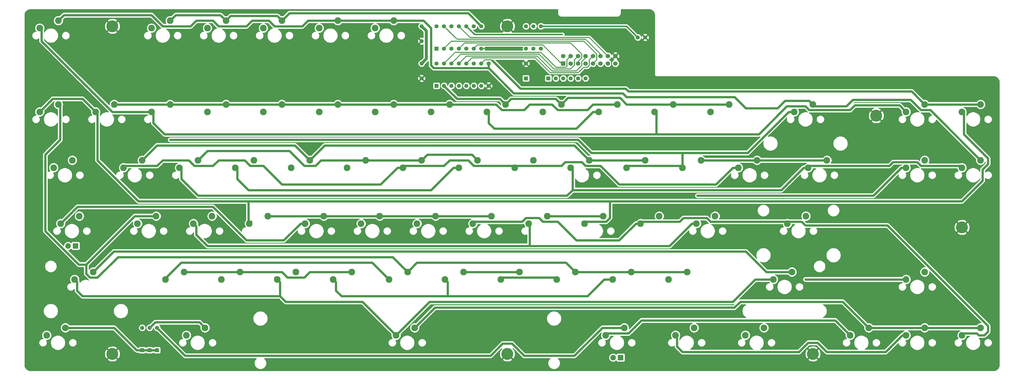
<source format=gbr>
G04 #@! TF.GenerationSoftware,KiCad,Pcbnew,(5.1.0)-1*
G04 #@! TF.CreationDate,2020-01-02T13:27:13-08:00*
G04 #@! TF.ProjectId,Omega-Keyboard,4f6d6567-612d-44b6-9579-626f6172642e,rev?*
G04 #@! TF.SameCoordinates,Original*
G04 #@! TF.FileFunction,Copper,L1,Top*
G04 #@! TF.FilePolarity,Positive*
%FSLAX46Y46*%
G04 Gerber Fmt 4.6, Leading zero omitted, Abs format (unit mm)*
G04 Created by KiCad (PCBNEW (5.1.0)-1) date 2020-01-02 13:27:13*
%MOMM*%
%LPD*%
G04 APERTURE LIST*
%ADD10C,2.286000*%
%ADD11C,1.397000*%
%ADD12R,1.397000X1.397000*%
%ADD13C,4.064000*%
%ADD14R,1.524000X1.524000*%
%ADD15C,1.524000*%
%ADD16C,1.905000*%
%ADD17R,1.905000X1.905000*%
%ADD18C,0.600000*%
%ADD19C,1.000000*%
%ADD20C,0.375000*%
%ADD21C,0.750000*%
%ADD22C,0.500000*%
%ADD23C,0.254000*%
G04 APERTURE END LIST*
D10*
X245745000Y-119380000D03*
X239395000Y-121920000D03*
X74295000Y-119380000D03*
X67945000Y-121920000D03*
X93345000Y-119380000D03*
X86995000Y-121920000D03*
X112395000Y-119380000D03*
X106045000Y-121920000D03*
X131445000Y-119380000D03*
X125095000Y-121920000D03*
X150495000Y-119380000D03*
X144145000Y-121920000D03*
X169545000Y-119380000D03*
X163195000Y-121920000D03*
X188595000Y-119380000D03*
X182245000Y-121920000D03*
X207645000Y-119380000D03*
X201295000Y-121920000D03*
X226695000Y-119380000D03*
X220345000Y-121920000D03*
X264795000Y-119380000D03*
X258445000Y-121920000D03*
X283845000Y-119380000D03*
X277495000Y-121920000D03*
X317182500Y-138430000D03*
X310832500Y-140970000D03*
X274320000Y-138430000D03*
X267970000Y-140970000D03*
X293370000Y-138430000D03*
X287020000Y-140970000D03*
X260032500Y-157480000D03*
X253682500Y-160020000D03*
X279082500Y-157480000D03*
X272732500Y-160020000D03*
X55245000Y-119380000D03*
X48895000Y-121920000D03*
X231457500Y-176530000D03*
X225107500Y-179070000D03*
X250507500Y-176530000D03*
X244157500Y-179070000D03*
X269557500Y-176530000D03*
X263207500Y-179070000D03*
X295751250Y-195580000D03*
X289401250Y-198120000D03*
X88582500Y-157480000D03*
X82232500Y-160020000D03*
X174307500Y-176530000D03*
X167957500Y-179070000D03*
X136207500Y-176530000D03*
X129857500Y-179070000D03*
X126682500Y-157480000D03*
X120332500Y-160020000D03*
X121920000Y-138430000D03*
X115570000Y-140970000D03*
X145732500Y-157480000D03*
X139382500Y-160020000D03*
X164782500Y-157480000D03*
X158432500Y-160020000D03*
X183832500Y-157480000D03*
X177482500Y-160020000D03*
X217170000Y-138430000D03*
X210820000Y-140970000D03*
X202882500Y-157480000D03*
X196532500Y-160020000D03*
X221932500Y-157480000D03*
X215582500Y-160020000D03*
X240982500Y-157480000D03*
X234632500Y-160020000D03*
X212407500Y-176530000D03*
X206057500Y-179070000D03*
X193357500Y-176530000D03*
X187007500Y-179070000D03*
X236220000Y-138430000D03*
X229870000Y-140970000D03*
X255270000Y-138430000D03*
X248920000Y-140970000D03*
X83820000Y-138430000D03*
X77470000Y-140970000D03*
X140970000Y-138430000D03*
X134620000Y-140970000D03*
X107632500Y-157480000D03*
X101282500Y-160020000D03*
X160020000Y-138430000D03*
X153670000Y-140970000D03*
X198120000Y-138430000D03*
X191770000Y-140970000D03*
X155257500Y-176530000D03*
X148907500Y-179070000D03*
X102870000Y-138430000D03*
X96520000Y-140970000D03*
X117157500Y-176530000D03*
X110807500Y-179070000D03*
X179070000Y-138430000D03*
X172720000Y-140970000D03*
X98107500Y-176530000D03*
X91757500Y-179070000D03*
X67151250Y-176530000D03*
X60801250Y-179070000D03*
X57626250Y-195580000D03*
X51276250Y-198120000D03*
X105251250Y-195580000D03*
X98901250Y-198120000D03*
X62388750Y-157480000D03*
X56038750Y-160020000D03*
X248126250Y-195580000D03*
X241776250Y-198120000D03*
X93345000Y-90805000D03*
X86995000Y-93345000D03*
X112395000Y-90805000D03*
X106045000Y-93345000D03*
X131445000Y-90805000D03*
X125095000Y-93345000D03*
X150495000Y-90805000D03*
X144145000Y-93345000D03*
X169545000Y-90805000D03*
X163195000Y-93345000D03*
X55245000Y-90805000D03*
X48895000Y-93345000D03*
X60007500Y-138430000D03*
X53657500Y-140970000D03*
X369570000Y-138430000D03*
X363220000Y-140970000D03*
X312420000Y-119380000D03*
X306070000Y-121920000D03*
X310038750Y-157480000D03*
X303688750Y-160020000D03*
X176688750Y-195580000D03*
X170338750Y-198120000D03*
X369570000Y-119380000D03*
X363220000Y-121920000D03*
X350520000Y-119380000D03*
X344170000Y-121920000D03*
X350520000Y-138430000D03*
X344170000Y-140970000D03*
X331470000Y-195580000D03*
X325120000Y-198120000D03*
X350520000Y-176530000D03*
X344170000Y-179070000D03*
X350520000Y-195580000D03*
X344170000Y-198120000D03*
X369570000Y-195580000D03*
X363220000Y-198120000D03*
X271938750Y-195580000D03*
X265588750Y-198120000D03*
X305276250Y-176530000D03*
X298926250Y-179070000D03*
D11*
X179070000Y-105410000D03*
X179070000Y-110490000D03*
X179070000Y-92710000D03*
X179070000Y-97790000D03*
D12*
X214630000Y-110490000D03*
D11*
X214630000Y-105410000D03*
X252730000Y-96520000D03*
X255270000Y-96520000D03*
X83820000Y-195580000D03*
D12*
X83820000Y-203200000D03*
D11*
X86360000Y-195580000D03*
D12*
X86360000Y-203200000D03*
D11*
X88900000Y-195580000D03*
D12*
X88900000Y-203200000D03*
D13*
X73660000Y-92710000D03*
X208280000Y-92710000D03*
X334010000Y-123190000D03*
X73660000Y-204470000D03*
X208280000Y-204470000D03*
X312420000Y-204470000D03*
D14*
X227330000Y-105410000D03*
D15*
X227330000Y-102870000D03*
X229870000Y-105410000D03*
X229870000Y-102870000D03*
X232410000Y-105410000D03*
X232410000Y-102870000D03*
X234950000Y-105410000D03*
X234950000Y-102870000D03*
X237490000Y-105410000D03*
X237490000Y-102870000D03*
X240030000Y-105410000D03*
X240030000Y-102870000D03*
X242570000Y-105410000D03*
X242570000Y-102870000D03*
X245110000Y-105410000D03*
X245110000Y-102870000D03*
D11*
X219710000Y-100330000D03*
X219710000Y-92710000D03*
X214630000Y-100330000D03*
X214630000Y-92710000D03*
D12*
X184150000Y-113030000D03*
D11*
X186690000Y-113030000D03*
X189230000Y-113030000D03*
X191770000Y-113030000D03*
X194310000Y-113030000D03*
X196850000Y-113030000D03*
X199390000Y-113030000D03*
X201930000Y-113030000D03*
X201930000Y-105410000D03*
X199390000Y-105410000D03*
X196850000Y-105410000D03*
X194310000Y-105410000D03*
X191770000Y-105410000D03*
X189230000Y-105410000D03*
X186690000Y-105410000D03*
X184150000Y-105410000D03*
D12*
X184150000Y-100330000D03*
D11*
X186690000Y-100330000D03*
X189230000Y-100330000D03*
X191770000Y-100330000D03*
X194310000Y-100330000D03*
X196850000Y-100330000D03*
X199390000Y-100330000D03*
X199390000Y-92710000D03*
X196850000Y-92710000D03*
X194310000Y-92710000D03*
X191770000Y-92710000D03*
X189230000Y-92710000D03*
X186690000Y-92710000D03*
X184150000Y-92710000D03*
D13*
X363220000Y-161290000D03*
D16*
X244316250Y-205740000D03*
D17*
X246856250Y-205740000D03*
D11*
X217170000Y-100330000D03*
X217170000Y-92710000D03*
D16*
X58578750Y-167640000D03*
D17*
X61118750Y-167640000D03*
D12*
X222250000Y-110490000D03*
D11*
X224790000Y-110490000D03*
X227330000Y-110490000D03*
X229870000Y-110490000D03*
X232410000Y-110490000D03*
X234950000Y-110490000D03*
D18*
X202247500Y-94615000D03*
X203200000Y-100330000D03*
X257175000Y-195580000D03*
X300990000Y-197485000D03*
X306705000Y-197485000D03*
X321310000Y-181610000D03*
X334010000Y-181610000D03*
X163195000Y-109855000D03*
X145415000Y-109855000D03*
X121920000Y-109855000D03*
X52705000Y-170180000D03*
X85725000Y-109855000D03*
X80010000Y-124460000D03*
X71755000Y-162877500D03*
X64135000Y-167640000D03*
X314960000Y-127000000D03*
X304165000Y-148590000D03*
X304165000Y-142240000D03*
X334010000Y-143510000D03*
X305435000Y-136525000D03*
X281305000Y-195580000D03*
X281305000Y-191135000D03*
X334010000Y-156210000D03*
X152400000Y-152400000D03*
X227330000Y-129540000D03*
X191770000Y-129540000D03*
X103505000Y-154305000D03*
X273050000Y-150495000D03*
X158750000Y-150495000D03*
X127000000Y-150495000D03*
X183515000Y-131445000D03*
X93345000Y-131445000D03*
X144780000Y-131445000D03*
X309880000Y-179070000D03*
X255905000Y-146685000D03*
X279082500Y-157480000D03*
X196850000Y-133350000D03*
X227012500Y-95567500D03*
D19*
X179070000Y-105410000D02*
X180657500Y-103822500D01*
X180657500Y-94297500D02*
X179070000Y-92710000D01*
X180657500Y-103822500D02*
X180657500Y-94297500D01*
D20*
X214630000Y-105410000D02*
X218440000Y-109220000D01*
X240665000Y-109220000D02*
X218440000Y-109220000D01*
X243840000Y-104140000D02*
X245110000Y-102870000D01*
X243840000Y-106045000D02*
X240665000Y-109220000D01*
X243840000Y-104140000D02*
X243840000Y-106045000D01*
X245110000Y-102870000D02*
X236855000Y-94615000D01*
X210185000Y-94615000D02*
X208280000Y-92710000D01*
X236855000Y-94615000D02*
X210185000Y-94615000D01*
X206375000Y-94615000D02*
X208280000Y-92710000D01*
X202247500Y-94615000D02*
X206375000Y-94615000D01*
X245110000Y-102870000D02*
X247015000Y-100965000D01*
X250825000Y-100965000D02*
X255270000Y-96520000D01*
X247015000Y-100965000D02*
X250825000Y-100965000D01*
X199390000Y-100330000D02*
X203200000Y-100330000D01*
X257175000Y-195580000D02*
X267335000Y-195580000D01*
X279400000Y-197485000D02*
X269240000Y-197485000D01*
X269240000Y-197485000D02*
X267335000Y-195580000D01*
X281305000Y-195580000D02*
X279400000Y-197485000D01*
X300990000Y-197485000D02*
X306705000Y-197485000D01*
X292735000Y-197485000D02*
X290830000Y-195580000D01*
X281305000Y-195580000D02*
X290830000Y-195580000D01*
X300990000Y-197485000D02*
X292735000Y-197485000D01*
X321310000Y-181610000D02*
X334010000Y-181610000D01*
X73660000Y-92710000D02*
X85725000Y-104775000D01*
X85725000Y-104775000D02*
X85725000Y-109855000D01*
X73660000Y-204470000D02*
X69850000Y-208280000D01*
X69850000Y-208280000D02*
X51435000Y-208280000D01*
X177482500Y-108902500D02*
X177482500Y-99377500D01*
X177482500Y-99377500D02*
X179070000Y-97790000D01*
X179070000Y-110490000D02*
X180340000Y-111760000D01*
X200660000Y-111760000D02*
X201930000Y-113030000D01*
X180340000Y-111760000D02*
X200660000Y-111760000D01*
X176530000Y-109855000D02*
X163195000Y-109855000D01*
X163195000Y-109855000D02*
X145415000Y-109855000D01*
X145415000Y-109855000D02*
X121920000Y-109855000D01*
X177482500Y-108902500D02*
X179070000Y-110490000D01*
X177482500Y-108902500D02*
X176530000Y-109855000D01*
X85725000Y-109855000D02*
X121920000Y-109855000D01*
X71755000Y-162877500D02*
X66992500Y-167640000D01*
X51435000Y-208280000D02*
X46990000Y-203835000D01*
X46990000Y-203835000D02*
X46990000Y-175895000D01*
X46990000Y-175895000D02*
X52705000Y-170180000D01*
X66992500Y-167640000D02*
X64135000Y-167640000D01*
X328930000Y-148590000D02*
X304165000Y-148590000D01*
X334010000Y-143510000D02*
X328930000Y-148590000D01*
X305435000Y-136525000D02*
X314960000Y-127000000D01*
X358140000Y-156210000D02*
X363220000Y-161290000D01*
X334010000Y-156210000D02*
X358140000Y-156210000D01*
X234950000Y-97155000D02*
X191135000Y-97155000D01*
X240030000Y-102235000D02*
X234950000Y-97155000D01*
X191135000Y-97155000D02*
X186690000Y-92710000D01*
X240030000Y-102870000D02*
X240030000Y-102235000D01*
D21*
X67151250Y-176530000D02*
X74136250Y-169545000D01*
X289560000Y-169545000D02*
X296545000Y-176530000D01*
X74136250Y-169545000D02*
X289560000Y-169545000D01*
X305276250Y-176530000D02*
X296545000Y-176530000D01*
X86360000Y-203200000D02*
X88900000Y-203200000D01*
X83820000Y-203200000D02*
X86360000Y-203200000D01*
X57626250Y-195580000D02*
X74295000Y-195580000D01*
X81915000Y-203200000D02*
X83820000Y-203200000D01*
X74295000Y-195580000D02*
X81915000Y-203200000D01*
X133985000Y-88265000D02*
X194945000Y-88265000D01*
X131445000Y-90805000D02*
X133985000Y-88265000D01*
X194945000Y-88265000D02*
X199390000Y-92710000D01*
X112395000Y-90805000D02*
X113982500Y-89217500D01*
X129857500Y-89217500D02*
X131445000Y-90805000D01*
X113982500Y-89217500D02*
X129857500Y-89217500D01*
X93345000Y-90805000D02*
X95250000Y-88900000D01*
X110490000Y-88900000D02*
X112395000Y-90805000D01*
X95250000Y-88900000D02*
X110490000Y-88900000D01*
X86360000Y-195580000D02*
X88265000Y-193675000D01*
X103346250Y-193675000D02*
X105251250Y-195580000D01*
X88265000Y-193675000D02*
X103346250Y-193675000D01*
X88900000Y-195580000D02*
X98425000Y-205105000D01*
X213995000Y-205105000D02*
X209867500Y-200977500D01*
X206692500Y-200977500D02*
X202565000Y-205105000D01*
X209867500Y-200977500D02*
X206692500Y-200977500D01*
X98425000Y-205105000D02*
X202565000Y-205105000D01*
X213995000Y-205105000D02*
X231140000Y-205105000D01*
X231140000Y-205105000D02*
X240665000Y-195580000D01*
X248126250Y-195580000D02*
X240665000Y-195580000D01*
X170338750Y-198120000D02*
X158908750Y-186690000D01*
X158908750Y-186690000D02*
X132715000Y-186690000D01*
X130810000Y-184785000D02*
X130810000Y-180022500D01*
X130810000Y-180022500D02*
X129857500Y-179070000D01*
X63500000Y-184785000D02*
X130810000Y-184785000D01*
X130810000Y-184785000D02*
X132715000Y-186690000D01*
X61595000Y-182880000D02*
X61595000Y-179863750D01*
X63500000Y-184785000D02*
X61595000Y-182880000D01*
X61595000Y-179863750D02*
X60801250Y-179070000D01*
X170338750Y-198120000D02*
X181768750Y-186690000D01*
X181768750Y-186690000D02*
X285115000Y-186690000D01*
X285115000Y-186690000D02*
X292735000Y-179070000D01*
X292735000Y-179070000D02*
X298926250Y-179070000D01*
X215582500Y-160020000D02*
X215900000Y-160337500D01*
X215900000Y-160337500D02*
X215900000Y-167640000D01*
X101282500Y-160020000D02*
X102235000Y-160972500D01*
X271145000Y-160020000D02*
X272732500Y-160020000D01*
X263525000Y-167640000D02*
X271145000Y-160020000D01*
X106045000Y-167640000D02*
X215900000Y-167640000D01*
X215900000Y-167640000D02*
X263525000Y-167640000D01*
X102235000Y-163830000D02*
X106045000Y-167640000D01*
X102235000Y-160972500D02*
X102235000Y-163830000D01*
X101580000Y-160317500D02*
X101282500Y-160020000D01*
X231775000Y-127635000D02*
X203835000Y-127635000D01*
X231775000Y-127635000D02*
X237490000Y-121920000D01*
X239395000Y-121920000D02*
X237490000Y-121920000D01*
X203835000Y-127635000D02*
X201930000Y-125730000D01*
X201930000Y-125730000D02*
X201930000Y-122555000D01*
X201930000Y-122555000D02*
X201295000Y-121920000D01*
X129222500Y-178435000D02*
X129857500Y-179070000D01*
X130810000Y-180022500D02*
X129857500Y-179070000D01*
X241935000Y-159385000D02*
X243205000Y-158115000D01*
X243205000Y-158115000D02*
X243205000Y-152400000D01*
X120332500Y-160020000D02*
X120015000Y-159702500D01*
X120015000Y-159702500D02*
X120015000Y-152400000D01*
X243205000Y-152400000D02*
X152400000Y-152400000D01*
X152400000Y-152400000D02*
X120015000Y-152400000D01*
X120015000Y-152400000D02*
X82550000Y-152400000D01*
X68580000Y-122555000D02*
X68580000Y-138430000D01*
X68580000Y-138430000D02*
X82550000Y-152400000D01*
X120332500Y-160020000D02*
X120967500Y-159385000D01*
X234632500Y-160020000D02*
X233997500Y-159385000D01*
X67945000Y-121920000D02*
X63500000Y-117475000D01*
X53340000Y-117475000D02*
X48895000Y-121920000D01*
X63500000Y-117475000D02*
X53340000Y-117475000D01*
X235267500Y-159385000D02*
X241935000Y-159385000D01*
X234632500Y-160020000D02*
X235267500Y-159385000D01*
X353695000Y-152400000D02*
X243205000Y-152400000D01*
X363220000Y-152400000D02*
X353695000Y-152400000D01*
X370205000Y-145415000D02*
X363220000Y-152400000D01*
X363855000Y-122555000D02*
X363855000Y-129540000D01*
X363220000Y-121920000D02*
X363855000Y-122555000D01*
X363855000Y-129540000D02*
X372110000Y-137795000D01*
X372110000Y-137795000D02*
X372110000Y-139700000D01*
X372110000Y-139700000D02*
X370205000Y-141605000D01*
X370205000Y-141605000D02*
X370205000Y-145415000D01*
D20*
X219710000Y-101600000D02*
X224849998Y-106739998D01*
X228600000Y-104140000D02*
X229870000Y-102870000D01*
X228600000Y-106362500D02*
X228600000Y-104140000D01*
X228222502Y-106739998D02*
X228600000Y-106362500D01*
X224849998Y-106739998D02*
X228222502Y-106739998D01*
X190500000Y-101600000D02*
X219710000Y-101600000D01*
X186690000Y-105410000D02*
X190500000Y-101600000D01*
D21*
X259080000Y-129540000D02*
X227330000Y-129540000D01*
X227330000Y-129540000D02*
X191770000Y-129540000D01*
X206057500Y-179070000D02*
X206692500Y-178435000D01*
X206692500Y-178435000D02*
X224472500Y-178435000D01*
X224472500Y-178435000D02*
X225107500Y-179070000D01*
X341630000Y-119697500D02*
X326707500Y-119697500D01*
X326707500Y-119697500D02*
X325120000Y-121285000D01*
X341630000Y-119697500D02*
X341947500Y-119697500D01*
X341947500Y-119697500D02*
X344170000Y-121920000D01*
X311150000Y-121285000D02*
X325120000Y-121285000D01*
X303530000Y-120015000D02*
X294005000Y-129540000D01*
X259080000Y-129540000D02*
X294005000Y-129540000D01*
X309880000Y-120015000D02*
X303530000Y-120015000D01*
X311150000Y-121285000D02*
X309880000Y-120015000D01*
X259080000Y-129540000D02*
X259080000Y-122555000D01*
X259080000Y-122555000D02*
X258445000Y-121920000D01*
X87630000Y-125730000D02*
X91440000Y-129540000D01*
X87630000Y-125730000D02*
X87630000Y-122555000D01*
X91440000Y-129540000D02*
X191770000Y-129540000D01*
X116205000Y-144780000D02*
X120015000Y-148590000D01*
X182245000Y-148590000D02*
X189865000Y-140970000D01*
X120015000Y-148590000D02*
X182245000Y-148590000D01*
X259080000Y-122555000D02*
X258445000Y-121920000D01*
X86995000Y-121920000D02*
X87630000Y-122555000D01*
X86995000Y-121920000D02*
X73660000Y-121920000D01*
X49530000Y-97790000D02*
X49530000Y-93980000D01*
X73660000Y-121920000D02*
X49530000Y-97790000D01*
X49530000Y-93980000D02*
X48895000Y-93345000D01*
X49530000Y-93980000D02*
X48895000Y-93345000D01*
X116205000Y-141605000D02*
X116205000Y-144780000D01*
X189865000Y-140970000D02*
X191770000Y-140970000D01*
X115570000Y-140970000D02*
X116205000Y-141605000D01*
D20*
X229870000Y-107315000D02*
X224155000Y-107315000D01*
X224155000Y-107315000D02*
X219075000Y-102235000D01*
X232410000Y-102870000D02*
X231140000Y-104140000D01*
X229870000Y-107315000D02*
X231140000Y-106045000D01*
X231140000Y-106045000D02*
X231140000Y-104140000D01*
X192405000Y-102235000D02*
X219075000Y-102235000D01*
X192405000Y-102235000D02*
X189230000Y-105410000D01*
D21*
X149860000Y-180022500D02*
X148907500Y-179070000D01*
X151765000Y-184785000D02*
X149860000Y-182880000D01*
X149860000Y-182880000D02*
X149860000Y-180022500D01*
X56038750Y-160020000D02*
X61753750Y-154305000D01*
X61753750Y-154305000D02*
X103505000Y-154305000D01*
X119380000Y-165735000D02*
X107950000Y-154305000D01*
X137795000Y-160020000D02*
X132080000Y-165735000D01*
X132080000Y-165735000D02*
X119380000Y-165735000D01*
X139382500Y-160020000D02*
X137795000Y-160020000D01*
X107950000Y-154305000D02*
X103505000Y-154305000D01*
X187960000Y-184785000D02*
X151765000Y-184785000D01*
X187960000Y-184785000D02*
X187960000Y-180022500D01*
X187960000Y-180022500D02*
X187007500Y-179070000D01*
X187007500Y-179070000D02*
X187325000Y-179387500D01*
X244157500Y-179070000D02*
X244792500Y-178435000D01*
X244157500Y-179070000D02*
X241300000Y-179070000D01*
X235585000Y-184785000D02*
X187960000Y-184785000D01*
X241300000Y-179070000D02*
X235585000Y-184785000D01*
X333028554Y-150495000D02*
X273050000Y-150495000D01*
X344170000Y-140970000D02*
X342553554Y-140970000D01*
X342553554Y-140970000D02*
X333028554Y-150495000D01*
D20*
X231775000Y-107950000D02*
X223520000Y-107950000D01*
X223520000Y-107950000D02*
X218440000Y-102870000D01*
X234950000Y-102870000D02*
X234950000Y-103505000D01*
X234950000Y-103505000D02*
X233680000Y-104775000D01*
X233680000Y-104775000D02*
X233680000Y-106045000D01*
X194310000Y-102870000D02*
X218440000Y-102870000D01*
X191770000Y-105410000D02*
X194310000Y-102870000D01*
X231775000Y-107950000D02*
X233680000Y-106045000D01*
D21*
X349250000Y-140335000D02*
X362585000Y-140335000D01*
X362585000Y-140335000D02*
X363220000Y-140970000D01*
X241776250Y-198120000D02*
X242411250Y-197485000D01*
X242411250Y-197485000D02*
X249555000Y-197485000D01*
X320040000Y-193040000D02*
X254000000Y-193040000D01*
X254000000Y-193040000D02*
X249555000Y-197485000D01*
X325120000Y-198120000D02*
X320040000Y-193040000D01*
X347980000Y-139065000D02*
X339725000Y-139065000D01*
X349250000Y-140335000D02*
X347980000Y-139065000D01*
X310832500Y-140970000D02*
X309245000Y-140970000D01*
X310832500Y-140970000D02*
X311467500Y-140335000D01*
X311467500Y-140335000D02*
X338455000Y-140335000D01*
X338455000Y-140335000D02*
X339725000Y-139065000D01*
X229870000Y-140970000D02*
X230505000Y-141605000D01*
X97155000Y-144780000D02*
X102870000Y-150495000D01*
X102870000Y-150495000D02*
X127000000Y-150495000D01*
X127000000Y-150495000D02*
X158750000Y-150495000D01*
X97155000Y-144780000D02*
X97155000Y-141605000D01*
X97155000Y-141605000D02*
X96520000Y-140970000D01*
X301625000Y-148590000D02*
X230505000Y-148590000D01*
X230505000Y-141605000D02*
X230505000Y-148590000D01*
X309245000Y-140970000D02*
X301625000Y-148590000D01*
X230505000Y-148590000D02*
X228600000Y-150495000D01*
X158750000Y-150495000D02*
X228600000Y-150495000D01*
D20*
X235585000Y-106680000D02*
X234315000Y-106680000D01*
X234315000Y-106680000D02*
X232410000Y-108585000D01*
X232410000Y-108585000D02*
X222885000Y-108585000D01*
X222885000Y-108585000D02*
X217805000Y-103505000D01*
X237490000Y-102870000D02*
X236220000Y-104140000D01*
X236220000Y-106045000D02*
X235585000Y-106680000D01*
X236220000Y-104140000D02*
X236220000Y-106045000D01*
X196215000Y-103505000D02*
X217805000Y-103505000D01*
X194310000Y-105410000D02*
X196215000Y-103505000D01*
D21*
X248920000Y-140970000D02*
X249555000Y-140335000D01*
X249555000Y-140335000D02*
X267335000Y-140335000D01*
X267335000Y-140335000D02*
X267970000Y-140970000D01*
X183515000Y-131445000D02*
X232410000Y-131445000D01*
X232410000Y-131445000D02*
X236855000Y-135890000D01*
X236855000Y-135890000D02*
X267970000Y-135890000D01*
X183515000Y-131445000D02*
X144780000Y-131445000D01*
X93345000Y-131445000D02*
X144780000Y-131445000D01*
X306070000Y-121920000D02*
X304165000Y-121920000D01*
X304165000Y-121920000D02*
X290195000Y-135890000D01*
X267970000Y-140970000D02*
X267970000Y-135890000D01*
X290195000Y-135890000D02*
X267970000Y-135890000D01*
X344170000Y-179070000D02*
X309880000Y-179070000D01*
X248920000Y-140970000D02*
X249555000Y-140335000D01*
X307657500Y-203835000D02*
X310832500Y-200660000D01*
X314007500Y-200660000D02*
X317182500Y-203835000D01*
X310832500Y-200660000D02*
X314007500Y-200660000D01*
X186690000Y-140335000D02*
X173355000Y-140335000D01*
X188595000Y-138430000D02*
X194945000Y-138430000D01*
X186690000Y-140335000D02*
X188595000Y-138430000D01*
X227965000Y-139065000D02*
X233680000Y-139065000D01*
X246380000Y-146685000D02*
X255905000Y-146685000D01*
X226695000Y-140335000D02*
X211455000Y-140335000D01*
X227965000Y-139065000D02*
X226695000Y-140335000D01*
X233680000Y-139065000D02*
X234950000Y-140335000D01*
X234950000Y-140335000D02*
X240030000Y-140335000D01*
X240030000Y-140335000D02*
X246380000Y-146685000D01*
X196850000Y-140335000D02*
X210185000Y-140335000D01*
X210185000Y-140335000D02*
X210820000Y-140970000D01*
X173355000Y-140335000D02*
X172720000Y-140970000D01*
X120650000Y-140335000D02*
X125095000Y-140335000D01*
X125095000Y-140335000D02*
X131445000Y-146685000D01*
X101600000Y-140335000D02*
X107950000Y-140335000D01*
X107950000Y-140335000D02*
X109855000Y-138430000D01*
X88900000Y-140335000D02*
X78105000Y-140335000D01*
X78105000Y-140335000D02*
X77470000Y-140970000D01*
X210820000Y-140970000D02*
X211455000Y-140335000D01*
X287020000Y-140970000D02*
X285115000Y-140970000D01*
X285115000Y-140970000D02*
X279400000Y-146685000D01*
X255905000Y-146685000D02*
X256540000Y-146685000D01*
X256540000Y-146685000D02*
X279400000Y-146685000D01*
X165100000Y-146685000D02*
X170815000Y-140970000D01*
X172720000Y-140970000D02*
X170815000Y-140970000D01*
X131445000Y-146685000D02*
X165100000Y-146685000D01*
X77470000Y-140970000D02*
X78105000Y-140335000D01*
X99695000Y-138430000D02*
X90805000Y-138430000D01*
X101600000Y-140335000D02*
X99695000Y-138430000D01*
X120650000Y-140335000D02*
X118745000Y-138430000D01*
X118745000Y-138430000D02*
X109855000Y-138430000D01*
X90805000Y-138430000D02*
X88900000Y-140335000D01*
X194945000Y-138430000D02*
X196850000Y-140335000D01*
X172720000Y-140970000D02*
X173355000Y-140335000D01*
X267970000Y-203835000D02*
X307657500Y-203835000D01*
X317182500Y-203835000D02*
X335280000Y-203835000D01*
X266065000Y-201930000D02*
X267970000Y-203835000D01*
X266065000Y-198596250D02*
X266065000Y-201930000D01*
X337185000Y-203835000D02*
X342900000Y-198120000D01*
X335280000Y-203835000D02*
X337185000Y-203835000D01*
X265588750Y-198120000D02*
X266065000Y-198596250D01*
X344170000Y-198120000D02*
X342900000Y-198120000D01*
X225425000Y-159385000D02*
X220345000Y-159385000D01*
X220345000Y-159385000D02*
X219075000Y-158115000D01*
X253682500Y-160020000D02*
X254317500Y-159385000D01*
X254317500Y-159385000D02*
X267017500Y-159385000D01*
X268287500Y-158115000D02*
X276225000Y-158115000D01*
X267017500Y-159385000D02*
X268287500Y-158115000D01*
X276225000Y-158115000D02*
X277495000Y-159385000D01*
X277495000Y-159385000D02*
X303053750Y-159385000D01*
X303053750Y-159385000D02*
X303688750Y-160020000D01*
X372110000Y-196850000D02*
X372110000Y-194945000D01*
X372110000Y-194945000D02*
X337820000Y-160655000D01*
X253682500Y-160020000D02*
X254000000Y-160020000D01*
X231775000Y-165735000D02*
X244475000Y-165735000D01*
X225425000Y-159385000D02*
X231775000Y-165735000D01*
X197167500Y-159385000D02*
X213360000Y-159385000D01*
X213360000Y-159385000D02*
X214630000Y-158115000D01*
X214630000Y-158115000D02*
X217170000Y-158115000D01*
X217170000Y-158115000D02*
X219075000Y-158115000D01*
X252095000Y-160020000D02*
X253682500Y-160020000D01*
X246380000Y-165735000D02*
X252095000Y-160020000D01*
X244475000Y-165735000D02*
X246380000Y-165735000D01*
X196532500Y-160020000D02*
X197167500Y-159385000D01*
X97120001Y-173320001D02*
X162207501Y-173320001D01*
X162207501Y-173320001D02*
X167957500Y-179070000D01*
X368935000Y-198120000D02*
X370840000Y-198120000D01*
X370840000Y-198120000D02*
X372110000Y-196850000D01*
X368300000Y-197485000D02*
X368935000Y-198120000D01*
X363855000Y-197485000D02*
X368300000Y-197485000D01*
X337820000Y-160655000D02*
X309880000Y-160655000D01*
X167640000Y-178752500D02*
X167957500Y-179070000D01*
X91757500Y-179070000D02*
X91757500Y-178682502D01*
X91757500Y-178682502D02*
X97120001Y-173320001D01*
X308610000Y-159385000D02*
X304323750Y-159385000D01*
X309880000Y-160655000D02*
X308610000Y-159385000D01*
X304323750Y-159385000D02*
X303688750Y-160020000D01*
X363220000Y-198120000D02*
X363855000Y-197485000D01*
X253682500Y-160020000D02*
X254000000Y-159702500D01*
D20*
X196850000Y-92710000D02*
X196850000Y-92769998D01*
D21*
X213995000Y-121285000D02*
X215900000Y-119380000D01*
X215900000Y-119380000D02*
X223520000Y-119380000D01*
X204470000Y-119380000D02*
X188595000Y-119380000D01*
X223520000Y-119380000D02*
X225425000Y-121285000D01*
X235585000Y-121285000D02*
X237490000Y-119380000D01*
X245745000Y-119380000D02*
X237490000Y-119380000D01*
X204470000Y-119380000D02*
X206375000Y-121285000D01*
X225425000Y-121285000D02*
X235585000Y-121285000D01*
X213995000Y-121285000D02*
X206375000Y-121285000D01*
X93345000Y-119380000D02*
X112395000Y-119380000D01*
X74295000Y-119380000D02*
X93345000Y-119380000D01*
X131445000Y-119380000D02*
X112395000Y-119380000D01*
X131445000Y-119380000D02*
X150495000Y-119380000D01*
X169545000Y-119380000D02*
X150495000Y-119380000D01*
X188595000Y-119380000D02*
X169545000Y-119380000D01*
X248920000Y-119380000D02*
X246697500Y-117157500D01*
X228917500Y-117157500D02*
X226695000Y-119380000D01*
X246697500Y-117157500D02*
X228917500Y-117157500D01*
X207645000Y-119380000D02*
X205740000Y-117475000D01*
X191135000Y-117475000D02*
X186690000Y-113030000D01*
X205740000Y-117475000D02*
X191135000Y-117475000D01*
X207645000Y-119380000D02*
X209550000Y-117475000D01*
X209550000Y-117475000D02*
X224790000Y-117475000D01*
X224790000Y-117475000D02*
X226695000Y-119380000D01*
X264795000Y-119380000D02*
X248920000Y-119380000D01*
X283845000Y-119380000D02*
X264795000Y-119380000D01*
X293370000Y-138430000D02*
X317182500Y-138430000D01*
X274320000Y-138430000D02*
X293370000Y-138430000D01*
X64770000Y-173990000D02*
X62230000Y-173990000D01*
X50800000Y-162560000D02*
X50800000Y-136525000D01*
X62230000Y-173990000D02*
X50800000Y-162560000D01*
X174307500Y-176530000D02*
X177482500Y-173355000D01*
X228282500Y-173355000D02*
X231457500Y-176530000D01*
X177482500Y-173355000D02*
X228282500Y-173355000D01*
X250507500Y-176530000D02*
X269557500Y-176530000D01*
X55245000Y-119380000D02*
X55880000Y-120015000D01*
X55880000Y-120015000D02*
X55880000Y-131445000D01*
X55880000Y-131445000D02*
X50800000Y-136525000D01*
X68580000Y-178435000D02*
X66040000Y-178435000D01*
X66040000Y-178435000D02*
X64770000Y-177165000D01*
X64770000Y-177165000D02*
X64770000Y-173990000D01*
X174307500Y-176530000D02*
X169227500Y-171450000D01*
X75565000Y-171450000D02*
X68580000Y-178435000D01*
X169227500Y-171450000D02*
X75565000Y-171450000D01*
X64770000Y-173990000D02*
X81280000Y-157480000D01*
X88582500Y-157480000D02*
X81280000Y-157480000D01*
X231457500Y-176530000D02*
X250507500Y-176530000D01*
X183832500Y-157480000D02*
X202882500Y-157480000D01*
X164782500Y-157480000D02*
X183832500Y-157480000D01*
X145732500Y-157480000D02*
X164782500Y-157480000D01*
X126682500Y-157480000D02*
X145732500Y-157480000D01*
X126682500Y-157480000D02*
X126682500Y-157162500D01*
X146050000Y-133350000D02*
X196850000Y-133350000D01*
X140970000Y-138430000D02*
X146050000Y-133350000D01*
X196850000Y-133350000D02*
X231140000Y-133350000D01*
X231140000Y-133350000D02*
X236220000Y-138430000D01*
X140970000Y-138430000D02*
X135890000Y-133350000D01*
X88900000Y-133350000D02*
X83820000Y-138430000D01*
X135890000Y-133350000D02*
X88900000Y-133350000D01*
X236220000Y-138430000D02*
X255270000Y-138430000D01*
X221932500Y-157480000D02*
X240982500Y-157480000D01*
X193357500Y-176530000D02*
X212407500Y-176530000D01*
X179070000Y-138430000D02*
X180975000Y-136525000D01*
X196215000Y-136525000D02*
X198120000Y-138430000D01*
X180975000Y-136525000D02*
X196215000Y-136525000D01*
X133350000Y-178435000D02*
X139065000Y-178435000D01*
X139065000Y-178435000D02*
X140970000Y-176530000D01*
X142875000Y-140335000D02*
X139065000Y-140335000D01*
X144780000Y-138430000D02*
X142875000Y-140335000D01*
X102870000Y-138430000D02*
X106045000Y-135255000D01*
X106045000Y-135255000D02*
X133985000Y-135255000D01*
X133985000Y-135255000D02*
X139065000Y-140335000D01*
X98107500Y-176530000D02*
X117157500Y-176530000D01*
X133350000Y-178435000D02*
X131445000Y-176530000D01*
X131445000Y-176530000D02*
X117157500Y-176530000D01*
X155257500Y-176530000D02*
X144145000Y-176530000D01*
X144145000Y-176530000D02*
X140970000Y-176530000D01*
X144780000Y-138430000D02*
X160020000Y-138430000D01*
X179070000Y-138430000D02*
X160020000Y-138430000D01*
X248920000Y-116840000D02*
X247650000Y-115570000D01*
X210502500Y-115570000D02*
X201930000Y-106997500D01*
X247650000Y-115570000D02*
X210502500Y-115570000D01*
X90805000Y-92710000D02*
X86995000Y-88900000D01*
X57150000Y-88900000D02*
X55245000Y-90805000D01*
X86995000Y-88900000D02*
X57150000Y-88900000D01*
X169545000Y-90805000D02*
X179705000Y-90805000D01*
X182245000Y-106045000D02*
X183197500Y-106997500D01*
X182245000Y-93345000D02*
X182245000Y-106045000D01*
X179705000Y-90805000D02*
X182245000Y-93345000D01*
X183197500Y-106997500D02*
X201930000Y-106997500D01*
X201930000Y-106997500D02*
X201930000Y-105410000D01*
X289560000Y-120650000D02*
X285750000Y-116840000D01*
X285750000Y-116840000D02*
X248920000Y-116840000D01*
X311150000Y-118110000D02*
X302895000Y-118110000D01*
X302895000Y-118110000D02*
X300355000Y-120650000D01*
X300355000Y-120650000D02*
X294322500Y-120650000D01*
X294322500Y-120650000D02*
X289560000Y-120650000D01*
X312420000Y-119380000D02*
X311150000Y-118110000D01*
X349250000Y-121285000D02*
X352425000Y-121285000D01*
X352425000Y-121285000D02*
X369570000Y-138430000D01*
X312420000Y-119380000D02*
X313055000Y-120015000D01*
X313055000Y-120015000D02*
X323850000Y-120015000D01*
X345757500Y-117792500D02*
X326072500Y-117792500D01*
X326072500Y-117792500D02*
X323850000Y-120015000D01*
X349250000Y-121285000D02*
X345757500Y-117792500D01*
X150495000Y-90805000D02*
X169545000Y-90805000D01*
X128905000Y-92710000D02*
X138430000Y-92710000D01*
X119380000Y-92710000D02*
X121285000Y-90805000D01*
X121285000Y-90805000D02*
X127000000Y-90805000D01*
X127000000Y-90805000D02*
X128905000Y-92710000D01*
X90805000Y-92710000D02*
X100330000Y-92710000D01*
X107950000Y-90805000D02*
X109855000Y-92710000D01*
X102235000Y-90805000D02*
X107950000Y-90805000D01*
X100330000Y-92710000D02*
X102235000Y-90805000D01*
X109855000Y-92710000D02*
X119380000Y-92710000D01*
X140335000Y-90805000D02*
X150495000Y-90805000D01*
X138430000Y-92710000D02*
X140335000Y-90805000D01*
X212725000Y-113982500D02*
X248602500Y-113982500D01*
X203200000Y-104457500D02*
X212725000Y-113982500D01*
X248602500Y-113982500D02*
X249555000Y-114935000D01*
D20*
X199390000Y-105410000D02*
X200660000Y-104140000D01*
X200660000Y-104140000D02*
X202882500Y-104140000D01*
X202882500Y-104140000D02*
X203200000Y-104457500D01*
D21*
X350520000Y-119380000D02*
X346075000Y-114935000D01*
X346075000Y-114935000D02*
X249555000Y-114935000D01*
X199390000Y-105410000D02*
X199390000Y-105092500D01*
X183594375Y-188674375D02*
X285670625Y-188674375D01*
X285670625Y-188674375D02*
X287655000Y-186690000D01*
X331470000Y-195580000D02*
X322580000Y-186690000D01*
X322580000Y-186690000D02*
X287655000Y-186690000D01*
X183594375Y-188674375D02*
X176688750Y-195580000D01*
X350520000Y-195580000D02*
X331470000Y-195580000D01*
X369570000Y-195580000D02*
X350520000Y-195580000D01*
X369570000Y-119380000D02*
X350520000Y-119380000D01*
D20*
X227330000Y-105410000D02*
X226695000Y-105410000D01*
X226695000Y-105410000D02*
X220345000Y-99060000D01*
X198120000Y-99060000D02*
X220345000Y-99060000D01*
X198120000Y-99060000D02*
X196850000Y-100330000D01*
X233680000Y-102235000D02*
X229870000Y-98425000D01*
X233680000Y-103505000D02*
X233680000Y-102235000D01*
X191770000Y-100330000D02*
X193675000Y-98425000D01*
X193675000Y-98425000D02*
X229870000Y-98425000D01*
X233680000Y-103505000D02*
X232410000Y-104775000D01*
X232410000Y-105410000D02*
X232410000Y-104775000D01*
X238760000Y-102235000D02*
X234315000Y-97790000D01*
X238760000Y-102235000D02*
X238760000Y-104140000D01*
X186690000Y-100330000D02*
X189230000Y-97790000D01*
X234315000Y-97790000D02*
X189230000Y-97790000D01*
X238760000Y-104140000D02*
X237490000Y-105410000D01*
D22*
X252730000Y-96520000D02*
X248920000Y-92710000D01*
X248920000Y-92710000D02*
X219710000Y-92710000D01*
X197167500Y-95567500D02*
X194310000Y-92710000D01*
X197802500Y-95567500D02*
X197167500Y-95567500D01*
X227012500Y-95567500D02*
X197802500Y-95567500D01*
D20*
X242570000Y-102870000D02*
X236220000Y-96520000D01*
X195580000Y-96520000D02*
X191770000Y-92710000D01*
X236220000Y-96520000D02*
X195580000Y-96520000D01*
D23*
G36*
X225423335Y-86996676D02*
G01*
X225426200Y-87023932D01*
X225426201Y-88296130D01*
X225428851Y-88323035D01*
X225428824Y-88326880D01*
X225429687Y-88335687D01*
X225442642Y-88458938D01*
X225454196Y-88515223D01*
X225464957Y-88571631D01*
X225467514Y-88580103D01*
X225504161Y-88698490D01*
X225526420Y-88751441D01*
X225547941Y-88804708D01*
X225552095Y-88812522D01*
X225611039Y-88921537D01*
X225643153Y-88969147D01*
X225674616Y-89017228D01*
X225680209Y-89024086D01*
X225759205Y-89119576D01*
X225799967Y-89160054D01*
X225840157Y-89201095D01*
X225846975Y-89206736D01*
X225943014Y-89285063D01*
X225990840Y-89316839D01*
X226038260Y-89349308D01*
X226046044Y-89353517D01*
X226155468Y-89411698D01*
X226208522Y-89433565D01*
X226261377Y-89456219D01*
X226269831Y-89458836D01*
X226388471Y-89494656D01*
X226444857Y-89505821D01*
X226501015Y-89517757D01*
X226509809Y-89518681D01*
X226509812Y-89518682D01*
X226509815Y-89518682D01*
X226633154Y-89530775D01*
X226633156Y-89530775D01*
X226663870Y-89533800D01*
X245776130Y-89533800D01*
X245803044Y-89531149D01*
X245806880Y-89531176D01*
X245815687Y-89530313D01*
X245938938Y-89517358D01*
X245995223Y-89505804D01*
X246051631Y-89495043D01*
X246060103Y-89492486D01*
X246178490Y-89455839D01*
X246231441Y-89433580D01*
X246284708Y-89412059D01*
X246292522Y-89407905D01*
X246401537Y-89348961D01*
X246449147Y-89316847D01*
X246497228Y-89285384D01*
X246504086Y-89279791D01*
X246599576Y-89200795D01*
X246640054Y-89160033D01*
X246681095Y-89119843D01*
X246686736Y-89113025D01*
X246765063Y-89016986D01*
X246796839Y-88969160D01*
X246829308Y-88921740D01*
X246833517Y-88913956D01*
X246891698Y-88804532D01*
X246913565Y-88751478D01*
X246936219Y-88698623D01*
X246938836Y-88690169D01*
X246974656Y-88571529D01*
X246985821Y-88515143D01*
X246997757Y-88458985D01*
X246998681Y-88450191D01*
X246998682Y-88450188D01*
X246998682Y-88450185D01*
X247010775Y-88326846D01*
X247010775Y-88326844D01*
X247013800Y-88296130D01*
X247013800Y-87025993D01*
X247016676Y-86996665D01*
X247043932Y-86993800D01*
X256509003Y-86993800D01*
X256909659Y-87033085D01*
X257265239Y-87140440D01*
X257593193Y-87314816D01*
X257881031Y-87549571D01*
X258117792Y-87835768D01*
X258294454Y-88162497D01*
X258404289Y-88517315D01*
X258446200Y-88916075D01*
X258446201Y-109188860D01*
X258443134Y-109220000D01*
X258455371Y-109344246D01*
X258491613Y-109463718D01*
X258550465Y-109573824D01*
X258629668Y-109670332D01*
X258726176Y-109749535D01*
X258836282Y-109808387D01*
X258955754Y-109844629D01*
X259048870Y-109853800D01*
X259080000Y-109856866D01*
X259111130Y-109853800D01*
X373984003Y-109853800D01*
X374384659Y-109893085D01*
X374740239Y-110000440D01*
X375068193Y-110174816D01*
X375356031Y-110409571D01*
X375592792Y-110695768D01*
X375769454Y-111022497D01*
X375879289Y-111377315D01*
X375921200Y-111776075D01*
X375921201Y-208248993D01*
X375881915Y-208649659D01*
X375774560Y-209005239D01*
X375600184Y-209333193D01*
X375365429Y-209621031D01*
X375079232Y-209857792D01*
X374752507Y-210034452D01*
X374397685Y-210144289D01*
X373998926Y-210186200D01*
X45750997Y-210186200D01*
X45350341Y-210146915D01*
X44994761Y-210039560D01*
X44666807Y-209865184D01*
X44378969Y-209630429D01*
X44142208Y-209344232D01*
X43965548Y-209017507D01*
X43855711Y-208662685D01*
X43813800Y-208263926D01*
X43813800Y-206340264D01*
X71969341Y-206340264D01*
X72189307Y-206710301D01*
X72654627Y-206954172D01*
X73158583Y-207102578D01*
X73681808Y-207149815D01*
X74204195Y-207094069D01*
X74705669Y-206937481D01*
X75130693Y-206710301D01*
X75350659Y-206340264D01*
X73660000Y-204649605D01*
X71969341Y-206340264D01*
X43813800Y-206340264D01*
X43813800Y-204491808D01*
X70980185Y-204491808D01*
X71035931Y-205014195D01*
X71192519Y-205515669D01*
X71419699Y-205940693D01*
X71789736Y-206160659D01*
X73480395Y-204470000D01*
X73839605Y-204470000D01*
X75530264Y-206160659D01*
X75900301Y-205940693D01*
X76144172Y-205475373D01*
X76292578Y-204971417D01*
X76339815Y-204448192D01*
X76284069Y-203925805D01*
X76127481Y-203424331D01*
X75900301Y-202999307D01*
X75530264Y-202779341D01*
X73839605Y-204470000D01*
X73480395Y-204470000D01*
X71789736Y-202779341D01*
X71419699Y-202999307D01*
X71175828Y-203464627D01*
X71027422Y-203968583D01*
X70980185Y-204491808D01*
X43813800Y-204491808D01*
X43813800Y-200521157D01*
X48596550Y-200521157D01*
X48596550Y-200798843D01*
X48650724Y-201071194D01*
X48756990Y-201327743D01*
X48911264Y-201558631D01*
X49107619Y-201754986D01*
X49338507Y-201909260D01*
X49595056Y-202015526D01*
X49867407Y-202069700D01*
X50145093Y-202069700D01*
X50417444Y-202015526D01*
X50673993Y-201909260D01*
X50904881Y-201754986D01*
X51101236Y-201558631D01*
X51255510Y-201327743D01*
X51361776Y-201071194D01*
X51415950Y-200798843D01*
X51415950Y-200521157D01*
X51393558Y-200408581D01*
X52533550Y-200408581D01*
X52533550Y-200911419D01*
X52631649Y-201404595D01*
X52824077Y-201869157D01*
X53103439Y-202287251D01*
X53458999Y-202642811D01*
X53877093Y-202922173D01*
X54341655Y-203114601D01*
X54834831Y-203212700D01*
X55337669Y-203212700D01*
X55830845Y-203114601D01*
X56295407Y-202922173D01*
X56713501Y-202642811D01*
X56756576Y-202599736D01*
X71969341Y-202599736D01*
X73660000Y-204290395D01*
X75350659Y-202599736D01*
X75130693Y-202229699D01*
X74665373Y-201985828D01*
X74161417Y-201837422D01*
X73638192Y-201790185D01*
X73115805Y-201845931D01*
X72614331Y-202002519D01*
X72189307Y-202229699D01*
X71969341Y-202599736D01*
X56756576Y-202599736D01*
X57069061Y-202287251D01*
X57348423Y-201869157D01*
X57540851Y-201404595D01*
X57638950Y-200911419D01*
X57638950Y-200521157D01*
X58756550Y-200521157D01*
X58756550Y-200798843D01*
X58810724Y-201071194D01*
X58916990Y-201327743D01*
X59071264Y-201558631D01*
X59267619Y-201754986D01*
X59498507Y-201909260D01*
X59755056Y-202015526D01*
X60027407Y-202069700D01*
X60305093Y-202069700D01*
X60577444Y-202015526D01*
X60833993Y-201909260D01*
X61064881Y-201754986D01*
X61261236Y-201558631D01*
X61415510Y-201327743D01*
X61521776Y-201071194D01*
X61575950Y-200798843D01*
X61575950Y-200521157D01*
X61521776Y-200248806D01*
X61415510Y-199992257D01*
X61261236Y-199761369D01*
X61064881Y-199565014D01*
X60833993Y-199410740D01*
X60577444Y-199304474D01*
X60305093Y-199250300D01*
X60027407Y-199250300D01*
X59755056Y-199304474D01*
X59498507Y-199410740D01*
X59267619Y-199565014D01*
X59071264Y-199761369D01*
X58916990Y-199992257D01*
X58810724Y-200248806D01*
X58756550Y-200521157D01*
X57638950Y-200521157D01*
X57638950Y-200408581D01*
X57540851Y-199915405D01*
X57348423Y-199450843D01*
X57069061Y-199032749D01*
X56713501Y-198677189D01*
X56295407Y-198397827D01*
X55830845Y-198205399D01*
X55337669Y-198107300D01*
X54834831Y-198107300D01*
X54341655Y-198205399D01*
X53877093Y-198397827D01*
X53458999Y-198677189D01*
X53103439Y-199032749D01*
X52824077Y-199450843D01*
X52631649Y-199915405D01*
X52533550Y-200408581D01*
X51393558Y-200408581D01*
X51361776Y-200248806D01*
X51255510Y-199992257D01*
X51141615Y-199821800D01*
X51443863Y-199821800D01*
X51772647Y-199756401D01*
X52082354Y-199628115D01*
X52361084Y-199441874D01*
X52598124Y-199204834D01*
X52784365Y-198926104D01*
X52912651Y-198616397D01*
X52978050Y-198287613D01*
X52978050Y-197952387D01*
X52912651Y-197623603D01*
X52784365Y-197313896D01*
X52598124Y-197035166D01*
X52361084Y-196798126D01*
X52082354Y-196611885D01*
X51772647Y-196483599D01*
X51443863Y-196418200D01*
X51108637Y-196418200D01*
X50779853Y-196483599D01*
X50470146Y-196611885D01*
X50191416Y-196798126D01*
X49954376Y-197035166D01*
X49768135Y-197313896D01*
X49639849Y-197623603D01*
X49574450Y-197952387D01*
X49574450Y-198287613D01*
X49639849Y-198616397D01*
X49768135Y-198926104D01*
X49954376Y-199204834D01*
X49999842Y-199250300D01*
X49867407Y-199250300D01*
X49595056Y-199304474D01*
X49338507Y-199410740D01*
X49107619Y-199565014D01*
X48911264Y-199761369D01*
X48756990Y-199992257D01*
X48650724Y-200248806D01*
X48596550Y-200521157D01*
X43813800Y-200521157D01*
X43813800Y-195412387D01*
X55924450Y-195412387D01*
X55924450Y-195747613D01*
X55989849Y-196076397D01*
X56118135Y-196386104D01*
X56304376Y-196664834D01*
X56541416Y-196901874D01*
X56820146Y-197088115D01*
X57129853Y-197216401D01*
X57458637Y-197281800D01*
X57793863Y-197281800D01*
X58122647Y-197216401D01*
X58432354Y-197088115D01*
X58711084Y-196901874D01*
X58948124Y-196664834D01*
X59049041Y-196513800D01*
X73908208Y-196513800D01*
X81222264Y-203827856D01*
X81251509Y-203863491D01*
X81393698Y-203980183D01*
X81555921Y-204066893D01*
X81731943Y-204120288D01*
X81869129Y-204133800D01*
X81869136Y-204133800D01*
X81914999Y-204138317D01*
X81960862Y-204133800D01*
X82613655Y-204133800D01*
X82654627Y-204210454D01*
X82724457Y-204295543D01*
X82809546Y-204365373D01*
X82906622Y-204417261D01*
X83011956Y-204449214D01*
X83121500Y-204460003D01*
X84518500Y-204460003D01*
X84628044Y-204449214D01*
X84733378Y-204417261D01*
X84830454Y-204365373D01*
X84915543Y-204295543D01*
X84985373Y-204210454D01*
X85026345Y-204133800D01*
X85153655Y-204133800D01*
X85194627Y-204210454D01*
X85264457Y-204295543D01*
X85349546Y-204365373D01*
X85446622Y-204417261D01*
X85551956Y-204449214D01*
X85661500Y-204460003D01*
X87058500Y-204460003D01*
X87168044Y-204449214D01*
X87273378Y-204417261D01*
X87370454Y-204365373D01*
X87455543Y-204295543D01*
X87525373Y-204210454D01*
X87566345Y-204133800D01*
X87693655Y-204133800D01*
X87734627Y-204210454D01*
X87804457Y-204295543D01*
X87889546Y-204365373D01*
X87986622Y-204417261D01*
X88091956Y-204449214D01*
X88201500Y-204460003D01*
X89598500Y-204460003D01*
X89708044Y-204449214D01*
X89813378Y-204417261D01*
X89910454Y-204365373D01*
X89995543Y-204295543D01*
X90065373Y-204210454D01*
X90117261Y-204113378D01*
X90149214Y-204008044D01*
X90160003Y-203898500D01*
X90160003Y-202501500D01*
X90149214Y-202391956D01*
X90117261Y-202286622D01*
X90065373Y-202189546D01*
X89995543Y-202104457D01*
X89910454Y-202034627D01*
X89813378Y-201982739D01*
X89708044Y-201950786D01*
X89598500Y-201939997D01*
X88201500Y-201939997D01*
X88091956Y-201950786D01*
X87986622Y-201982739D01*
X87889546Y-202034627D01*
X87804457Y-202104457D01*
X87734627Y-202189546D01*
X87693655Y-202266200D01*
X87566345Y-202266200D01*
X87525373Y-202189546D01*
X87455543Y-202104457D01*
X87370454Y-202034627D01*
X87273378Y-201982739D01*
X87168044Y-201950786D01*
X87058500Y-201939997D01*
X85661500Y-201939997D01*
X85551956Y-201950786D01*
X85446622Y-201982739D01*
X85349546Y-202034627D01*
X85264457Y-202104457D01*
X85194627Y-202189546D01*
X85153655Y-202266200D01*
X85026345Y-202266200D01*
X84985373Y-202189546D01*
X84915543Y-202104457D01*
X84830454Y-202034627D01*
X84733378Y-201982739D01*
X84628044Y-201950786D01*
X84518500Y-201939997D01*
X83121500Y-201939997D01*
X83011956Y-201950786D01*
X82906622Y-201982739D01*
X82809546Y-202034627D01*
X82724457Y-202104457D01*
X82654627Y-202189546D01*
X82613655Y-202266200D01*
X82301792Y-202266200D01*
X75491759Y-195456167D01*
X82562700Y-195456167D01*
X82562700Y-195703833D01*
X82611017Y-195946741D01*
X82705795Y-196175555D01*
X82843391Y-196381482D01*
X83018518Y-196556609D01*
X83224445Y-196694205D01*
X83453259Y-196788983D01*
X83696167Y-196837300D01*
X83943833Y-196837300D01*
X84186741Y-196788983D01*
X84415555Y-196694205D01*
X84621482Y-196556609D01*
X84796609Y-196381482D01*
X84934205Y-196175555D01*
X85028983Y-195946741D01*
X85077300Y-195703833D01*
X85077300Y-195456167D01*
X85028983Y-195213259D01*
X84934205Y-194984445D01*
X84796609Y-194778518D01*
X84621482Y-194603391D01*
X84415555Y-194465795D01*
X84186741Y-194371017D01*
X83943833Y-194322700D01*
X83696167Y-194322700D01*
X83453259Y-194371017D01*
X83224445Y-194465795D01*
X83018518Y-194603391D01*
X82843391Y-194778518D01*
X82705795Y-194984445D01*
X82611017Y-195213259D01*
X82562700Y-195456167D01*
X75491759Y-195456167D01*
X74987736Y-194952144D01*
X74958491Y-194916509D01*
X74816302Y-194799817D01*
X74654079Y-194713107D01*
X74478057Y-194659712D01*
X74340871Y-194646200D01*
X74340863Y-194646200D01*
X74295000Y-194641683D01*
X74249137Y-194646200D01*
X59049041Y-194646200D01*
X58948124Y-194495166D01*
X58711084Y-194258126D01*
X58432354Y-194071885D01*
X58122647Y-193943599D01*
X57793863Y-193878200D01*
X57458637Y-193878200D01*
X57129853Y-193943599D01*
X56820146Y-194071885D01*
X56541416Y-194258126D01*
X56304376Y-194495166D01*
X56118135Y-194773896D01*
X55989849Y-195083603D01*
X55924450Y-195412387D01*
X43813800Y-195412387D01*
X43813800Y-189613581D01*
X50120550Y-189613581D01*
X50120550Y-190116419D01*
X50218649Y-190609595D01*
X50411077Y-191074157D01*
X50690439Y-191492251D01*
X51045999Y-191847811D01*
X51464093Y-192127173D01*
X51928655Y-192319601D01*
X52421831Y-192417700D01*
X52924669Y-192417700D01*
X53417845Y-192319601D01*
X53882407Y-192127173D01*
X54300501Y-191847811D01*
X54656061Y-191492251D01*
X54935423Y-191074157D01*
X55127851Y-190609595D01*
X55225950Y-190116419D01*
X55225950Y-189613581D01*
X73996550Y-189613581D01*
X73996550Y-190116419D01*
X74094649Y-190609595D01*
X74287077Y-191074157D01*
X74566439Y-191492251D01*
X74921999Y-191847811D01*
X75340093Y-192127173D01*
X75804655Y-192319601D01*
X76297831Y-192417700D01*
X76800669Y-192417700D01*
X77293845Y-192319601D01*
X77694652Y-192153581D01*
X121558050Y-192153581D01*
X121558050Y-192656419D01*
X121656149Y-193149595D01*
X121848577Y-193614157D01*
X122127939Y-194032251D01*
X122483499Y-194387811D01*
X122901593Y-194667173D01*
X123366155Y-194859601D01*
X123859331Y-194957700D01*
X124362169Y-194957700D01*
X124855345Y-194859601D01*
X125319907Y-194667173D01*
X125738001Y-194387811D01*
X126093561Y-194032251D01*
X126372923Y-193614157D01*
X126565351Y-193149595D01*
X126663450Y-192656419D01*
X126663450Y-192153581D01*
X126565351Y-191660405D01*
X126372923Y-191195843D01*
X126093561Y-190777749D01*
X125738001Y-190422189D01*
X125319907Y-190142827D01*
X124855345Y-189950399D01*
X124362169Y-189852300D01*
X123859331Y-189852300D01*
X123366155Y-189950399D01*
X122901593Y-190142827D01*
X122483499Y-190422189D01*
X122127939Y-190777749D01*
X121848577Y-191195843D01*
X121656149Y-191660405D01*
X121558050Y-192153581D01*
X77694652Y-192153581D01*
X77758407Y-192127173D01*
X78176501Y-191847811D01*
X78532061Y-191492251D01*
X78811423Y-191074157D01*
X79003851Y-190609595D01*
X79101950Y-190116419D01*
X79101950Y-189613581D01*
X79003851Y-189120405D01*
X78811423Y-188655843D01*
X78532061Y-188237749D01*
X78176501Y-187882189D01*
X77758407Y-187602827D01*
X77293845Y-187410399D01*
X76800669Y-187312300D01*
X76297831Y-187312300D01*
X75804655Y-187410399D01*
X75340093Y-187602827D01*
X74921999Y-187882189D01*
X74566439Y-188237749D01*
X74287077Y-188655843D01*
X74094649Y-189120405D01*
X73996550Y-189613581D01*
X55225950Y-189613581D01*
X55127851Y-189120405D01*
X54935423Y-188655843D01*
X54656061Y-188237749D01*
X54300501Y-187882189D01*
X53882407Y-187602827D01*
X53417845Y-187410399D01*
X52924669Y-187312300D01*
X52421831Y-187312300D01*
X51928655Y-187410399D01*
X51464093Y-187602827D01*
X51045999Y-187882189D01*
X50690439Y-188237749D01*
X50411077Y-188655843D01*
X50218649Y-189120405D01*
X50120550Y-189613581D01*
X43813800Y-189613581D01*
X43813800Y-174419862D01*
X50590450Y-174419862D01*
X50590450Y-174830138D01*
X50670491Y-175232530D01*
X50827496Y-175611576D01*
X51055433Y-175952708D01*
X51345542Y-176242817D01*
X51686674Y-176470754D01*
X52065720Y-176627759D01*
X52468112Y-176707800D01*
X52878388Y-176707800D01*
X53280780Y-176627759D01*
X53659826Y-176470754D01*
X54000958Y-176242817D01*
X54291067Y-175952708D01*
X54519004Y-175611576D01*
X54676009Y-175232530D01*
X54756050Y-174830138D01*
X54756050Y-174419862D01*
X54676009Y-174017470D01*
X54519004Y-173638424D01*
X54291067Y-173297292D01*
X54000958Y-173007183D01*
X53659826Y-172779246D01*
X53280780Y-172622241D01*
X52878388Y-172542200D01*
X52468112Y-172542200D01*
X52065720Y-172622241D01*
X51686674Y-172779246D01*
X51345542Y-173007183D01*
X51055433Y-173297292D01*
X50827496Y-173638424D01*
X50670491Y-174017470D01*
X50590450Y-174419862D01*
X43813800Y-174419862D01*
X43813800Y-95746157D01*
X46215300Y-95746157D01*
X46215300Y-96023843D01*
X46269474Y-96296194D01*
X46375740Y-96552743D01*
X46530014Y-96783631D01*
X46726369Y-96979986D01*
X46957257Y-97134260D01*
X47213806Y-97240526D01*
X47486157Y-97294700D01*
X47763843Y-97294700D01*
X48036194Y-97240526D01*
X48292743Y-97134260D01*
X48523631Y-96979986D01*
X48596200Y-96907417D01*
X48596200Y-97744137D01*
X48591683Y-97790000D01*
X48596200Y-97835863D01*
X48596200Y-97835870D01*
X48609712Y-97973056D01*
X48663107Y-98149078D01*
X48749817Y-98311301D01*
X48866509Y-98453491D01*
X48902144Y-98482736D01*
X72406237Y-121986829D01*
X72006419Y-121907300D01*
X71503581Y-121907300D01*
X71010405Y-122005399D01*
X70545843Y-122197827D01*
X70127749Y-122477189D01*
X69772189Y-122832749D01*
X69513800Y-123219455D01*
X69513800Y-122579599D01*
X69581401Y-122416397D01*
X69646800Y-122087613D01*
X69646800Y-121752387D01*
X69581401Y-121423603D01*
X69453115Y-121113896D01*
X69266874Y-120835166D01*
X69029834Y-120598126D01*
X68751104Y-120411885D01*
X68441397Y-120283599D01*
X68112613Y-120218200D01*
X67777387Y-120218200D01*
X67599230Y-120253638D01*
X64192736Y-116847144D01*
X64163491Y-116811509D01*
X64021302Y-116694817D01*
X63859079Y-116608107D01*
X63683057Y-116554712D01*
X63545871Y-116541200D01*
X63545863Y-116541200D01*
X63500000Y-116536683D01*
X63454137Y-116541200D01*
X53385862Y-116541200D01*
X53339999Y-116536683D01*
X53294136Y-116541200D01*
X53294129Y-116541200D01*
X53156943Y-116554712D01*
X52980921Y-116608107D01*
X52818698Y-116694817D01*
X52676509Y-116811509D01*
X52647264Y-116847144D01*
X49240770Y-120253638D01*
X49062613Y-120218200D01*
X48727387Y-120218200D01*
X48398603Y-120283599D01*
X48088896Y-120411885D01*
X47810166Y-120598126D01*
X47573126Y-120835166D01*
X47386885Y-121113896D01*
X47258599Y-121423603D01*
X47193200Y-121752387D01*
X47193200Y-122087613D01*
X47258599Y-122416397D01*
X47386885Y-122726104D01*
X47573126Y-123004834D01*
X47618592Y-123050300D01*
X47486157Y-123050300D01*
X47213806Y-123104474D01*
X46957257Y-123210740D01*
X46726369Y-123365014D01*
X46530014Y-123561369D01*
X46375740Y-123792257D01*
X46269474Y-124048806D01*
X46215300Y-124321157D01*
X46215300Y-124598843D01*
X46269474Y-124871194D01*
X46375740Y-125127743D01*
X46530014Y-125358631D01*
X46726369Y-125554986D01*
X46957257Y-125709260D01*
X47213806Y-125815526D01*
X47486157Y-125869700D01*
X47763843Y-125869700D01*
X48036194Y-125815526D01*
X48292743Y-125709260D01*
X48523631Y-125554986D01*
X48719986Y-125358631D01*
X48874260Y-125127743D01*
X48980526Y-124871194D01*
X49034700Y-124598843D01*
X49034700Y-124321157D01*
X48980526Y-124048806D01*
X48874260Y-123792257D01*
X48760365Y-123621800D01*
X49062613Y-123621800D01*
X49391397Y-123556401D01*
X49701104Y-123428115D01*
X49979834Y-123241874D01*
X50216874Y-123004834D01*
X50403115Y-122726104D01*
X50531401Y-122416397D01*
X50596800Y-122087613D01*
X50596800Y-121752387D01*
X50561362Y-121574230D01*
X53726792Y-118408800D01*
X53847198Y-118408800D01*
X53736885Y-118573896D01*
X53608599Y-118883603D01*
X53543200Y-119212387D01*
X53543200Y-119547613D01*
X53608599Y-119876397D01*
X53736885Y-120186104D01*
X53923126Y-120464834D01*
X54160166Y-120701874D01*
X54438896Y-120888115D01*
X54748603Y-121016401D01*
X54946200Y-121055705D01*
X54946200Y-123219455D01*
X54687811Y-122832749D01*
X54332251Y-122477189D01*
X53914157Y-122197827D01*
X53449595Y-122005399D01*
X52956419Y-121907300D01*
X52453581Y-121907300D01*
X51960405Y-122005399D01*
X51495843Y-122197827D01*
X51077749Y-122477189D01*
X50722189Y-122832749D01*
X50442827Y-123250843D01*
X50250399Y-123715405D01*
X50152300Y-124208581D01*
X50152300Y-124711419D01*
X50250399Y-125204595D01*
X50442827Y-125669157D01*
X50722189Y-126087251D01*
X51077749Y-126442811D01*
X51495843Y-126722173D01*
X51960405Y-126914601D01*
X52453581Y-127012700D01*
X52956419Y-127012700D01*
X53449595Y-126914601D01*
X53914157Y-126722173D01*
X54332251Y-126442811D01*
X54687811Y-126087251D01*
X54946200Y-125700545D01*
X54946201Y-131058206D01*
X50172140Y-135832268D01*
X50136510Y-135861509D01*
X50019818Y-136003698D01*
X50002989Y-136035183D01*
X49933107Y-136165922D01*
X49879712Y-136341944D01*
X49861683Y-136525000D01*
X49866201Y-136570873D01*
X49866200Y-162514137D01*
X49861683Y-162560000D01*
X49866200Y-162605863D01*
X49866200Y-162605870D01*
X49879712Y-162743056D01*
X49933107Y-162919078D01*
X50019817Y-163081301D01*
X50136509Y-163223491D01*
X50172144Y-163252736D01*
X61537264Y-174617856D01*
X61566509Y-174653491D01*
X61708698Y-174770183D01*
X61870921Y-174856893D01*
X62046943Y-174910288D01*
X62184129Y-174923800D01*
X62184136Y-174923800D01*
X62229999Y-174928317D01*
X62275862Y-174923800D01*
X63836201Y-174923800D01*
X63836200Y-177119137D01*
X63831683Y-177165000D01*
X63836200Y-177210863D01*
X63836200Y-177210870D01*
X63849712Y-177348056D01*
X63903107Y-177524078D01*
X63989817Y-177686301D01*
X64106509Y-177828491D01*
X64142144Y-177857736D01*
X65347264Y-179062856D01*
X65376509Y-179098491D01*
X65518698Y-179215183D01*
X65582473Y-179249271D01*
X65355845Y-179155399D01*
X64862669Y-179057300D01*
X64359831Y-179057300D01*
X63866655Y-179155399D01*
X63402093Y-179347827D01*
X62983999Y-179627189D01*
X62628439Y-179982749D01*
X62528800Y-180131869D01*
X62528800Y-179909612D01*
X62533317Y-179863749D01*
X62528800Y-179817886D01*
X62528800Y-179817879D01*
X62515288Y-179680693D01*
X62461893Y-179504671D01*
X62453174Y-179488358D01*
X62503050Y-179237613D01*
X62503050Y-178902387D01*
X62437651Y-178573603D01*
X62309365Y-178263896D01*
X62123124Y-177985166D01*
X61886084Y-177748126D01*
X61607354Y-177561885D01*
X61297647Y-177433599D01*
X60968863Y-177368200D01*
X60633637Y-177368200D01*
X60304853Y-177433599D01*
X59995146Y-177561885D01*
X59716416Y-177748126D01*
X59479376Y-177985166D01*
X59293135Y-178263896D01*
X59164849Y-178573603D01*
X59099450Y-178902387D01*
X59099450Y-179237613D01*
X59164849Y-179566397D01*
X59293135Y-179876104D01*
X59479376Y-180154834D01*
X59524842Y-180200300D01*
X59392407Y-180200300D01*
X59120056Y-180254474D01*
X58863507Y-180360740D01*
X58632619Y-180515014D01*
X58436264Y-180711369D01*
X58281990Y-180942257D01*
X58175724Y-181198806D01*
X58121550Y-181471157D01*
X58121550Y-181748843D01*
X58175724Y-182021194D01*
X58281990Y-182277743D01*
X58436264Y-182508631D01*
X58632619Y-182704986D01*
X58863507Y-182859260D01*
X59120056Y-182965526D01*
X59392407Y-183019700D01*
X59670093Y-183019700D01*
X59942444Y-182965526D01*
X60198993Y-182859260D01*
X60429881Y-182704986D01*
X60626236Y-182508631D01*
X60661200Y-182456303D01*
X60661200Y-182834137D01*
X60656683Y-182880000D01*
X60661200Y-182925863D01*
X60661200Y-182925870D01*
X60674712Y-183063056D01*
X60728107Y-183239078D01*
X60814817Y-183401301D01*
X60931509Y-183543491D01*
X60967144Y-183572736D01*
X62807267Y-185412860D01*
X62836509Y-185448491D01*
X62978698Y-185565183D01*
X63140921Y-185651893D01*
X63316943Y-185705288D01*
X63500000Y-185723318D01*
X63545871Y-185718800D01*
X130423208Y-185718800D01*
X132022267Y-187317860D01*
X132051509Y-187353491D01*
X132193698Y-187470183D01*
X132355921Y-187556893D01*
X132531943Y-187610288D01*
X132715000Y-187628318D01*
X132760871Y-187623800D01*
X158521958Y-187623800D01*
X168672388Y-197774230D01*
X168636950Y-197952387D01*
X168636950Y-198287613D01*
X168702349Y-198616397D01*
X168830635Y-198926104D01*
X169016876Y-199204834D01*
X169062342Y-199250300D01*
X168929907Y-199250300D01*
X168657556Y-199304474D01*
X168401007Y-199410740D01*
X168170119Y-199565014D01*
X167973764Y-199761369D01*
X167819490Y-199992257D01*
X167713224Y-200248806D01*
X167659050Y-200521157D01*
X167659050Y-200798843D01*
X167713224Y-201071194D01*
X167819490Y-201327743D01*
X167973764Y-201558631D01*
X168170119Y-201754986D01*
X168401007Y-201909260D01*
X168657556Y-202015526D01*
X168929907Y-202069700D01*
X169207593Y-202069700D01*
X169479944Y-202015526D01*
X169736493Y-201909260D01*
X169967381Y-201754986D01*
X170163736Y-201558631D01*
X170318010Y-201327743D01*
X170424276Y-201071194D01*
X170478450Y-200798843D01*
X170478450Y-200521157D01*
X170456058Y-200408581D01*
X171596050Y-200408581D01*
X171596050Y-200911419D01*
X171694149Y-201404595D01*
X171886577Y-201869157D01*
X172165939Y-202287251D01*
X172521499Y-202642811D01*
X172939593Y-202922173D01*
X173404155Y-203114601D01*
X173897331Y-203212700D01*
X174400169Y-203212700D01*
X174893345Y-203114601D01*
X175357907Y-202922173D01*
X175776001Y-202642811D01*
X176131561Y-202287251D01*
X176410923Y-201869157D01*
X176603351Y-201404595D01*
X176701450Y-200911419D01*
X176701450Y-200521157D01*
X177819050Y-200521157D01*
X177819050Y-200798843D01*
X177873224Y-201071194D01*
X177979490Y-201327743D01*
X178133764Y-201558631D01*
X178330119Y-201754986D01*
X178561007Y-201909260D01*
X178817556Y-202015526D01*
X179089907Y-202069700D01*
X179367593Y-202069700D01*
X179639944Y-202015526D01*
X179896493Y-201909260D01*
X180127381Y-201754986D01*
X180323736Y-201558631D01*
X180478010Y-201327743D01*
X180584276Y-201071194D01*
X180638450Y-200798843D01*
X180638450Y-200521157D01*
X180584276Y-200248806D01*
X180478010Y-199992257D01*
X180323736Y-199761369D01*
X180127381Y-199565014D01*
X179896493Y-199410740D01*
X179639944Y-199304474D01*
X179367593Y-199250300D01*
X179089907Y-199250300D01*
X178817556Y-199304474D01*
X178561007Y-199410740D01*
X178330119Y-199565014D01*
X178133764Y-199761369D01*
X177979490Y-199992257D01*
X177873224Y-200248806D01*
X177819050Y-200521157D01*
X176701450Y-200521157D01*
X176701450Y-200408581D01*
X176603351Y-199915405D01*
X176410923Y-199450843D01*
X176131561Y-199032749D01*
X175776001Y-198677189D01*
X175357907Y-198397827D01*
X174893345Y-198205399D01*
X174400169Y-198107300D01*
X173897331Y-198107300D01*
X173404155Y-198205399D01*
X172939593Y-198397827D01*
X172521499Y-198677189D01*
X172165939Y-199032749D01*
X171886577Y-199450843D01*
X171694149Y-199915405D01*
X171596050Y-200408581D01*
X170456058Y-200408581D01*
X170424276Y-200248806D01*
X170318010Y-199992257D01*
X170204115Y-199821800D01*
X170506363Y-199821800D01*
X170835147Y-199756401D01*
X171144854Y-199628115D01*
X171423584Y-199441874D01*
X171660624Y-199204834D01*
X171846865Y-198926104D01*
X171975151Y-198616397D01*
X172040550Y-198287613D01*
X172040550Y-197952387D01*
X172005112Y-197774230D01*
X182155542Y-187623800D01*
X285069137Y-187623800D01*
X285115000Y-187628317D01*
X285160863Y-187623800D01*
X285160871Y-187623800D01*
X285298057Y-187610288D01*
X285464657Y-187559751D01*
X285283833Y-187740575D01*
X183640248Y-187740575D01*
X183594375Y-187736057D01*
X183411318Y-187754086D01*
X183235296Y-187807482D01*
X183073073Y-187894192D01*
X182930884Y-188010884D01*
X182901643Y-188046514D01*
X177034520Y-193913638D01*
X176856363Y-193878200D01*
X176521137Y-193878200D01*
X176192353Y-193943599D01*
X175882646Y-194071885D01*
X175603916Y-194258126D01*
X175366876Y-194495166D01*
X175180635Y-194773896D01*
X175052349Y-195083603D01*
X174986950Y-195412387D01*
X174986950Y-195747613D01*
X175052349Y-196076397D01*
X175180635Y-196386104D01*
X175366876Y-196664834D01*
X175603916Y-196901874D01*
X175882646Y-197088115D01*
X176192353Y-197216401D01*
X176521137Y-197281800D01*
X176856363Y-197281800D01*
X177185147Y-197216401D01*
X177494854Y-197088115D01*
X177773584Y-196901874D01*
X178010624Y-196664834D01*
X178196865Y-196386104D01*
X178325151Y-196076397D01*
X178390550Y-195747613D01*
X178390550Y-195412387D01*
X178355112Y-195234230D01*
X181435761Y-192153581D01*
X221634050Y-192153581D01*
X221634050Y-192656419D01*
X221732149Y-193149595D01*
X221924577Y-193614157D01*
X222203939Y-194032251D01*
X222559499Y-194387811D01*
X222977593Y-194667173D01*
X223442155Y-194859601D01*
X223935331Y-194957700D01*
X224438169Y-194957700D01*
X224931345Y-194859601D01*
X225395907Y-194667173D01*
X225814001Y-194387811D01*
X226169561Y-194032251D01*
X226448923Y-193614157D01*
X226641351Y-193149595D01*
X226739450Y-192656419D01*
X226739450Y-192153581D01*
X226641351Y-191660405D01*
X226448923Y-191195843D01*
X226169561Y-190777749D01*
X225814001Y-190422189D01*
X225395907Y-190142827D01*
X224931345Y-189950399D01*
X224438169Y-189852300D01*
X223935331Y-189852300D01*
X223442155Y-189950399D01*
X222977593Y-190142827D01*
X222559499Y-190422189D01*
X222203939Y-190777749D01*
X221924577Y-191195843D01*
X221732149Y-191660405D01*
X221634050Y-192153581D01*
X181435761Y-192153581D01*
X183981168Y-189608175D01*
X285624762Y-189608175D01*
X285670625Y-189612692D01*
X285716488Y-189608175D01*
X285716496Y-189608175D01*
X285853682Y-189594663D01*
X286029704Y-189541268D01*
X286191927Y-189454558D01*
X286334116Y-189337866D01*
X286363361Y-189302231D01*
X288041792Y-187623800D01*
X289557705Y-187623800D01*
X289170999Y-187882189D01*
X288815439Y-188237749D01*
X288536077Y-188655843D01*
X288343649Y-189120405D01*
X288245550Y-189613581D01*
X288245550Y-190116419D01*
X288343649Y-190609595D01*
X288536077Y-191074157D01*
X288815439Y-191492251D01*
X289170999Y-191847811D01*
X289557705Y-192106200D01*
X254045862Y-192106200D01*
X253999999Y-192101683D01*
X253954136Y-192106200D01*
X253954129Y-192106200D01*
X253816943Y-192119712D01*
X253640921Y-192173107D01*
X253478698Y-192259817D01*
X253336509Y-192376509D01*
X253307264Y-192412144D01*
X249792358Y-195927050D01*
X249828050Y-195747613D01*
X249828050Y-195412387D01*
X249762651Y-195083603D01*
X249634365Y-194773896D01*
X249448124Y-194495166D01*
X249211084Y-194258126D01*
X248932354Y-194071885D01*
X248622647Y-193943599D01*
X248293863Y-193878200D01*
X247958637Y-193878200D01*
X247629853Y-193943599D01*
X247320146Y-194071885D01*
X247041416Y-194258126D01*
X246804376Y-194495166D01*
X246703459Y-194646200D01*
X240710862Y-194646200D01*
X240664999Y-194641683D01*
X240619136Y-194646200D01*
X240619129Y-194646200D01*
X240481943Y-194659712D01*
X240305921Y-194713107D01*
X240143698Y-194799817D01*
X240001509Y-194916509D01*
X239972264Y-194952144D01*
X230753208Y-204171200D01*
X214381792Y-204171200D01*
X210560236Y-200349644D01*
X210530991Y-200314009D01*
X210388802Y-200197317D01*
X210226579Y-200110607D01*
X210050557Y-200057212D01*
X209913371Y-200043700D01*
X209913363Y-200043700D01*
X209867500Y-200039183D01*
X209821637Y-200043700D01*
X206738362Y-200043700D01*
X206692499Y-200039183D01*
X206646636Y-200043700D01*
X206646629Y-200043700D01*
X206509443Y-200057212D01*
X206333421Y-200110607D01*
X206171198Y-200197317D01*
X206029009Y-200314009D01*
X205999764Y-200349644D01*
X202178208Y-204171200D01*
X98811792Y-204171200D01*
X95161749Y-200521157D01*
X96221550Y-200521157D01*
X96221550Y-200798843D01*
X96275724Y-201071194D01*
X96381990Y-201327743D01*
X96536264Y-201558631D01*
X96732619Y-201754986D01*
X96963507Y-201909260D01*
X97220056Y-202015526D01*
X97492407Y-202069700D01*
X97770093Y-202069700D01*
X98042444Y-202015526D01*
X98298993Y-201909260D01*
X98529881Y-201754986D01*
X98726236Y-201558631D01*
X98880510Y-201327743D01*
X98986776Y-201071194D01*
X99040950Y-200798843D01*
X99040950Y-200521157D01*
X99018558Y-200408581D01*
X100158550Y-200408581D01*
X100158550Y-200911419D01*
X100256649Y-201404595D01*
X100449077Y-201869157D01*
X100728439Y-202287251D01*
X101083999Y-202642811D01*
X101502093Y-202922173D01*
X101966655Y-203114601D01*
X102459831Y-203212700D01*
X102962669Y-203212700D01*
X103455845Y-203114601D01*
X103920407Y-202922173D01*
X104338501Y-202642811D01*
X104694061Y-202287251D01*
X104973423Y-201869157D01*
X105165851Y-201404595D01*
X105263950Y-200911419D01*
X105263950Y-200521157D01*
X106381550Y-200521157D01*
X106381550Y-200798843D01*
X106435724Y-201071194D01*
X106541990Y-201327743D01*
X106696264Y-201558631D01*
X106892619Y-201754986D01*
X107123507Y-201909260D01*
X107380056Y-202015526D01*
X107652407Y-202069700D01*
X107930093Y-202069700D01*
X108202444Y-202015526D01*
X108458993Y-201909260D01*
X108689881Y-201754986D01*
X108886236Y-201558631D01*
X109040510Y-201327743D01*
X109146776Y-201071194D01*
X109200950Y-200798843D01*
X109200950Y-200521157D01*
X109146776Y-200248806D01*
X109040510Y-199992257D01*
X108886236Y-199761369D01*
X108689881Y-199565014D01*
X108458993Y-199410740D01*
X108202444Y-199304474D01*
X107930093Y-199250300D01*
X107652407Y-199250300D01*
X107380056Y-199304474D01*
X107123507Y-199410740D01*
X106892619Y-199565014D01*
X106696264Y-199761369D01*
X106541990Y-199992257D01*
X106435724Y-200248806D01*
X106381550Y-200521157D01*
X105263950Y-200521157D01*
X105263950Y-200408581D01*
X105165851Y-199915405D01*
X104973423Y-199450843D01*
X104694061Y-199032749D01*
X104338501Y-198677189D01*
X103920407Y-198397827D01*
X103455845Y-198205399D01*
X102962669Y-198107300D01*
X102459831Y-198107300D01*
X101966655Y-198205399D01*
X101502093Y-198397827D01*
X101083999Y-198677189D01*
X100728439Y-199032749D01*
X100449077Y-199450843D01*
X100256649Y-199915405D01*
X100158550Y-200408581D01*
X99018558Y-200408581D01*
X98986776Y-200248806D01*
X98880510Y-199992257D01*
X98766615Y-199821800D01*
X99068863Y-199821800D01*
X99397647Y-199756401D01*
X99707354Y-199628115D01*
X99986084Y-199441874D01*
X100223124Y-199204834D01*
X100409365Y-198926104D01*
X100537651Y-198616397D01*
X100603050Y-198287613D01*
X100603050Y-197952387D01*
X100537651Y-197623603D01*
X100409365Y-197313896D01*
X100223124Y-197035166D01*
X99986084Y-196798126D01*
X99707354Y-196611885D01*
X99397647Y-196483599D01*
X99068863Y-196418200D01*
X98733637Y-196418200D01*
X98404853Y-196483599D01*
X98095146Y-196611885D01*
X97816416Y-196798126D01*
X97579376Y-197035166D01*
X97393135Y-197313896D01*
X97264849Y-197623603D01*
X97199450Y-197952387D01*
X97199450Y-198287613D01*
X97264849Y-198616397D01*
X97393135Y-198926104D01*
X97579376Y-199204834D01*
X97624842Y-199250300D01*
X97492407Y-199250300D01*
X97220056Y-199304474D01*
X96963507Y-199410740D01*
X96732619Y-199565014D01*
X96536264Y-199761369D01*
X96381990Y-199992257D01*
X96275724Y-200248806D01*
X96221550Y-200521157D01*
X95161749Y-200521157D01*
X90157300Y-195516708D01*
X90157300Y-195456167D01*
X90108983Y-195213259D01*
X90014205Y-194984445D01*
X89876609Y-194778518D01*
X89706891Y-194608800D01*
X102959458Y-194608800D01*
X103584888Y-195234230D01*
X103549450Y-195412387D01*
X103549450Y-195747613D01*
X103614849Y-196076397D01*
X103743135Y-196386104D01*
X103929376Y-196664834D01*
X104166416Y-196901874D01*
X104445146Y-197088115D01*
X104754853Y-197216401D01*
X105083637Y-197281800D01*
X105418863Y-197281800D01*
X105747647Y-197216401D01*
X106057354Y-197088115D01*
X106336084Y-196901874D01*
X106573124Y-196664834D01*
X106759365Y-196386104D01*
X106887651Y-196076397D01*
X106953050Y-195747613D01*
X106953050Y-195412387D01*
X106887651Y-195083603D01*
X106759365Y-194773896D01*
X106573124Y-194495166D01*
X106336084Y-194258126D01*
X106057354Y-194071885D01*
X105747647Y-193943599D01*
X105418863Y-193878200D01*
X105083637Y-193878200D01*
X104905480Y-193913638D01*
X104038986Y-193047144D01*
X104009741Y-193011509D01*
X103867552Y-192894817D01*
X103705329Y-192808107D01*
X103529307Y-192754712D01*
X103392121Y-192741200D01*
X103392113Y-192741200D01*
X103346250Y-192736683D01*
X103300387Y-192741200D01*
X88310871Y-192741200D01*
X88265000Y-192736682D01*
X88219129Y-192741200D01*
X88081943Y-192754712D01*
X87905921Y-192808107D01*
X87743698Y-192894817D01*
X87601509Y-193011509D01*
X87572268Y-193047139D01*
X86296708Y-194322700D01*
X86236167Y-194322700D01*
X85993259Y-194371017D01*
X85764445Y-194465795D01*
X85558518Y-194603391D01*
X85383391Y-194778518D01*
X85245795Y-194984445D01*
X85151017Y-195213259D01*
X85102700Y-195456167D01*
X85102700Y-195703833D01*
X85151017Y-195946741D01*
X85245795Y-196175555D01*
X85383391Y-196381482D01*
X85558518Y-196556609D01*
X85764445Y-196694205D01*
X85993259Y-196788983D01*
X86236167Y-196837300D01*
X86483833Y-196837300D01*
X86726741Y-196788983D01*
X86955555Y-196694205D01*
X87161482Y-196556609D01*
X87336609Y-196381482D01*
X87474205Y-196175555D01*
X87568983Y-195946741D01*
X87617300Y-195703833D01*
X87617300Y-195643292D01*
X87642700Y-195617892D01*
X87642700Y-195703833D01*
X87691017Y-195946741D01*
X87785795Y-196175555D01*
X87923391Y-196381482D01*
X88098518Y-196556609D01*
X88304445Y-196694205D01*
X88533259Y-196788983D01*
X88776167Y-196837300D01*
X88836708Y-196837300D01*
X97732264Y-205732856D01*
X97761509Y-205768491D01*
X97903698Y-205885183D01*
X98065921Y-205971893D01*
X98241943Y-206025288D01*
X98379129Y-206038800D01*
X98379136Y-206038800D01*
X98424999Y-206043317D01*
X98470862Y-206038800D01*
X122771425Y-206038800D01*
X122492933Y-206317292D01*
X122264996Y-206658424D01*
X122107991Y-207037470D01*
X122027950Y-207439862D01*
X122027950Y-207850138D01*
X122107991Y-208252530D01*
X122264996Y-208631576D01*
X122492933Y-208972708D01*
X122783042Y-209262817D01*
X123124174Y-209490754D01*
X123503220Y-209647759D01*
X123905612Y-209727800D01*
X124315888Y-209727800D01*
X124718280Y-209647759D01*
X125097326Y-209490754D01*
X125438458Y-209262817D01*
X125728567Y-208972708D01*
X125956504Y-208631576D01*
X126113509Y-208252530D01*
X126193550Y-207850138D01*
X126193550Y-207439862D01*
X126113509Y-207037470D01*
X125956504Y-206658424D01*
X125743917Y-206340264D01*
X206589341Y-206340264D01*
X206809307Y-206710301D01*
X207274627Y-206954172D01*
X207778583Y-207102578D01*
X208301808Y-207149815D01*
X208824195Y-207094069D01*
X209325669Y-206937481D01*
X209750693Y-206710301D01*
X209970659Y-206340264D01*
X208280000Y-204649605D01*
X206589341Y-206340264D01*
X125743917Y-206340264D01*
X125728567Y-206317292D01*
X125450075Y-206038800D01*
X202519137Y-206038800D01*
X202565000Y-206043317D01*
X202610863Y-206038800D01*
X202610871Y-206038800D01*
X202748057Y-206025288D01*
X202924079Y-205971893D01*
X203086302Y-205885183D01*
X203228491Y-205768491D01*
X203257736Y-205732856D01*
X206310492Y-202680100D01*
X206409734Y-202779342D01*
X206039699Y-202999307D01*
X205795828Y-203464627D01*
X205647422Y-203968583D01*
X205600185Y-204491808D01*
X205655931Y-205014195D01*
X205812519Y-205515669D01*
X206039699Y-205940693D01*
X206409736Y-206160659D01*
X208100395Y-204470000D01*
X208086253Y-204455858D01*
X208265858Y-204276253D01*
X208280000Y-204290395D01*
X208294143Y-204276253D01*
X208473748Y-204455858D01*
X208459605Y-204470000D01*
X210150264Y-206160659D01*
X210520301Y-205940693D01*
X210764172Y-205475373D01*
X210912578Y-204971417D01*
X210959815Y-204448192D01*
X210904069Y-203925805D01*
X210747481Y-203424331D01*
X210520301Y-202999307D01*
X210150266Y-202779342D01*
X210249508Y-202680100D01*
X213302264Y-205732856D01*
X213331509Y-205768491D01*
X213473698Y-205885183D01*
X213635921Y-205971893D01*
X213811943Y-206025288D01*
X213949129Y-206038800D01*
X213949136Y-206038800D01*
X213994999Y-206043317D01*
X214040862Y-206038800D01*
X222847425Y-206038800D01*
X222568933Y-206317292D01*
X222340996Y-206658424D01*
X222183991Y-207037470D01*
X222103950Y-207439862D01*
X222103950Y-207850138D01*
X222183991Y-208252530D01*
X222340996Y-208631576D01*
X222568933Y-208972708D01*
X222859042Y-209262817D01*
X223200174Y-209490754D01*
X223579220Y-209647759D01*
X223981612Y-209727800D01*
X224391888Y-209727800D01*
X224794280Y-209647759D01*
X225173326Y-209490754D01*
X225514458Y-209262817D01*
X225804567Y-208972708D01*
X226032504Y-208631576D01*
X226189509Y-208252530D01*
X226269550Y-207850138D01*
X226269550Y-207439862D01*
X226189509Y-207037470D01*
X226032504Y-206658424D01*
X225804567Y-206317292D01*
X225526075Y-206038800D01*
X231094137Y-206038800D01*
X231140000Y-206043317D01*
X231185863Y-206038800D01*
X231185871Y-206038800D01*
X231323057Y-206025288D01*
X231499079Y-205971893D01*
X231661302Y-205885183D01*
X231803491Y-205768491D01*
X231832736Y-205732856D01*
X231974442Y-205591150D01*
X242804950Y-205591150D01*
X242804950Y-205888850D01*
X242863028Y-206180830D01*
X242976953Y-206455869D01*
X243142346Y-206703398D01*
X243352852Y-206913904D01*
X243600381Y-207079297D01*
X243875420Y-207193222D01*
X244167400Y-207251300D01*
X244465100Y-207251300D01*
X244757080Y-207193222D01*
X245032119Y-207079297D01*
X245279648Y-206913904D01*
X245361990Y-206831562D01*
X245384989Y-206907378D01*
X245436877Y-207004454D01*
X245506707Y-207089543D01*
X245591796Y-207159373D01*
X245688872Y-207211261D01*
X245794206Y-207243214D01*
X245903750Y-207254003D01*
X247808750Y-207254003D01*
X247918294Y-207243214D01*
X248023628Y-207211261D01*
X248120704Y-207159373D01*
X248205793Y-207089543D01*
X248275623Y-207004454D01*
X248327511Y-206907378D01*
X248359464Y-206802044D01*
X248370253Y-206692500D01*
X248370253Y-206340264D01*
X310729341Y-206340264D01*
X310949307Y-206710301D01*
X311414627Y-206954172D01*
X311918583Y-207102578D01*
X312441808Y-207149815D01*
X312964195Y-207094069D01*
X313465669Y-206937481D01*
X313890693Y-206710301D01*
X314110659Y-206340264D01*
X312420000Y-204649605D01*
X310729341Y-206340264D01*
X248370253Y-206340264D01*
X248370253Y-204787500D01*
X248359464Y-204677956D01*
X248327511Y-204572622D01*
X248275623Y-204475546D01*
X248205793Y-204390457D01*
X248120704Y-204320627D01*
X248023628Y-204268739D01*
X247918294Y-204236786D01*
X247808750Y-204225997D01*
X245903750Y-204225997D01*
X245794206Y-204236786D01*
X245688872Y-204268739D01*
X245591796Y-204320627D01*
X245506707Y-204390457D01*
X245436877Y-204475546D01*
X245384989Y-204572622D01*
X245361990Y-204648438D01*
X245279648Y-204566096D01*
X245032119Y-204400703D01*
X244757080Y-204286778D01*
X244465100Y-204228700D01*
X244167400Y-204228700D01*
X243875420Y-204286778D01*
X243600381Y-204400703D01*
X243352852Y-204566096D01*
X243142346Y-204776602D01*
X242976953Y-205024131D01*
X242863028Y-205299170D01*
X242804950Y-205591150D01*
X231974442Y-205591150D01*
X240301237Y-197264355D01*
X240268135Y-197313896D01*
X240139849Y-197623603D01*
X240074450Y-197952387D01*
X240074450Y-198287613D01*
X240139849Y-198616397D01*
X240268135Y-198926104D01*
X240454376Y-199204834D01*
X240499842Y-199250300D01*
X240367407Y-199250300D01*
X240095056Y-199304474D01*
X239838507Y-199410740D01*
X239607619Y-199565014D01*
X239411264Y-199761369D01*
X239256990Y-199992257D01*
X239150724Y-200248806D01*
X239096550Y-200521157D01*
X239096550Y-200798843D01*
X239150724Y-201071194D01*
X239256990Y-201327743D01*
X239411264Y-201558631D01*
X239607619Y-201754986D01*
X239838507Y-201909260D01*
X240095056Y-202015526D01*
X240367407Y-202069700D01*
X240645093Y-202069700D01*
X240917444Y-202015526D01*
X241173993Y-201909260D01*
X241404881Y-201754986D01*
X241601236Y-201558631D01*
X241755510Y-201327743D01*
X241861776Y-201071194D01*
X241915950Y-200798843D01*
X241915950Y-200521157D01*
X241861776Y-200248806D01*
X241755510Y-199992257D01*
X241641615Y-199821800D01*
X241943863Y-199821800D01*
X242272647Y-199756401D01*
X242582354Y-199628115D01*
X242861084Y-199441874D01*
X243098124Y-199204834D01*
X243284365Y-198926104D01*
X243412651Y-198616397D01*
X243451955Y-198418800D01*
X244345705Y-198418800D01*
X243958999Y-198677189D01*
X243603439Y-199032749D01*
X243324077Y-199450843D01*
X243131649Y-199915405D01*
X243033550Y-200408581D01*
X243033550Y-200911419D01*
X243131649Y-201404595D01*
X243324077Y-201869157D01*
X243603439Y-202287251D01*
X243958999Y-202642811D01*
X244377093Y-202922173D01*
X244841655Y-203114601D01*
X245334831Y-203212700D01*
X245837669Y-203212700D01*
X246330845Y-203114601D01*
X246795407Y-202922173D01*
X247213501Y-202642811D01*
X247569061Y-202287251D01*
X247848423Y-201869157D01*
X248040851Y-201404595D01*
X248138950Y-200911419D01*
X248138950Y-200521157D01*
X249256550Y-200521157D01*
X249256550Y-200798843D01*
X249310724Y-201071194D01*
X249416990Y-201327743D01*
X249571264Y-201558631D01*
X249767619Y-201754986D01*
X249998507Y-201909260D01*
X250255056Y-202015526D01*
X250527407Y-202069700D01*
X250805093Y-202069700D01*
X251077444Y-202015526D01*
X251333993Y-201909260D01*
X251564881Y-201754986D01*
X251761236Y-201558631D01*
X251915510Y-201327743D01*
X252021776Y-201071194D01*
X252075950Y-200798843D01*
X252075950Y-200521157D01*
X252021776Y-200248806D01*
X251915510Y-199992257D01*
X251761236Y-199761369D01*
X251564881Y-199565014D01*
X251333993Y-199410740D01*
X251077444Y-199304474D01*
X250805093Y-199250300D01*
X250527407Y-199250300D01*
X250255056Y-199304474D01*
X249998507Y-199410740D01*
X249767619Y-199565014D01*
X249571264Y-199761369D01*
X249416990Y-199992257D01*
X249310724Y-200248806D01*
X249256550Y-200521157D01*
X248138950Y-200521157D01*
X248138950Y-200408581D01*
X248040851Y-199915405D01*
X247848423Y-199450843D01*
X247569061Y-199032749D01*
X247213501Y-198677189D01*
X246826795Y-198418800D01*
X249509137Y-198418800D01*
X249555000Y-198423317D01*
X249600863Y-198418800D01*
X249600871Y-198418800D01*
X249738057Y-198405288D01*
X249914079Y-198351893D01*
X250076302Y-198265183D01*
X250218491Y-198148491D01*
X250247736Y-198112856D01*
X254386792Y-193973800D01*
X271369442Y-193973800D01*
X271132646Y-194071885D01*
X270853916Y-194258126D01*
X270616876Y-194495166D01*
X270430635Y-194773896D01*
X270302349Y-195083603D01*
X270236950Y-195412387D01*
X270236950Y-195747613D01*
X270302349Y-196076397D01*
X270430635Y-196386104D01*
X270616876Y-196664834D01*
X270853916Y-196901874D01*
X271132646Y-197088115D01*
X271442353Y-197216401D01*
X271771137Y-197281800D01*
X272106363Y-197281800D01*
X272435147Y-197216401D01*
X272744854Y-197088115D01*
X273023584Y-196901874D01*
X273260624Y-196664834D01*
X273446865Y-196386104D01*
X273575151Y-196076397D01*
X273640550Y-195747613D01*
X273640550Y-195412387D01*
X273575151Y-195083603D01*
X273446865Y-194773896D01*
X273260624Y-194495166D01*
X273023584Y-194258126D01*
X272744854Y-194071885D01*
X272508058Y-193973800D01*
X295181942Y-193973800D01*
X294945146Y-194071885D01*
X294666416Y-194258126D01*
X294429376Y-194495166D01*
X294243135Y-194773896D01*
X294114849Y-195083603D01*
X294049450Y-195412387D01*
X294049450Y-195747613D01*
X294114849Y-196076397D01*
X294243135Y-196386104D01*
X294429376Y-196664834D01*
X294666416Y-196901874D01*
X294945146Y-197088115D01*
X295254853Y-197216401D01*
X295583637Y-197281800D01*
X295918863Y-197281800D01*
X296247647Y-197216401D01*
X296557354Y-197088115D01*
X296836084Y-196901874D01*
X297073124Y-196664834D01*
X297259365Y-196386104D01*
X297387651Y-196076397D01*
X297453050Y-195747613D01*
X297453050Y-195412387D01*
X297387651Y-195083603D01*
X297259365Y-194773896D01*
X297073124Y-194495166D01*
X296836084Y-194258126D01*
X296557354Y-194071885D01*
X296320558Y-193973800D01*
X319653208Y-193973800D01*
X323453637Y-197774230D01*
X323418200Y-197952387D01*
X323418200Y-198287613D01*
X323483599Y-198616397D01*
X323611885Y-198926104D01*
X323798126Y-199204834D01*
X323843592Y-199250300D01*
X323711157Y-199250300D01*
X323438806Y-199304474D01*
X323182257Y-199410740D01*
X322951369Y-199565014D01*
X322755014Y-199761369D01*
X322600740Y-199992257D01*
X322494474Y-200248806D01*
X322440300Y-200521157D01*
X322440300Y-200798843D01*
X322494474Y-201071194D01*
X322600740Y-201327743D01*
X322755014Y-201558631D01*
X322951369Y-201754986D01*
X323182257Y-201909260D01*
X323438806Y-202015526D01*
X323711157Y-202069700D01*
X323988843Y-202069700D01*
X324261194Y-202015526D01*
X324517743Y-201909260D01*
X324748631Y-201754986D01*
X324944986Y-201558631D01*
X325099260Y-201327743D01*
X325205526Y-201071194D01*
X325259700Y-200798843D01*
X325259700Y-200521157D01*
X325205526Y-200248806D01*
X325099260Y-199992257D01*
X324985365Y-199821800D01*
X325287613Y-199821800D01*
X325616397Y-199756401D01*
X325926104Y-199628115D01*
X326204834Y-199441874D01*
X326441874Y-199204834D01*
X326628115Y-198926104D01*
X326756401Y-198616397D01*
X326821800Y-198287613D01*
X326821800Y-197952387D01*
X326756401Y-197623603D01*
X326628115Y-197313896D01*
X326441874Y-197035166D01*
X326204834Y-196798126D01*
X325926104Y-196611885D01*
X325616397Y-196483599D01*
X325287613Y-196418200D01*
X324952387Y-196418200D01*
X324774230Y-196453637D01*
X320732736Y-192412144D01*
X320703491Y-192376509D01*
X320561302Y-192259817D01*
X320399079Y-192173107D01*
X320223057Y-192119712D01*
X320085871Y-192106200D01*
X320085863Y-192106200D01*
X320040000Y-192101683D01*
X319994137Y-192106200D01*
X315914795Y-192106200D01*
X316301501Y-191847811D01*
X316657061Y-191492251D01*
X316936423Y-191074157D01*
X317128851Y-190609595D01*
X317226950Y-190116419D01*
X317226950Y-189613581D01*
X317128851Y-189120405D01*
X316936423Y-188655843D01*
X316657061Y-188237749D01*
X316301501Y-187882189D01*
X315914795Y-187623800D01*
X322193208Y-187623800D01*
X329803637Y-195234230D01*
X329768200Y-195412387D01*
X329768200Y-195747613D01*
X329833599Y-196076397D01*
X329961885Y-196386104D01*
X330148126Y-196664834D01*
X330385166Y-196901874D01*
X330663896Y-197088115D01*
X330973603Y-197216401D01*
X331302387Y-197281800D01*
X331637613Y-197281800D01*
X331966397Y-197216401D01*
X332276104Y-197088115D01*
X332554834Y-196901874D01*
X332791874Y-196664834D01*
X332892791Y-196513800D01*
X343600692Y-196513800D01*
X343363896Y-196611885D01*
X343085166Y-196798126D01*
X342848126Y-197035166D01*
X342739677Y-197197472D01*
X342716943Y-197199711D01*
X342540921Y-197253107D01*
X342378698Y-197339817D01*
X342236509Y-197456509D01*
X342207268Y-197492139D01*
X336798208Y-202901200D01*
X330170545Y-202901200D01*
X330557251Y-202642811D01*
X330912811Y-202287251D01*
X331192173Y-201869157D01*
X331384601Y-201404595D01*
X331482700Y-200911419D01*
X331482700Y-200521157D01*
X332600300Y-200521157D01*
X332600300Y-200798843D01*
X332654474Y-201071194D01*
X332760740Y-201327743D01*
X332915014Y-201558631D01*
X333111369Y-201754986D01*
X333342257Y-201909260D01*
X333598806Y-202015526D01*
X333871157Y-202069700D01*
X334148843Y-202069700D01*
X334421194Y-202015526D01*
X334677743Y-201909260D01*
X334908631Y-201754986D01*
X335104986Y-201558631D01*
X335259260Y-201327743D01*
X335365526Y-201071194D01*
X335419700Y-200798843D01*
X335419700Y-200521157D01*
X335365526Y-200248806D01*
X335259260Y-199992257D01*
X335104986Y-199761369D01*
X334908631Y-199565014D01*
X334677743Y-199410740D01*
X334421194Y-199304474D01*
X334148843Y-199250300D01*
X333871157Y-199250300D01*
X333598806Y-199304474D01*
X333342257Y-199410740D01*
X333111369Y-199565014D01*
X332915014Y-199761369D01*
X332760740Y-199992257D01*
X332654474Y-200248806D01*
X332600300Y-200521157D01*
X331482700Y-200521157D01*
X331482700Y-200408581D01*
X331384601Y-199915405D01*
X331192173Y-199450843D01*
X330912811Y-199032749D01*
X330557251Y-198677189D01*
X330139157Y-198397827D01*
X329674595Y-198205399D01*
X329181419Y-198107300D01*
X328678581Y-198107300D01*
X328185405Y-198205399D01*
X327720843Y-198397827D01*
X327302749Y-198677189D01*
X326947189Y-199032749D01*
X326667827Y-199450843D01*
X326475399Y-199915405D01*
X326377300Y-200408581D01*
X326377300Y-200911419D01*
X326475399Y-201404595D01*
X326667827Y-201869157D01*
X326947189Y-202287251D01*
X327302749Y-202642811D01*
X327689455Y-202901200D01*
X317569292Y-202901200D01*
X314700236Y-200032144D01*
X314670991Y-199996509D01*
X314528802Y-199879817D01*
X314366579Y-199793107D01*
X314190557Y-199739712D01*
X314053371Y-199726200D01*
X314053363Y-199726200D01*
X314007500Y-199721683D01*
X313961637Y-199726200D01*
X310878362Y-199726200D01*
X310832499Y-199721683D01*
X310786636Y-199726200D01*
X310786629Y-199726200D01*
X310649443Y-199739712D01*
X310473421Y-199793107D01*
X310311198Y-199879817D01*
X310169009Y-199996509D01*
X310139764Y-200032144D01*
X307270708Y-202901200D01*
X294451795Y-202901200D01*
X294838501Y-202642811D01*
X295194061Y-202287251D01*
X295473423Y-201869157D01*
X295665851Y-201404595D01*
X295763950Y-200911419D01*
X295763950Y-200521157D01*
X296881550Y-200521157D01*
X296881550Y-200798843D01*
X296935724Y-201071194D01*
X297041990Y-201327743D01*
X297196264Y-201558631D01*
X297392619Y-201754986D01*
X297623507Y-201909260D01*
X297880056Y-202015526D01*
X298152407Y-202069700D01*
X298430093Y-202069700D01*
X298702444Y-202015526D01*
X298958993Y-201909260D01*
X299189881Y-201754986D01*
X299386236Y-201558631D01*
X299540510Y-201327743D01*
X299646776Y-201071194D01*
X299700950Y-200798843D01*
X299700950Y-200521157D01*
X299646776Y-200248806D01*
X299540510Y-199992257D01*
X299386236Y-199761369D01*
X299189881Y-199565014D01*
X298958993Y-199410740D01*
X298702444Y-199304474D01*
X298430093Y-199250300D01*
X298152407Y-199250300D01*
X297880056Y-199304474D01*
X297623507Y-199410740D01*
X297392619Y-199565014D01*
X297196264Y-199761369D01*
X297041990Y-199992257D01*
X296935724Y-200248806D01*
X296881550Y-200521157D01*
X295763950Y-200521157D01*
X295763950Y-200408581D01*
X295665851Y-199915405D01*
X295473423Y-199450843D01*
X295194061Y-199032749D01*
X294838501Y-198677189D01*
X294420407Y-198397827D01*
X293955845Y-198205399D01*
X293462669Y-198107300D01*
X292959831Y-198107300D01*
X292466655Y-198205399D01*
X292002093Y-198397827D01*
X291583999Y-198677189D01*
X291228439Y-199032749D01*
X290949077Y-199450843D01*
X290756649Y-199915405D01*
X290658550Y-200408581D01*
X290658550Y-200911419D01*
X290756649Y-201404595D01*
X290949077Y-201869157D01*
X291228439Y-202287251D01*
X291583999Y-202642811D01*
X291970705Y-202901200D01*
X270639295Y-202901200D01*
X271026001Y-202642811D01*
X271381561Y-202287251D01*
X271660923Y-201869157D01*
X271853351Y-201404595D01*
X271951450Y-200911419D01*
X271951450Y-200521157D01*
X273069050Y-200521157D01*
X273069050Y-200798843D01*
X273123224Y-201071194D01*
X273229490Y-201327743D01*
X273383764Y-201558631D01*
X273580119Y-201754986D01*
X273811007Y-201909260D01*
X274067556Y-202015526D01*
X274339907Y-202069700D01*
X274617593Y-202069700D01*
X274889944Y-202015526D01*
X275146493Y-201909260D01*
X275377381Y-201754986D01*
X275573736Y-201558631D01*
X275728010Y-201327743D01*
X275834276Y-201071194D01*
X275888450Y-200798843D01*
X275888450Y-200521157D01*
X286721550Y-200521157D01*
X286721550Y-200798843D01*
X286775724Y-201071194D01*
X286881990Y-201327743D01*
X287036264Y-201558631D01*
X287232619Y-201754986D01*
X287463507Y-201909260D01*
X287720056Y-202015526D01*
X287992407Y-202069700D01*
X288270093Y-202069700D01*
X288542444Y-202015526D01*
X288798993Y-201909260D01*
X289029881Y-201754986D01*
X289226236Y-201558631D01*
X289380510Y-201327743D01*
X289486776Y-201071194D01*
X289540950Y-200798843D01*
X289540950Y-200521157D01*
X289486776Y-200248806D01*
X289380510Y-199992257D01*
X289266615Y-199821800D01*
X289568863Y-199821800D01*
X289897647Y-199756401D01*
X290207354Y-199628115D01*
X290486084Y-199441874D01*
X290723124Y-199204834D01*
X290909365Y-198926104D01*
X291037651Y-198616397D01*
X291103050Y-198287613D01*
X291103050Y-197952387D01*
X291037651Y-197623603D01*
X290909365Y-197313896D01*
X290723124Y-197035166D01*
X290486084Y-196798126D01*
X290207354Y-196611885D01*
X289897647Y-196483599D01*
X289568863Y-196418200D01*
X289233637Y-196418200D01*
X288904853Y-196483599D01*
X288595146Y-196611885D01*
X288316416Y-196798126D01*
X288079376Y-197035166D01*
X287893135Y-197313896D01*
X287764849Y-197623603D01*
X287699450Y-197952387D01*
X287699450Y-198287613D01*
X287764849Y-198616397D01*
X287893135Y-198926104D01*
X288079376Y-199204834D01*
X288124842Y-199250300D01*
X287992407Y-199250300D01*
X287720056Y-199304474D01*
X287463507Y-199410740D01*
X287232619Y-199565014D01*
X287036264Y-199761369D01*
X286881990Y-199992257D01*
X286775724Y-200248806D01*
X286721550Y-200521157D01*
X275888450Y-200521157D01*
X275834276Y-200248806D01*
X275728010Y-199992257D01*
X275573736Y-199761369D01*
X275377381Y-199565014D01*
X275146493Y-199410740D01*
X274889944Y-199304474D01*
X274617593Y-199250300D01*
X274339907Y-199250300D01*
X274067556Y-199304474D01*
X273811007Y-199410740D01*
X273580119Y-199565014D01*
X273383764Y-199761369D01*
X273229490Y-199992257D01*
X273123224Y-200248806D01*
X273069050Y-200521157D01*
X271951450Y-200521157D01*
X271951450Y-200408581D01*
X271853351Y-199915405D01*
X271660923Y-199450843D01*
X271381561Y-199032749D01*
X271026001Y-198677189D01*
X270607907Y-198397827D01*
X270143345Y-198205399D01*
X269650169Y-198107300D01*
X269147331Y-198107300D01*
X268654155Y-198205399D01*
X268189593Y-198397827D01*
X267771499Y-198677189D01*
X267415939Y-199032749D01*
X267136577Y-199450843D01*
X266998800Y-199783466D01*
X266998800Y-199072869D01*
X267096865Y-198926104D01*
X267225151Y-198616397D01*
X267290550Y-198287613D01*
X267290550Y-197952387D01*
X267225151Y-197623603D01*
X267096865Y-197313896D01*
X266910624Y-197035166D01*
X266673584Y-196798126D01*
X266394854Y-196611885D01*
X266085147Y-196483599D01*
X265756363Y-196418200D01*
X265421137Y-196418200D01*
X265092353Y-196483599D01*
X264782646Y-196611885D01*
X264503916Y-196798126D01*
X264266876Y-197035166D01*
X264080635Y-197313896D01*
X263952349Y-197623603D01*
X263886950Y-197952387D01*
X263886950Y-198287613D01*
X263952349Y-198616397D01*
X264080635Y-198926104D01*
X264266876Y-199204834D01*
X264312342Y-199250300D01*
X264179907Y-199250300D01*
X263907556Y-199304474D01*
X263651007Y-199410740D01*
X263420119Y-199565014D01*
X263223764Y-199761369D01*
X263069490Y-199992257D01*
X262963224Y-200248806D01*
X262909050Y-200521157D01*
X262909050Y-200798843D01*
X262963224Y-201071194D01*
X263069490Y-201327743D01*
X263223764Y-201558631D01*
X263420119Y-201754986D01*
X263651007Y-201909260D01*
X263907556Y-202015526D01*
X264179907Y-202069700D01*
X264457593Y-202069700D01*
X264729944Y-202015526D01*
X264986493Y-201909260D01*
X265131201Y-201812570D01*
X265131201Y-201884127D01*
X265126683Y-201930000D01*
X265144712Y-202113056D01*
X265198107Y-202289078D01*
X265198108Y-202289079D01*
X265284818Y-202451302D01*
X265401510Y-202593491D01*
X265437139Y-202622731D01*
X267277268Y-204462861D01*
X267306509Y-204498491D01*
X267448698Y-204615183D01*
X267610921Y-204701893D01*
X267786943Y-204755288D01*
X267970000Y-204773318D01*
X268015871Y-204768800D01*
X307611637Y-204768800D01*
X307657500Y-204773317D01*
X307703363Y-204768800D01*
X307703371Y-204768800D01*
X307840557Y-204755288D01*
X308016579Y-204701893D01*
X308178802Y-204615183D01*
X308320991Y-204498491D01*
X308326475Y-204491808D01*
X309740185Y-204491808D01*
X309795931Y-205014195D01*
X309952519Y-205515669D01*
X310179699Y-205940693D01*
X310549736Y-206160659D01*
X312240395Y-204470000D01*
X312599605Y-204470000D01*
X314290264Y-206160659D01*
X314660301Y-205940693D01*
X314904172Y-205475373D01*
X315052578Y-204971417D01*
X315099815Y-204448192D01*
X315044069Y-203925805D01*
X314887481Y-203424331D01*
X314660301Y-202999307D01*
X314290264Y-202779341D01*
X312599605Y-204470000D01*
X312240395Y-204470000D01*
X310549736Y-202779341D01*
X310179699Y-202999307D01*
X309935828Y-203464627D01*
X309787422Y-203968583D01*
X309740185Y-204491808D01*
X308326475Y-204491808D01*
X308350236Y-204462856D01*
X310213356Y-202599736D01*
X310729341Y-202599736D01*
X312420000Y-204290395D01*
X314110659Y-202599736D01*
X313890693Y-202229699D01*
X313425373Y-201985828D01*
X312921417Y-201837422D01*
X312398192Y-201790185D01*
X311875805Y-201845931D01*
X311374331Y-202002519D01*
X310949307Y-202229699D01*
X310729341Y-202599736D01*
X310213356Y-202599736D01*
X311219292Y-201593800D01*
X313620708Y-201593800D01*
X316489764Y-204462856D01*
X316519009Y-204498491D01*
X316661198Y-204615183D01*
X316823421Y-204701893D01*
X316999443Y-204755288D01*
X317136629Y-204768800D01*
X317136636Y-204768800D01*
X317182499Y-204773317D01*
X317228362Y-204768800D01*
X337139137Y-204768800D01*
X337185000Y-204773317D01*
X337230863Y-204768800D01*
X337230871Y-204768800D01*
X337368057Y-204755288D01*
X337544079Y-204701893D01*
X337706302Y-204615183D01*
X337848491Y-204498491D01*
X337877736Y-204462856D01*
X341498836Y-200841757D01*
X341544474Y-201071194D01*
X341650740Y-201327743D01*
X341805014Y-201558631D01*
X342001369Y-201754986D01*
X342232257Y-201909260D01*
X342488806Y-202015526D01*
X342761157Y-202069700D01*
X343038843Y-202069700D01*
X343311194Y-202015526D01*
X343567743Y-201909260D01*
X343798631Y-201754986D01*
X343994986Y-201558631D01*
X344149260Y-201327743D01*
X344255526Y-201071194D01*
X344309700Y-200798843D01*
X344309700Y-200521157D01*
X344287308Y-200408581D01*
X345427300Y-200408581D01*
X345427300Y-200911419D01*
X345525399Y-201404595D01*
X345717827Y-201869157D01*
X345997189Y-202287251D01*
X346352749Y-202642811D01*
X346770843Y-202922173D01*
X347235405Y-203114601D01*
X347728581Y-203212700D01*
X348231419Y-203212700D01*
X348724595Y-203114601D01*
X349189157Y-202922173D01*
X349607251Y-202642811D01*
X349962811Y-202287251D01*
X350242173Y-201869157D01*
X350434601Y-201404595D01*
X350532700Y-200911419D01*
X350532700Y-200521157D01*
X351650300Y-200521157D01*
X351650300Y-200798843D01*
X351704474Y-201071194D01*
X351810740Y-201327743D01*
X351965014Y-201558631D01*
X352161369Y-201754986D01*
X352392257Y-201909260D01*
X352648806Y-202015526D01*
X352921157Y-202069700D01*
X353198843Y-202069700D01*
X353471194Y-202015526D01*
X353727743Y-201909260D01*
X353958631Y-201754986D01*
X354154986Y-201558631D01*
X354309260Y-201327743D01*
X354415526Y-201071194D01*
X354469700Y-200798843D01*
X354469700Y-200521157D01*
X354415526Y-200248806D01*
X354309260Y-199992257D01*
X354154986Y-199761369D01*
X353958631Y-199565014D01*
X353727743Y-199410740D01*
X353471194Y-199304474D01*
X353198843Y-199250300D01*
X352921157Y-199250300D01*
X352648806Y-199304474D01*
X352392257Y-199410740D01*
X352161369Y-199565014D01*
X351965014Y-199761369D01*
X351810740Y-199992257D01*
X351704474Y-200248806D01*
X351650300Y-200521157D01*
X350532700Y-200521157D01*
X350532700Y-200408581D01*
X350434601Y-199915405D01*
X350242173Y-199450843D01*
X349962811Y-199032749D01*
X349607251Y-198677189D01*
X349189157Y-198397827D01*
X348724595Y-198205399D01*
X348231419Y-198107300D01*
X347728581Y-198107300D01*
X347235405Y-198205399D01*
X346770843Y-198397827D01*
X346352749Y-198677189D01*
X345997189Y-199032749D01*
X345717827Y-199450843D01*
X345525399Y-199915405D01*
X345427300Y-200408581D01*
X344287308Y-200408581D01*
X344255526Y-200248806D01*
X344149260Y-199992257D01*
X344035365Y-199821800D01*
X344337613Y-199821800D01*
X344666397Y-199756401D01*
X344976104Y-199628115D01*
X345254834Y-199441874D01*
X345491874Y-199204834D01*
X345678115Y-198926104D01*
X345806401Y-198616397D01*
X345871800Y-198287613D01*
X345871800Y-197952387D01*
X345806401Y-197623603D01*
X345678115Y-197313896D01*
X345491874Y-197035166D01*
X345254834Y-196798126D01*
X344976104Y-196611885D01*
X344739308Y-196513800D01*
X349097209Y-196513800D01*
X349198126Y-196664834D01*
X349435166Y-196901874D01*
X349713896Y-197088115D01*
X350023603Y-197216401D01*
X350352387Y-197281800D01*
X350687613Y-197281800D01*
X351016397Y-197216401D01*
X351326104Y-197088115D01*
X351604834Y-196901874D01*
X351841874Y-196664834D01*
X351942791Y-196513800D01*
X362650692Y-196513800D01*
X362413896Y-196611885D01*
X362135166Y-196798126D01*
X361898126Y-197035166D01*
X361711885Y-197313896D01*
X361583599Y-197623603D01*
X361518200Y-197952387D01*
X361518200Y-198287613D01*
X361583599Y-198616397D01*
X361711885Y-198926104D01*
X361898126Y-199204834D01*
X361943592Y-199250300D01*
X361811157Y-199250300D01*
X361538806Y-199304474D01*
X361282257Y-199410740D01*
X361051369Y-199565014D01*
X360855014Y-199761369D01*
X360700740Y-199992257D01*
X360594474Y-200248806D01*
X360540300Y-200521157D01*
X360540300Y-200798843D01*
X360594474Y-201071194D01*
X360700740Y-201327743D01*
X360855014Y-201558631D01*
X361051369Y-201754986D01*
X361282257Y-201909260D01*
X361538806Y-202015526D01*
X361811157Y-202069700D01*
X362088843Y-202069700D01*
X362361194Y-202015526D01*
X362617743Y-201909260D01*
X362848631Y-201754986D01*
X363044986Y-201558631D01*
X363199260Y-201327743D01*
X363305526Y-201071194D01*
X363359700Y-200798843D01*
X363359700Y-200521157D01*
X363305526Y-200248806D01*
X363199260Y-199992257D01*
X363085365Y-199821800D01*
X363387613Y-199821800D01*
X363716397Y-199756401D01*
X364026104Y-199628115D01*
X364304834Y-199441874D01*
X364541874Y-199204834D01*
X364728115Y-198926104D01*
X364856401Y-198616397D01*
X364895705Y-198418800D01*
X365789455Y-198418800D01*
X365402749Y-198677189D01*
X365047189Y-199032749D01*
X364767827Y-199450843D01*
X364575399Y-199915405D01*
X364477300Y-200408581D01*
X364477300Y-200911419D01*
X364575399Y-201404595D01*
X364767827Y-201869157D01*
X365047189Y-202287251D01*
X365402749Y-202642811D01*
X365820843Y-202922173D01*
X366285405Y-203114601D01*
X366778581Y-203212700D01*
X367281419Y-203212700D01*
X367774595Y-203114601D01*
X368239157Y-202922173D01*
X368657251Y-202642811D01*
X369012811Y-202287251D01*
X369292173Y-201869157D01*
X369484601Y-201404595D01*
X369582700Y-200911419D01*
X369582700Y-200521157D01*
X370700300Y-200521157D01*
X370700300Y-200798843D01*
X370754474Y-201071194D01*
X370860740Y-201327743D01*
X371015014Y-201558631D01*
X371211369Y-201754986D01*
X371442257Y-201909260D01*
X371698806Y-202015526D01*
X371971157Y-202069700D01*
X372248843Y-202069700D01*
X372521194Y-202015526D01*
X372777743Y-201909260D01*
X373008631Y-201754986D01*
X373204986Y-201558631D01*
X373359260Y-201327743D01*
X373465526Y-201071194D01*
X373519700Y-200798843D01*
X373519700Y-200521157D01*
X373465526Y-200248806D01*
X373359260Y-199992257D01*
X373204986Y-199761369D01*
X373008631Y-199565014D01*
X372777743Y-199410740D01*
X372521194Y-199304474D01*
X372248843Y-199250300D01*
X371971157Y-199250300D01*
X371698806Y-199304474D01*
X371442257Y-199410740D01*
X371211369Y-199565014D01*
X371015014Y-199761369D01*
X370860740Y-199992257D01*
X370754474Y-200248806D01*
X370700300Y-200521157D01*
X369582700Y-200521157D01*
X369582700Y-200408581D01*
X369484601Y-199915405D01*
X369292173Y-199450843D01*
X369026877Y-199053800D01*
X370794137Y-199053800D01*
X370840000Y-199058317D01*
X370885863Y-199053800D01*
X370885871Y-199053800D01*
X371023057Y-199040288D01*
X371199079Y-198986893D01*
X371361302Y-198900183D01*
X371503491Y-198783491D01*
X371532736Y-198747856D01*
X372737857Y-197542735D01*
X372773491Y-197513491D01*
X372890183Y-197371302D01*
X372976893Y-197209079D01*
X373030288Y-197033057D01*
X373043800Y-196895871D01*
X373043800Y-196895864D01*
X373048317Y-196850001D01*
X373043800Y-196804138D01*
X373043800Y-194990862D01*
X373048317Y-194944999D01*
X373043800Y-194899136D01*
X373043800Y-194899129D01*
X373030288Y-194761943D01*
X372976893Y-194585921D01*
X372890183Y-194423698D01*
X372773491Y-194281509D01*
X372737856Y-194252264D01*
X341645856Y-163160264D01*
X361529341Y-163160264D01*
X361749307Y-163530301D01*
X362214627Y-163774172D01*
X362718583Y-163922578D01*
X363241808Y-163969815D01*
X363764195Y-163914069D01*
X364265669Y-163757481D01*
X364690693Y-163530301D01*
X364910659Y-163160264D01*
X363220000Y-161469605D01*
X361529341Y-163160264D01*
X341645856Y-163160264D01*
X339797400Y-161311808D01*
X360540185Y-161311808D01*
X360595931Y-161834195D01*
X360752519Y-162335669D01*
X360979699Y-162760693D01*
X361349736Y-162980659D01*
X363040395Y-161290000D01*
X363399605Y-161290000D01*
X365090264Y-162980659D01*
X365460301Y-162760693D01*
X365704172Y-162295373D01*
X365852578Y-161791417D01*
X365899815Y-161268192D01*
X365844069Y-160745805D01*
X365687481Y-160244331D01*
X365460301Y-159819307D01*
X365090264Y-159599341D01*
X363399605Y-161290000D01*
X363040395Y-161290000D01*
X361349736Y-159599341D01*
X360979699Y-159819307D01*
X360735828Y-160284627D01*
X360587422Y-160788583D01*
X360540185Y-161311808D01*
X339797400Y-161311808D01*
X338512736Y-160027144D01*
X338483491Y-159991509D01*
X338341302Y-159874817D01*
X338179079Y-159788107D01*
X338003057Y-159734712D01*
X337865871Y-159721200D01*
X337865863Y-159721200D01*
X337820000Y-159716683D01*
X337774137Y-159721200D01*
X310266792Y-159721200D01*
X309965328Y-159419736D01*
X361529341Y-159419736D01*
X363220000Y-161110395D01*
X364910659Y-159419736D01*
X364690693Y-159049699D01*
X364225373Y-158805828D01*
X363721417Y-158657422D01*
X363198192Y-158610185D01*
X362675805Y-158665931D01*
X362174331Y-158822519D01*
X361749307Y-159049699D01*
X361529341Y-159419736D01*
X309965328Y-159419736D01*
X309691700Y-159146108D01*
X309871137Y-159181800D01*
X310206363Y-159181800D01*
X310535147Y-159116401D01*
X310844854Y-158988115D01*
X311123584Y-158801874D01*
X311360624Y-158564834D01*
X311546865Y-158286104D01*
X311675151Y-157976397D01*
X311740550Y-157647613D01*
X311740550Y-157312387D01*
X311675151Y-156983603D01*
X311546865Y-156673896D01*
X311360624Y-156395166D01*
X311123584Y-156158126D01*
X310844854Y-155971885D01*
X310535147Y-155843599D01*
X310206363Y-155778200D01*
X309871137Y-155778200D01*
X309542353Y-155843599D01*
X309232646Y-155971885D01*
X308953916Y-156158126D01*
X308716876Y-156395166D01*
X308530635Y-156673896D01*
X308402349Y-156983603D01*
X308336950Y-157312387D01*
X308336950Y-157647613D01*
X308402349Y-157976397D01*
X308530635Y-158286104D01*
X308639898Y-158449628D01*
X308610000Y-158446683D01*
X308564137Y-158451200D01*
X304369623Y-158451200D01*
X304341712Y-158448451D01*
X304185147Y-158383599D01*
X303856363Y-158318200D01*
X303521137Y-158318200D01*
X303192353Y-158383599D01*
X303035784Y-158448452D01*
X303007887Y-158451200D01*
X280480302Y-158451200D01*
X280590615Y-158286104D01*
X280718901Y-157976397D01*
X280784300Y-157647613D01*
X280784300Y-157312387D01*
X280718901Y-156983603D01*
X280590615Y-156673896D01*
X280404374Y-156395166D01*
X280167334Y-156158126D01*
X279888604Y-155971885D01*
X279578897Y-155843599D01*
X279250113Y-155778200D01*
X278914887Y-155778200D01*
X278586103Y-155843599D01*
X278276396Y-155971885D01*
X277997666Y-156158126D01*
X277760626Y-156395166D01*
X277574385Y-156673896D01*
X277446099Y-156983603D01*
X277380700Y-157312387D01*
X277380700Y-157647613D01*
X277446099Y-157976397D01*
X277473754Y-158043162D01*
X276917736Y-157487144D01*
X276888491Y-157451509D01*
X276746302Y-157334817D01*
X276584079Y-157248107D01*
X276408057Y-157194712D01*
X276270871Y-157181200D01*
X276270863Y-157181200D01*
X276225000Y-157176683D01*
X276179137Y-157181200D01*
X268333362Y-157181200D01*
X268287499Y-157176683D01*
X268241636Y-157181200D01*
X268241629Y-157181200D01*
X268104443Y-157194712D01*
X267928421Y-157248107D01*
X267766198Y-157334817D01*
X267624009Y-157451509D01*
X267594764Y-157487144D01*
X266630708Y-158451200D01*
X261430302Y-158451200D01*
X261540615Y-158286104D01*
X261668901Y-157976397D01*
X261734300Y-157647613D01*
X261734300Y-157312387D01*
X261668901Y-156983603D01*
X261540615Y-156673896D01*
X261354374Y-156395166D01*
X261117334Y-156158126D01*
X260838604Y-155971885D01*
X260528897Y-155843599D01*
X260200113Y-155778200D01*
X259864887Y-155778200D01*
X259536103Y-155843599D01*
X259226396Y-155971885D01*
X258947666Y-156158126D01*
X258710626Y-156395166D01*
X258524385Y-156673896D01*
X258396099Y-156983603D01*
X258330700Y-157312387D01*
X258330700Y-157647613D01*
X258396099Y-157976397D01*
X258524385Y-158286104D01*
X258634698Y-158451200D01*
X254363373Y-158451200D01*
X254335462Y-158448451D01*
X254178897Y-158383599D01*
X253850113Y-158318200D01*
X253514887Y-158318200D01*
X253186103Y-158383599D01*
X252876396Y-158511885D01*
X252597666Y-158698126D01*
X252360626Y-158935166D01*
X252259709Y-159086200D01*
X252140873Y-159086200D01*
X252095000Y-159081682D01*
X251911943Y-159099711D01*
X251735921Y-159153107D01*
X251573698Y-159239817D01*
X251431509Y-159356509D01*
X251402268Y-159392139D01*
X245993208Y-164801200D01*
X239683045Y-164801200D01*
X240069751Y-164542811D01*
X240425311Y-164187251D01*
X240704673Y-163769157D01*
X240897101Y-163304595D01*
X240995200Y-162811419D01*
X240995200Y-162421157D01*
X242112800Y-162421157D01*
X242112800Y-162698843D01*
X242166974Y-162971194D01*
X242273240Y-163227743D01*
X242427514Y-163458631D01*
X242623869Y-163654986D01*
X242854757Y-163809260D01*
X243111306Y-163915526D01*
X243383657Y-163969700D01*
X243661343Y-163969700D01*
X243933694Y-163915526D01*
X244190243Y-163809260D01*
X244421131Y-163654986D01*
X244617486Y-163458631D01*
X244771760Y-163227743D01*
X244878026Y-162971194D01*
X244932200Y-162698843D01*
X244932200Y-162421157D01*
X244878026Y-162148806D01*
X244771760Y-161892257D01*
X244617486Y-161661369D01*
X244421131Y-161465014D01*
X244190243Y-161310740D01*
X243933694Y-161204474D01*
X243661343Y-161150300D01*
X243383657Y-161150300D01*
X243111306Y-161204474D01*
X242854757Y-161310740D01*
X242623869Y-161465014D01*
X242427514Y-161661369D01*
X242273240Y-161892257D01*
X242166974Y-162148806D01*
X242112800Y-162421157D01*
X240995200Y-162421157D01*
X240995200Y-162308581D01*
X240897101Y-161815405D01*
X240704673Y-161350843D01*
X240425311Y-160932749D01*
X240069751Y-160577189D01*
X239683045Y-160318800D01*
X241889137Y-160318800D01*
X241935000Y-160323317D01*
X241980863Y-160318800D01*
X241980871Y-160318800D01*
X242118057Y-160305288D01*
X242294079Y-160251893D01*
X242456302Y-160165183D01*
X242598491Y-160048491D01*
X242627736Y-160012856D01*
X243832857Y-158807735D01*
X243868491Y-158778491D01*
X243985183Y-158636302D01*
X244071893Y-158474079D01*
X244125288Y-158298057D01*
X244138800Y-158160871D01*
X244138800Y-158160864D01*
X244143317Y-158115001D01*
X244138800Y-158069138D01*
X244138800Y-155369862D01*
X293477950Y-155369862D01*
X293477950Y-155780138D01*
X293557991Y-156182530D01*
X293714996Y-156561576D01*
X293942933Y-156902708D01*
X294233042Y-157192817D01*
X294574174Y-157420754D01*
X294953220Y-157577759D01*
X295355612Y-157657800D01*
X295765888Y-157657800D01*
X296168280Y-157577759D01*
X296547326Y-157420754D01*
X296888458Y-157192817D01*
X297178567Y-156902708D01*
X297406504Y-156561576D01*
X297563509Y-156182530D01*
X297643550Y-155780138D01*
X297643550Y-155369862D01*
X317353950Y-155369862D01*
X317353950Y-155780138D01*
X317433991Y-156182530D01*
X317590996Y-156561576D01*
X317818933Y-156902708D01*
X318109042Y-157192817D01*
X318450174Y-157420754D01*
X318829220Y-157577759D01*
X319231612Y-157657800D01*
X319641888Y-157657800D01*
X320044280Y-157577759D01*
X320423326Y-157420754D01*
X320764458Y-157192817D01*
X321054567Y-156902708D01*
X321282504Y-156561576D01*
X321439509Y-156182530D01*
X321519550Y-155780138D01*
X321519550Y-155369862D01*
X321439509Y-154967470D01*
X321282504Y-154588424D01*
X321054567Y-154247292D01*
X320764458Y-153957183D01*
X320423326Y-153729246D01*
X320044280Y-153572241D01*
X319641888Y-153492200D01*
X319231612Y-153492200D01*
X318829220Y-153572241D01*
X318450174Y-153729246D01*
X318109042Y-153957183D01*
X317818933Y-154247292D01*
X317590996Y-154588424D01*
X317433991Y-154967470D01*
X317353950Y-155369862D01*
X297643550Y-155369862D01*
X297563509Y-154967470D01*
X297406504Y-154588424D01*
X297178567Y-154247292D01*
X296888458Y-153957183D01*
X296547326Y-153729246D01*
X296168280Y-153572241D01*
X295765888Y-153492200D01*
X295355612Y-153492200D01*
X294953220Y-153572241D01*
X294574174Y-153729246D01*
X294233042Y-153957183D01*
X293942933Y-154247292D01*
X293714996Y-154588424D01*
X293557991Y-154967470D01*
X293477950Y-155369862D01*
X244138800Y-155369862D01*
X244138800Y-153333800D01*
X363174137Y-153333800D01*
X363220000Y-153338317D01*
X363265863Y-153333800D01*
X363265871Y-153333800D01*
X363403057Y-153320288D01*
X363579079Y-153266893D01*
X363741302Y-153180183D01*
X363883491Y-153063491D01*
X363912736Y-153027856D01*
X370832861Y-146107732D01*
X370868491Y-146078491D01*
X370985183Y-145936302D01*
X371071893Y-145774079D01*
X371094277Y-145700288D01*
X371125289Y-145598057D01*
X371143318Y-145415000D01*
X371138800Y-145369127D01*
X371138800Y-144532417D01*
X371211369Y-144604986D01*
X371442257Y-144759260D01*
X371698806Y-144865526D01*
X371971157Y-144919700D01*
X372248843Y-144919700D01*
X372521194Y-144865526D01*
X372777743Y-144759260D01*
X373008631Y-144604986D01*
X373204986Y-144408631D01*
X373359260Y-144177743D01*
X373465526Y-143921194D01*
X373519700Y-143648843D01*
X373519700Y-143371157D01*
X373465526Y-143098806D01*
X373359260Y-142842257D01*
X373204986Y-142611369D01*
X373008631Y-142415014D01*
X372777743Y-142260740D01*
X372521194Y-142154474D01*
X372248843Y-142100300D01*
X371971157Y-142100300D01*
X371698806Y-142154474D01*
X371442257Y-142260740D01*
X371211369Y-142415014D01*
X371138800Y-142487583D01*
X371138800Y-141991792D01*
X372737861Y-140392732D01*
X372773491Y-140363491D01*
X372890183Y-140221302D01*
X372976893Y-140059079D01*
X373030288Y-139883057D01*
X373043800Y-139745871D01*
X373048318Y-139700000D01*
X373043800Y-139654129D01*
X373043800Y-137840871D01*
X373048318Y-137795000D01*
X373030288Y-137611943D01*
X372976893Y-137435921D01*
X372890183Y-137273698D01*
X372773491Y-137131509D01*
X372737863Y-137102270D01*
X364788800Y-129153208D01*
X364788800Y-125700545D01*
X365047189Y-126087251D01*
X365402749Y-126442811D01*
X365820843Y-126722173D01*
X366285405Y-126914601D01*
X366778581Y-127012700D01*
X367281419Y-127012700D01*
X367774595Y-126914601D01*
X368239157Y-126722173D01*
X368657251Y-126442811D01*
X369012811Y-126087251D01*
X369292173Y-125669157D01*
X369484601Y-125204595D01*
X369582700Y-124711419D01*
X369582700Y-124321157D01*
X370700300Y-124321157D01*
X370700300Y-124598843D01*
X370754474Y-124871194D01*
X370860740Y-125127743D01*
X371015014Y-125358631D01*
X371211369Y-125554986D01*
X371442257Y-125709260D01*
X371698806Y-125815526D01*
X371971157Y-125869700D01*
X372248843Y-125869700D01*
X372521194Y-125815526D01*
X372777743Y-125709260D01*
X373008631Y-125554986D01*
X373204986Y-125358631D01*
X373359260Y-125127743D01*
X373465526Y-124871194D01*
X373519700Y-124598843D01*
X373519700Y-124321157D01*
X373465526Y-124048806D01*
X373359260Y-123792257D01*
X373204986Y-123561369D01*
X373008631Y-123365014D01*
X372777743Y-123210740D01*
X372521194Y-123104474D01*
X372248843Y-123050300D01*
X371971157Y-123050300D01*
X371698806Y-123104474D01*
X371442257Y-123210740D01*
X371211369Y-123365014D01*
X371015014Y-123561369D01*
X370860740Y-123792257D01*
X370754474Y-124048806D01*
X370700300Y-124321157D01*
X369582700Y-124321157D01*
X369582700Y-124208581D01*
X369484601Y-123715405D01*
X369292173Y-123250843D01*
X369012811Y-122832749D01*
X368657251Y-122477189D01*
X368239157Y-122197827D01*
X367774595Y-122005399D01*
X367281419Y-121907300D01*
X366778581Y-121907300D01*
X366285405Y-122005399D01*
X365820843Y-122197827D01*
X365402749Y-122477189D01*
X365047189Y-122832749D01*
X364788800Y-123219455D01*
X364788800Y-122600873D01*
X364791549Y-122572962D01*
X364856401Y-122416397D01*
X364921800Y-122087613D01*
X364921800Y-121752387D01*
X364856401Y-121423603D01*
X364728115Y-121113896D01*
X364541874Y-120835166D01*
X364304834Y-120598126D01*
X364026104Y-120411885D01*
X363789308Y-120313800D01*
X368147209Y-120313800D01*
X368248126Y-120464834D01*
X368485166Y-120701874D01*
X368763896Y-120888115D01*
X369073603Y-121016401D01*
X369402387Y-121081800D01*
X369737613Y-121081800D01*
X370066397Y-121016401D01*
X370376104Y-120888115D01*
X370654834Y-120701874D01*
X370891874Y-120464834D01*
X371078115Y-120186104D01*
X371206401Y-119876397D01*
X371271800Y-119547613D01*
X371271800Y-119212387D01*
X371206401Y-118883603D01*
X371078115Y-118573896D01*
X370891874Y-118295166D01*
X370654834Y-118058126D01*
X370376104Y-117871885D01*
X370066397Y-117743599D01*
X369737613Y-117678200D01*
X369402387Y-117678200D01*
X369073603Y-117743599D01*
X368763896Y-117871885D01*
X368485166Y-118058126D01*
X368248126Y-118295166D01*
X368147209Y-118446200D01*
X351942791Y-118446200D01*
X351841874Y-118295166D01*
X351604834Y-118058126D01*
X351326104Y-117871885D01*
X351016397Y-117743599D01*
X350687613Y-117678200D01*
X350352387Y-117678200D01*
X350174230Y-117713638D01*
X346767736Y-114307144D01*
X346738491Y-114271509D01*
X346596302Y-114154817D01*
X346434079Y-114068107D01*
X346258057Y-114014712D01*
X346120871Y-114001200D01*
X346120863Y-114001200D01*
X346075000Y-113996683D01*
X346029137Y-114001200D01*
X249941792Y-114001200D01*
X249295236Y-113354644D01*
X249265991Y-113319009D01*
X249123802Y-113202317D01*
X248961579Y-113115607D01*
X248785557Y-113062212D01*
X248648371Y-113048700D01*
X248648363Y-113048700D01*
X248602500Y-113044183D01*
X248556637Y-113048700D01*
X213111792Y-113048700D01*
X209854592Y-109791500D01*
X213369997Y-109791500D01*
X213369997Y-111188500D01*
X213380786Y-111298044D01*
X213412739Y-111403378D01*
X213464627Y-111500454D01*
X213534457Y-111585543D01*
X213619546Y-111655373D01*
X213716622Y-111707261D01*
X213821956Y-111739214D01*
X213931500Y-111750003D01*
X215328500Y-111750003D01*
X215438044Y-111739214D01*
X215543378Y-111707261D01*
X215640454Y-111655373D01*
X215725543Y-111585543D01*
X215795373Y-111500454D01*
X215847261Y-111403378D01*
X215879214Y-111298044D01*
X215890003Y-111188500D01*
X215890003Y-109791500D01*
X215879214Y-109681956D01*
X215847261Y-109576622D01*
X215795373Y-109479546D01*
X215725543Y-109394457D01*
X215640454Y-109324627D01*
X215543378Y-109272739D01*
X215438044Y-109240786D01*
X215328500Y-109229997D01*
X213931500Y-109229997D01*
X213821956Y-109240786D01*
X213716622Y-109272739D01*
X213619546Y-109324627D01*
X213534457Y-109394457D01*
X213464627Y-109479546D01*
X213412739Y-109576622D01*
X213380786Y-109681956D01*
X213369997Y-109791500D01*
X209854592Y-109791500D01*
X206393289Y-106330197D01*
X213889408Y-106330197D01*
X213948686Y-106563812D01*
X214186875Y-106674559D01*
X214442093Y-106736711D01*
X214704533Y-106747876D01*
X214964107Y-106707629D01*
X215210842Y-106617514D01*
X215311314Y-106563812D01*
X215370592Y-106330197D01*
X214630000Y-105589605D01*
X213889408Y-106330197D01*
X206393289Y-106330197D01*
X205547625Y-105484533D01*
X213292124Y-105484533D01*
X213332371Y-105744107D01*
X213422486Y-105990842D01*
X213476188Y-106091314D01*
X213709803Y-106150592D01*
X214450395Y-105410000D01*
X214809605Y-105410000D01*
X215550197Y-106150592D01*
X215783812Y-106091314D01*
X215894559Y-105853125D01*
X215956711Y-105597907D01*
X215967876Y-105335467D01*
X215927629Y-105075893D01*
X215837514Y-104829158D01*
X215783812Y-104728686D01*
X215550197Y-104669408D01*
X214809605Y-105410000D01*
X214450395Y-105410000D01*
X213709803Y-104669408D01*
X213476188Y-104728686D01*
X213365441Y-104966875D01*
X213303289Y-105222093D01*
X213292124Y-105484533D01*
X205547625Y-105484533D01*
X204314392Y-104251300D01*
X213957831Y-104251300D01*
X213948686Y-104256188D01*
X213889408Y-104489803D01*
X214630000Y-105230395D01*
X215370592Y-104489803D01*
X215311314Y-104256188D01*
X215300801Y-104251300D01*
X217495873Y-104251300D01*
X222331365Y-109086793D01*
X222354733Y-109115267D01*
X222383207Y-109138635D01*
X222383211Y-109138639D01*
X222468371Y-109208528D01*
X222508537Y-109229997D01*
X221551500Y-109229997D01*
X221441956Y-109240786D01*
X221336622Y-109272739D01*
X221239546Y-109324627D01*
X221154457Y-109394457D01*
X221084627Y-109479546D01*
X221032739Y-109576622D01*
X221000786Y-109681956D01*
X220989997Y-109791500D01*
X220989997Y-111188500D01*
X221000786Y-111298044D01*
X221032739Y-111403378D01*
X221084627Y-111500454D01*
X221154457Y-111585543D01*
X221239546Y-111655373D01*
X221336622Y-111707261D01*
X221441956Y-111739214D01*
X221551500Y-111750003D01*
X222948500Y-111750003D01*
X223058044Y-111739214D01*
X223163378Y-111707261D01*
X223260454Y-111655373D01*
X223345543Y-111585543D01*
X223415373Y-111500454D01*
X223467261Y-111403378D01*
X223499214Y-111298044D01*
X223510003Y-111188500D01*
X223510003Y-109791500D01*
X223499214Y-109681956D01*
X223467261Y-109576622D01*
X223415373Y-109479546D01*
X223345543Y-109394457D01*
X223268585Y-109331300D01*
X224301865Y-109331300D01*
X224194445Y-109375795D01*
X223988518Y-109513391D01*
X223813391Y-109688518D01*
X223675795Y-109894445D01*
X223581017Y-110123259D01*
X223532700Y-110366167D01*
X223532700Y-110613833D01*
X223581017Y-110856741D01*
X223675795Y-111085555D01*
X223813391Y-111291482D01*
X223988518Y-111466609D01*
X224194445Y-111604205D01*
X224423259Y-111698983D01*
X224666167Y-111747300D01*
X224913833Y-111747300D01*
X225156741Y-111698983D01*
X225385555Y-111604205D01*
X225591482Y-111466609D01*
X225766609Y-111291482D01*
X225904205Y-111085555D01*
X225998983Y-110856741D01*
X226047300Y-110613833D01*
X226047300Y-110366167D01*
X225998983Y-110123259D01*
X225904205Y-109894445D01*
X225766609Y-109688518D01*
X225591482Y-109513391D01*
X225385555Y-109375795D01*
X225278135Y-109331300D01*
X226841865Y-109331300D01*
X226734445Y-109375795D01*
X226528518Y-109513391D01*
X226353391Y-109688518D01*
X226215795Y-109894445D01*
X226121017Y-110123259D01*
X226072700Y-110366167D01*
X226072700Y-110613833D01*
X226121017Y-110856741D01*
X226215795Y-111085555D01*
X226353391Y-111291482D01*
X226528518Y-111466609D01*
X226734445Y-111604205D01*
X226963259Y-111698983D01*
X227206167Y-111747300D01*
X227453833Y-111747300D01*
X227696741Y-111698983D01*
X227925555Y-111604205D01*
X228131482Y-111466609D01*
X228306609Y-111291482D01*
X228444205Y-111085555D01*
X228538983Y-110856741D01*
X228587300Y-110613833D01*
X228587300Y-110366167D01*
X228538983Y-110123259D01*
X228444205Y-109894445D01*
X228306609Y-109688518D01*
X228131482Y-109513391D01*
X227925555Y-109375795D01*
X227818135Y-109331300D01*
X229381865Y-109331300D01*
X229274445Y-109375795D01*
X229068518Y-109513391D01*
X228893391Y-109688518D01*
X228755795Y-109894445D01*
X228661017Y-110123259D01*
X228612700Y-110366167D01*
X228612700Y-110613833D01*
X228661017Y-110856741D01*
X228755795Y-111085555D01*
X228893391Y-111291482D01*
X229068518Y-111466609D01*
X229274445Y-111604205D01*
X229503259Y-111698983D01*
X229746167Y-111747300D01*
X229993833Y-111747300D01*
X230236741Y-111698983D01*
X230465555Y-111604205D01*
X230671482Y-111466609D01*
X230846609Y-111291482D01*
X230984205Y-111085555D01*
X231078983Y-110856741D01*
X231127300Y-110613833D01*
X231127300Y-110366167D01*
X231078983Y-110123259D01*
X230984205Y-109894445D01*
X230846609Y-109688518D01*
X230671482Y-109513391D01*
X230465555Y-109375795D01*
X230358135Y-109331300D01*
X231921865Y-109331300D01*
X231814445Y-109375795D01*
X231608518Y-109513391D01*
X231433391Y-109688518D01*
X231295795Y-109894445D01*
X231201017Y-110123259D01*
X231152700Y-110366167D01*
X231152700Y-110613833D01*
X231201017Y-110856741D01*
X231295795Y-111085555D01*
X231433391Y-111291482D01*
X231608518Y-111466609D01*
X231814445Y-111604205D01*
X232043259Y-111698983D01*
X232286167Y-111747300D01*
X232533833Y-111747300D01*
X232776741Y-111698983D01*
X233005555Y-111604205D01*
X233211482Y-111466609D01*
X233386609Y-111291482D01*
X233524205Y-111085555D01*
X233618983Y-110856741D01*
X233667300Y-110613833D01*
X233667300Y-110366167D01*
X233692700Y-110366167D01*
X233692700Y-110613833D01*
X233741017Y-110856741D01*
X233835795Y-111085555D01*
X233973391Y-111291482D01*
X234148518Y-111466609D01*
X234354445Y-111604205D01*
X234583259Y-111698983D01*
X234826167Y-111747300D01*
X235073833Y-111747300D01*
X235316741Y-111698983D01*
X235545555Y-111604205D01*
X235751482Y-111466609D01*
X235926609Y-111291482D01*
X236064205Y-111085555D01*
X236158983Y-110856741D01*
X236207300Y-110613833D01*
X236207300Y-110366167D01*
X236158983Y-110123259D01*
X236064205Y-109894445D01*
X235926609Y-109688518D01*
X235751482Y-109513391D01*
X235545555Y-109375795D01*
X235316741Y-109281017D01*
X235073833Y-109232700D01*
X234826167Y-109232700D01*
X234583259Y-109281017D01*
X234354445Y-109375795D01*
X234148518Y-109513391D01*
X233973391Y-109688518D01*
X233835795Y-109894445D01*
X233741017Y-110123259D01*
X233692700Y-110366167D01*
X233667300Y-110366167D01*
X233618983Y-110123259D01*
X233524205Y-109894445D01*
X233386609Y-109688518D01*
X233211482Y-109513391D01*
X233005555Y-109375795D01*
X232776741Y-109281017D01*
X232714262Y-109268589D01*
X232826628Y-109208528D01*
X232940267Y-109115267D01*
X232963639Y-109086788D01*
X234624128Y-107426300D01*
X235548346Y-107426300D01*
X235585000Y-107429910D01*
X235621654Y-107426300D01*
X235621664Y-107426300D01*
X235731300Y-107415502D01*
X235871979Y-107372827D01*
X236001628Y-107303528D01*
X236115267Y-107210267D01*
X236138639Y-107181788D01*
X236721793Y-106598635D01*
X236750267Y-106575267D01*
X236773635Y-106546793D01*
X236773639Y-106546789D01*
X236787914Y-106529395D01*
X236864366Y-106580478D01*
X237104737Y-106680043D01*
X237359913Y-106730800D01*
X237620087Y-106730800D01*
X237875263Y-106680043D01*
X238115634Y-106580478D01*
X238331961Y-106435933D01*
X238515933Y-106251961D01*
X238660478Y-106035634D01*
X238760000Y-105795367D01*
X238859522Y-106035634D01*
X239004067Y-106251961D01*
X239188039Y-106435933D01*
X239404366Y-106580478D01*
X239644737Y-106680043D01*
X239899913Y-106730800D01*
X240160087Y-106730800D01*
X240415263Y-106680043D01*
X240655634Y-106580478D01*
X240871961Y-106435933D01*
X241055933Y-106251961D01*
X241200478Y-106035634D01*
X241300000Y-105795367D01*
X241399522Y-106035634D01*
X241544067Y-106251961D01*
X241728039Y-106435933D01*
X241944366Y-106580478D01*
X242184737Y-106680043D01*
X242439913Y-106730800D01*
X242700087Y-106730800D01*
X242955263Y-106680043D01*
X243195634Y-106580478D01*
X243411961Y-106435933D01*
X243595933Y-106251961D01*
X243740478Y-106035634D01*
X243840000Y-105795367D01*
X243939522Y-106035634D01*
X244084067Y-106251961D01*
X244268039Y-106435933D01*
X244484366Y-106580478D01*
X244724737Y-106680043D01*
X244979913Y-106730800D01*
X245240087Y-106730800D01*
X245495263Y-106680043D01*
X245735634Y-106580478D01*
X245951961Y-106435933D01*
X246135933Y-106251961D01*
X246280478Y-106035634D01*
X246380043Y-105795263D01*
X246430800Y-105540087D01*
X246430800Y-105279913D01*
X246380043Y-105024737D01*
X246280478Y-104784366D01*
X246135933Y-104568039D01*
X245951961Y-104384067D01*
X245735634Y-104239522D01*
X245593572Y-104180678D01*
X245713023Y-104137636D01*
X245828980Y-104075656D01*
X245895960Y-103835565D01*
X245110000Y-103049605D01*
X244324040Y-103835565D01*
X244391020Y-104075656D01*
X244620013Y-104183335D01*
X244484366Y-104239522D01*
X244268039Y-104384067D01*
X244084067Y-104568039D01*
X243939522Y-104784366D01*
X243840000Y-105024633D01*
X243740478Y-104784366D01*
X243595933Y-104568039D01*
X243411961Y-104384067D01*
X243195634Y-104239522D01*
X242955367Y-104140000D01*
X243195634Y-104040478D01*
X243411961Y-103895933D01*
X243595933Y-103711961D01*
X243740478Y-103495634D01*
X243799322Y-103353572D01*
X243842364Y-103473023D01*
X243904344Y-103588980D01*
X244144435Y-103655960D01*
X244930395Y-102870000D01*
X245289605Y-102870000D01*
X246075565Y-103655960D01*
X246315656Y-103588980D01*
X246432756Y-103339952D01*
X246499023Y-103072865D01*
X246511910Y-102797983D01*
X246470922Y-102525867D01*
X246377636Y-102266977D01*
X246315656Y-102151020D01*
X246075565Y-102084040D01*
X245289605Y-102870000D01*
X244930395Y-102870000D01*
X244144435Y-102084040D01*
X243904344Y-102151020D01*
X243796665Y-102380013D01*
X243740478Y-102244366D01*
X243595933Y-102028039D01*
X243472329Y-101904435D01*
X244324040Y-101904435D01*
X245110000Y-102690395D01*
X245895960Y-101904435D01*
X245828980Y-101664344D01*
X245579952Y-101547244D01*
X245312865Y-101480977D01*
X245037983Y-101468090D01*
X244765867Y-101509078D01*
X244506977Y-101602364D01*
X244391020Y-101664344D01*
X244324040Y-101904435D01*
X243472329Y-101904435D01*
X243411961Y-101844067D01*
X243195634Y-101699522D01*
X242955263Y-101599957D01*
X242700087Y-101549200D01*
X242439913Y-101549200D01*
X242327073Y-101571645D01*
X236773638Y-96018211D01*
X236750267Y-95989733D01*
X236636628Y-95896472D01*
X236506979Y-95827173D01*
X236366300Y-95784498D01*
X236256664Y-95773700D01*
X236256654Y-95773700D01*
X236220000Y-95770090D01*
X236183346Y-95773700D01*
X227847109Y-95773700D01*
X227871300Y-95652084D01*
X227871300Y-95482916D01*
X227838296Y-95316997D01*
X227773558Y-95160706D01*
X227679573Y-95020047D01*
X227559953Y-94900427D01*
X227419294Y-94806442D01*
X227263003Y-94741704D01*
X227097084Y-94708700D01*
X226927916Y-94708700D01*
X226761997Y-94741704D01*
X226720965Y-94758700D01*
X209864589Y-94758700D01*
X209970659Y-94580264D01*
X208280000Y-92889605D01*
X206589341Y-94580264D01*
X206695411Y-94758700D01*
X197502516Y-94758700D01*
X196707378Y-93963563D01*
X196726167Y-93967300D01*
X196973833Y-93967300D01*
X197216741Y-93918983D01*
X197445555Y-93824205D01*
X197651482Y-93686609D01*
X197826609Y-93511482D01*
X197964205Y-93305555D01*
X198058983Y-93076741D01*
X198107300Y-92833833D01*
X198107300Y-92747892D01*
X198132700Y-92773292D01*
X198132700Y-92833833D01*
X198181017Y-93076741D01*
X198275795Y-93305555D01*
X198413391Y-93511482D01*
X198588518Y-93686609D01*
X198794445Y-93824205D01*
X199023259Y-93918983D01*
X199266167Y-93967300D01*
X199513833Y-93967300D01*
X199756741Y-93918983D01*
X199985555Y-93824205D01*
X200191482Y-93686609D01*
X200366609Y-93511482D01*
X200504205Y-93305555D01*
X200598983Y-93076741D01*
X200647300Y-92833833D01*
X200647300Y-92731808D01*
X205600185Y-92731808D01*
X205655931Y-93254195D01*
X205812519Y-93755669D01*
X206039699Y-94180693D01*
X206409736Y-94400659D01*
X208100395Y-92710000D01*
X208459605Y-92710000D01*
X210150264Y-94400659D01*
X210520301Y-94180693D01*
X210764172Y-93715373D01*
X210912578Y-93211417D01*
X210959815Y-92688192D01*
X210948928Y-92586167D01*
X213372700Y-92586167D01*
X213372700Y-92833833D01*
X213421017Y-93076741D01*
X213515795Y-93305555D01*
X213653391Y-93511482D01*
X213828518Y-93686609D01*
X214034445Y-93824205D01*
X214263259Y-93918983D01*
X214506167Y-93967300D01*
X214753833Y-93967300D01*
X214996741Y-93918983D01*
X215225555Y-93824205D01*
X215431482Y-93686609D01*
X215606609Y-93511482D01*
X215744205Y-93305555D01*
X215838983Y-93076741D01*
X215887300Y-92833833D01*
X215887300Y-92586167D01*
X215912700Y-92586167D01*
X215912700Y-92833833D01*
X215961017Y-93076741D01*
X216055795Y-93305555D01*
X216193391Y-93511482D01*
X216368518Y-93686609D01*
X216574445Y-93824205D01*
X216803259Y-93918983D01*
X217046167Y-93967300D01*
X217293833Y-93967300D01*
X217536741Y-93918983D01*
X217765555Y-93824205D01*
X217971482Y-93686609D01*
X218146609Y-93511482D01*
X218284205Y-93305555D01*
X218378983Y-93076741D01*
X218427300Y-92833833D01*
X218427300Y-92586167D01*
X218452700Y-92586167D01*
X218452700Y-92833833D01*
X218501017Y-93076741D01*
X218595795Y-93305555D01*
X218733391Y-93511482D01*
X218908518Y-93686609D01*
X219114445Y-93824205D01*
X219343259Y-93918983D01*
X219586167Y-93967300D01*
X219833833Y-93967300D01*
X220076741Y-93918983D01*
X220305555Y-93824205D01*
X220511482Y-93686609D01*
X220679291Y-93518800D01*
X248584985Y-93518800D01*
X251472700Y-96406516D01*
X251472700Y-96643833D01*
X251521017Y-96886741D01*
X251615795Y-97115555D01*
X251753391Y-97321482D01*
X251928518Y-97496609D01*
X252134445Y-97634205D01*
X252363259Y-97728983D01*
X252606167Y-97777300D01*
X252853833Y-97777300D01*
X253096741Y-97728983D01*
X253325555Y-97634205D01*
X253531482Y-97496609D01*
X253587894Y-97440197D01*
X254529408Y-97440197D01*
X254588686Y-97673812D01*
X254826875Y-97784559D01*
X255082093Y-97846711D01*
X255344533Y-97857876D01*
X255604107Y-97817629D01*
X255850842Y-97727514D01*
X255951314Y-97673812D01*
X256010592Y-97440197D01*
X255270000Y-96699605D01*
X254529408Y-97440197D01*
X253587894Y-97440197D01*
X253706609Y-97321482D01*
X253844205Y-97115555D01*
X253938983Y-96886741D01*
X253960589Y-96778119D01*
X253972371Y-96854107D01*
X254062486Y-97100842D01*
X254116188Y-97201314D01*
X254349803Y-97260592D01*
X255090395Y-96520000D01*
X255449605Y-96520000D01*
X256190197Y-97260592D01*
X256423812Y-97201314D01*
X256534559Y-96963125D01*
X256596711Y-96707907D01*
X256607876Y-96445467D01*
X256567629Y-96185893D01*
X256477514Y-95939158D01*
X256423812Y-95838686D01*
X256190197Y-95779408D01*
X255449605Y-96520000D01*
X255090395Y-96520000D01*
X254349803Y-95779408D01*
X254116188Y-95838686D01*
X254005441Y-96076875D01*
X253960498Y-96261425D01*
X253938983Y-96153259D01*
X253844205Y-95924445D01*
X253706609Y-95718518D01*
X253587894Y-95599803D01*
X254529408Y-95599803D01*
X255270000Y-96340395D01*
X256010592Y-95599803D01*
X255951314Y-95366188D01*
X255713125Y-95255441D01*
X255457907Y-95193289D01*
X255195467Y-95182124D01*
X254935893Y-95222371D01*
X254689158Y-95312486D01*
X254588686Y-95366188D01*
X254529408Y-95599803D01*
X253587894Y-95599803D01*
X253531482Y-95543391D01*
X253325555Y-95405795D01*
X253096741Y-95311017D01*
X252853833Y-95262700D01*
X252616516Y-95262700D01*
X249520006Y-92166191D01*
X249494675Y-92135325D01*
X249371519Y-92034254D01*
X249231012Y-91959151D01*
X249078552Y-91912903D01*
X248959729Y-91901200D01*
X248959727Y-91901200D01*
X248920000Y-91897287D01*
X248880273Y-91901200D01*
X220679291Y-91901200D01*
X220511482Y-91733391D01*
X220305555Y-91595795D01*
X220076741Y-91501017D01*
X219833833Y-91452700D01*
X219586167Y-91452700D01*
X219343259Y-91501017D01*
X219114445Y-91595795D01*
X218908518Y-91733391D01*
X218733391Y-91908518D01*
X218595795Y-92114445D01*
X218501017Y-92343259D01*
X218452700Y-92586167D01*
X218427300Y-92586167D01*
X218378983Y-92343259D01*
X218284205Y-92114445D01*
X218146609Y-91908518D01*
X217971482Y-91733391D01*
X217765555Y-91595795D01*
X217536741Y-91501017D01*
X217293833Y-91452700D01*
X217046167Y-91452700D01*
X216803259Y-91501017D01*
X216574445Y-91595795D01*
X216368518Y-91733391D01*
X216193391Y-91908518D01*
X216055795Y-92114445D01*
X215961017Y-92343259D01*
X215912700Y-92586167D01*
X215887300Y-92586167D01*
X215838983Y-92343259D01*
X215744205Y-92114445D01*
X215606609Y-91908518D01*
X215431482Y-91733391D01*
X215225555Y-91595795D01*
X214996741Y-91501017D01*
X214753833Y-91452700D01*
X214506167Y-91452700D01*
X214263259Y-91501017D01*
X214034445Y-91595795D01*
X213828518Y-91733391D01*
X213653391Y-91908518D01*
X213515795Y-92114445D01*
X213421017Y-92343259D01*
X213372700Y-92586167D01*
X210948928Y-92586167D01*
X210904069Y-92165805D01*
X210747481Y-91664331D01*
X210520301Y-91239307D01*
X210150264Y-91019341D01*
X208459605Y-92710000D01*
X208100395Y-92710000D01*
X206409736Y-91019341D01*
X206039699Y-91239307D01*
X205795828Y-91704627D01*
X205647422Y-92208583D01*
X205600185Y-92731808D01*
X200647300Y-92731808D01*
X200647300Y-92586167D01*
X200598983Y-92343259D01*
X200504205Y-92114445D01*
X200366609Y-91908518D01*
X200191482Y-91733391D01*
X199985555Y-91595795D01*
X199756741Y-91501017D01*
X199513833Y-91452700D01*
X199453292Y-91452700D01*
X198840328Y-90839736D01*
X206589341Y-90839736D01*
X208280000Y-92530395D01*
X209970659Y-90839736D01*
X209750693Y-90469699D01*
X209285373Y-90225828D01*
X208781417Y-90077422D01*
X208258192Y-90030185D01*
X207735805Y-90085931D01*
X207234331Y-90242519D01*
X206809307Y-90469699D01*
X206589341Y-90839736D01*
X198840328Y-90839736D01*
X195637736Y-87637144D01*
X195608491Y-87601509D01*
X195466302Y-87484817D01*
X195304079Y-87398107D01*
X195128057Y-87344712D01*
X194990871Y-87331200D01*
X194990863Y-87331200D01*
X194945000Y-87326683D01*
X194899137Y-87331200D01*
X134030862Y-87331200D01*
X133984999Y-87326683D01*
X133939136Y-87331200D01*
X133939129Y-87331200D01*
X133801943Y-87344712D01*
X133625921Y-87398107D01*
X133463698Y-87484817D01*
X133321509Y-87601509D01*
X133292264Y-87637144D01*
X131790770Y-89138638D01*
X131612613Y-89103200D01*
X131277387Y-89103200D01*
X131099230Y-89138638D01*
X130550236Y-88589644D01*
X130520991Y-88554009D01*
X130378802Y-88437317D01*
X130216579Y-88350607D01*
X130040557Y-88297212D01*
X129903371Y-88283700D01*
X129903363Y-88283700D01*
X129857500Y-88279183D01*
X129811637Y-88283700D01*
X114028362Y-88283700D01*
X113982499Y-88279183D01*
X113936636Y-88283700D01*
X113936629Y-88283700D01*
X113799443Y-88297212D01*
X113623421Y-88350607D01*
X113461198Y-88437317D01*
X113319009Y-88554009D01*
X113289764Y-88589644D01*
X112740770Y-89138638D01*
X112562613Y-89103200D01*
X112227387Y-89103200D01*
X112049230Y-89138638D01*
X111182736Y-88272144D01*
X111153491Y-88236509D01*
X111011302Y-88119817D01*
X110849079Y-88033107D01*
X110673057Y-87979712D01*
X110535871Y-87966200D01*
X110535863Y-87966200D01*
X110490000Y-87961683D01*
X110444137Y-87966200D01*
X95295871Y-87966200D01*
X95250000Y-87961682D01*
X95204129Y-87966200D01*
X95066943Y-87979712D01*
X94890921Y-88033107D01*
X94728698Y-88119817D01*
X94586509Y-88236509D01*
X94557268Y-88272139D01*
X93690770Y-89138638D01*
X93512613Y-89103200D01*
X93177387Y-89103200D01*
X92848603Y-89168599D01*
X92538896Y-89296885D01*
X92260166Y-89483126D01*
X92023126Y-89720166D01*
X91836885Y-89998896D01*
X91708599Y-90308603D01*
X91643200Y-90637387D01*
X91643200Y-90972613D01*
X91708599Y-91301397D01*
X91836885Y-91611104D01*
X91947198Y-91776200D01*
X91191793Y-91776200D01*
X87687736Y-88272144D01*
X87658491Y-88236509D01*
X87516302Y-88119817D01*
X87354079Y-88033107D01*
X87178057Y-87979712D01*
X87040871Y-87966200D01*
X87040863Y-87966200D01*
X86995000Y-87961683D01*
X86949137Y-87966200D01*
X57195871Y-87966200D01*
X57150000Y-87961682D01*
X57104129Y-87966200D01*
X56966943Y-87979712D01*
X56790921Y-88033107D01*
X56628698Y-88119817D01*
X56486509Y-88236509D01*
X56457268Y-88272139D01*
X55590770Y-89138638D01*
X55412613Y-89103200D01*
X55077387Y-89103200D01*
X54748603Y-89168599D01*
X54438896Y-89296885D01*
X54160166Y-89483126D01*
X53923126Y-89720166D01*
X53736885Y-89998896D01*
X53608599Y-90308603D01*
X53543200Y-90637387D01*
X53543200Y-90972613D01*
X53608599Y-91301397D01*
X53736885Y-91611104D01*
X53923126Y-91889834D01*
X54160166Y-92126874D01*
X54438896Y-92313115D01*
X54748603Y-92441401D01*
X55077387Y-92506800D01*
X55412613Y-92506800D01*
X55741397Y-92441401D01*
X56051104Y-92313115D01*
X56329834Y-92126874D01*
X56566874Y-91889834D01*
X56753115Y-91611104D01*
X56881401Y-91301397D01*
X56946800Y-90972613D01*
X56946800Y-90839736D01*
X71969341Y-90839736D01*
X73660000Y-92530395D01*
X75350659Y-90839736D01*
X75130693Y-90469699D01*
X74665373Y-90225828D01*
X74161417Y-90077422D01*
X73638192Y-90030185D01*
X73115805Y-90085931D01*
X72614331Y-90242519D01*
X72189307Y-90469699D01*
X71969341Y-90839736D01*
X56946800Y-90839736D01*
X56946800Y-90637387D01*
X56911362Y-90459230D01*
X57536793Y-89833800D01*
X86608208Y-89833800D01*
X90112268Y-93337861D01*
X90141509Y-93373491D01*
X90181501Y-93406312D01*
X90060405Y-93430399D01*
X89595843Y-93622827D01*
X89177749Y-93902189D01*
X88822189Y-94257749D01*
X88542827Y-94675843D01*
X88350399Y-95140405D01*
X88252300Y-95633581D01*
X88252300Y-96136419D01*
X88350399Y-96629595D01*
X88542827Y-97094157D01*
X88822189Y-97512251D01*
X89177749Y-97867811D01*
X89595843Y-98147173D01*
X90060405Y-98339601D01*
X90553581Y-98437700D01*
X91056419Y-98437700D01*
X91549595Y-98339601D01*
X92014157Y-98147173D01*
X92432251Y-97867811D01*
X92787811Y-97512251D01*
X93067173Y-97094157D01*
X93259601Y-96629595D01*
X93357700Y-96136419D01*
X93357700Y-95746157D01*
X94475300Y-95746157D01*
X94475300Y-96023843D01*
X94529474Y-96296194D01*
X94635740Y-96552743D01*
X94790014Y-96783631D01*
X94986369Y-96979986D01*
X95217257Y-97134260D01*
X95473806Y-97240526D01*
X95746157Y-97294700D01*
X96023843Y-97294700D01*
X96296194Y-97240526D01*
X96552743Y-97134260D01*
X96783631Y-96979986D01*
X96979986Y-96783631D01*
X97134260Y-96552743D01*
X97240526Y-96296194D01*
X97294700Y-96023843D01*
X97294700Y-95746157D01*
X97240526Y-95473806D01*
X97134260Y-95217257D01*
X96979986Y-94986369D01*
X96783631Y-94790014D01*
X96552743Y-94635740D01*
X96296194Y-94529474D01*
X96023843Y-94475300D01*
X95746157Y-94475300D01*
X95473806Y-94529474D01*
X95217257Y-94635740D01*
X94986369Y-94790014D01*
X94790014Y-94986369D01*
X94635740Y-95217257D01*
X94529474Y-95473806D01*
X94475300Y-95746157D01*
X93357700Y-95746157D01*
X93357700Y-95633581D01*
X93259601Y-95140405D01*
X93067173Y-94675843D01*
X92787811Y-94257749D01*
X92432251Y-93902189D01*
X92045545Y-93643800D01*
X100284137Y-93643800D01*
X100330000Y-93648317D01*
X100375863Y-93643800D01*
X100375871Y-93643800D01*
X100513057Y-93630288D01*
X100689079Y-93576893D01*
X100851302Y-93490183D01*
X100993491Y-93373491D01*
X101022736Y-93337856D01*
X102621793Y-91738800D01*
X105475692Y-91738800D01*
X105238896Y-91836885D01*
X104960166Y-92023126D01*
X104723126Y-92260166D01*
X104536885Y-92538896D01*
X104408599Y-92848603D01*
X104343200Y-93177387D01*
X104343200Y-93512613D01*
X104408599Y-93841397D01*
X104536885Y-94151104D01*
X104723126Y-94429834D01*
X104768592Y-94475300D01*
X104636157Y-94475300D01*
X104363806Y-94529474D01*
X104107257Y-94635740D01*
X103876369Y-94790014D01*
X103680014Y-94986369D01*
X103525740Y-95217257D01*
X103419474Y-95473806D01*
X103365300Y-95746157D01*
X103365300Y-96023843D01*
X103419474Y-96296194D01*
X103525740Y-96552743D01*
X103680014Y-96783631D01*
X103876369Y-96979986D01*
X104107257Y-97134260D01*
X104363806Y-97240526D01*
X104636157Y-97294700D01*
X104913843Y-97294700D01*
X105186194Y-97240526D01*
X105442743Y-97134260D01*
X105673631Y-96979986D01*
X105869986Y-96783631D01*
X106024260Y-96552743D01*
X106130526Y-96296194D01*
X106184700Y-96023843D01*
X106184700Y-95746157D01*
X106130526Y-95473806D01*
X106024260Y-95217257D01*
X105910365Y-95046800D01*
X106212613Y-95046800D01*
X106541397Y-94981401D01*
X106851104Y-94853115D01*
X107129834Y-94666874D01*
X107366874Y-94429834D01*
X107553115Y-94151104D01*
X107681401Y-93841397D01*
X107746800Y-93512613D01*
X107746800Y-93177387D01*
X107681401Y-92848603D01*
X107553115Y-92538896D01*
X107366874Y-92260166D01*
X107129834Y-92023126D01*
X106851104Y-91836885D01*
X106614308Y-91738800D01*
X107563208Y-91738800D01*
X109162268Y-93337861D01*
X109191509Y-93373491D01*
X109231501Y-93406312D01*
X109110405Y-93430399D01*
X108645843Y-93622827D01*
X108227749Y-93902189D01*
X107872189Y-94257749D01*
X107592827Y-94675843D01*
X107400399Y-95140405D01*
X107302300Y-95633581D01*
X107302300Y-96136419D01*
X107400399Y-96629595D01*
X107592827Y-97094157D01*
X107872189Y-97512251D01*
X108227749Y-97867811D01*
X108645843Y-98147173D01*
X109110405Y-98339601D01*
X109603581Y-98437700D01*
X110106419Y-98437700D01*
X110599595Y-98339601D01*
X111064157Y-98147173D01*
X111482251Y-97867811D01*
X111837811Y-97512251D01*
X112117173Y-97094157D01*
X112309601Y-96629595D01*
X112407700Y-96136419D01*
X112407700Y-95746157D01*
X113525300Y-95746157D01*
X113525300Y-96023843D01*
X113579474Y-96296194D01*
X113685740Y-96552743D01*
X113840014Y-96783631D01*
X114036369Y-96979986D01*
X114267257Y-97134260D01*
X114523806Y-97240526D01*
X114796157Y-97294700D01*
X115073843Y-97294700D01*
X115346194Y-97240526D01*
X115602743Y-97134260D01*
X115833631Y-96979986D01*
X116029986Y-96783631D01*
X116184260Y-96552743D01*
X116290526Y-96296194D01*
X116344700Y-96023843D01*
X116344700Y-95746157D01*
X116290526Y-95473806D01*
X116184260Y-95217257D01*
X116029986Y-94986369D01*
X115833631Y-94790014D01*
X115602743Y-94635740D01*
X115346194Y-94529474D01*
X115073843Y-94475300D01*
X114796157Y-94475300D01*
X114523806Y-94529474D01*
X114267257Y-94635740D01*
X114036369Y-94790014D01*
X113840014Y-94986369D01*
X113685740Y-95217257D01*
X113579474Y-95473806D01*
X113525300Y-95746157D01*
X112407700Y-95746157D01*
X112407700Y-95633581D01*
X112309601Y-95140405D01*
X112117173Y-94675843D01*
X111837811Y-94257749D01*
X111482251Y-93902189D01*
X111095545Y-93643800D01*
X119334137Y-93643800D01*
X119380000Y-93648317D01*
X119425863Y-93643800D01*
X119425871Y-93643800D01*
X119563057Y-93630288D01*
X119739079Y-93576893D01*
X119901302Y-93490183D01*
X120043491Y-93373491D01*
X120072736Y-93337856D01*
X121671793Y-91738800D01*
X124525692Y-91738800D01*
X124288896Y-91836885D01*
X124010166Y-92023126D01*
X123773126Y-92260166D01*
X123586885Y-92538896D01*
X123458599Y-92848603D01*
X123393200Y-93177387D01*
X123393200Y-93512613D01*
X123458599Y-93841397D01*
X123586885Y-94151104D01*
X123773126Y-94429834D01*
X123818592Y-94475300D01*
X123686157Y-94475300D01*
X123413806Y-94529474D01*
X123157257Y-94635740D01*
X122926369Y-94790014D01*
X122730014Y-94986369D01*
X122575740Y-95217257D01*
X122469474Y-95473806D01*
X122415300Y-95746157D01*
X122415300Y-96023843D01*
X122469474Y-96296194D01*
X122575740Y-96552743D01*
X122730014Y-96783631D01*
X122926369Y-96979986D01*
X123157257Y-97134260D01*
X123413806Y-97240526D01*
X123686157Y-97294700D01*
X123963843Y-97294700D01*
X124236194Y-97240526D01*
X124492743Y-97134260D01*
X124723631Y-96979986D01*
X124919986Y-96783631D01*
X125074260Y-96552743D01*
X125180526Y-96296194D01*
X125234700Y-96023843D01*
X125234700Y-95746157D01*
X125180526Y-95473806D01*
X125074260Y-95217257D01*
X124960365Y-95046800D01*
X125262613Y-95046800D01*
X125591397Y-94981401D01*
X125901104Y-94853115D01*
X126179834Y-94666874D01*
X126416874Y-94429834D01*
X126603115Y-94151104D01*
X126731401Y-93841397D01*
X126796800Y-93512613D01*
X126796800Y-93177387D01*
X126731401Y-92848603D01*
X126603115Y-92538896D01*
X126416874Y-92260166D01*
X126179834Y-92023126D01*
X125901104Y-91836885D01*
X125664308Y-91738800D01*
X126613208Y-91738800D01*
X128212268Y-93337861D01*
X128241509Y-93373491D01*
X128281501Y-93406312D01*
X128160405Y-93430399D01*
X127695843Y-93622827D01*
X127277749Y-93902189D01*
X126922189Y-94257749D01*
X126642827Y-94675843D01*
X126450399Y-95140405D01*
X126352300Y-95633581D01*
X126352300Y-96136419D01*
X126450399Y-96629595D01*
X126642827Y-97094157D01*
X126922189Y-97512251D01*
X127277749Y-97867811D01*
X127695843Y-98147173D01*
X128160405Y-98339601D01*
X128653581Y-98437700D01*
X129156419Y-98437700D01*
X129649595Y-98339601D01*
X130114157Y-98147173D01*
X130532251Y-97867811D01*
X130887811Y-97512251D01*
X131167173Y-97094157D01*
X131359601Y-96629595D01*
X131457700Y-96136419D01*
X131457700Y-95746157D01*
X132575300Y-95746157D01*
X132575300Y-96023843D01*
X132629474Y-96296194D01*
X132735740Y-96552743D01*
X132890014Y-96783631D01*
X133086369Y-96979986D01*
X133317257Y-97134260D01*
X133573806Y-97240526D01*
X133846157Y-97294700D01*
X134123843Y-97294700D01*
X134396194Y-97240526D01*
X134652743Y-97134260D01*
X134883631Y-96979986D01*
X135079986Y-96783631D01*
X135234260Y-96552743D01*
X135340526Y-96296194D01*
X135394700Y-96023843D01*
X135394700Y-95746157D01*
X135340526Y-95473806D01*
X135234260Y-95217257D01*
X135079986Y-94986369D01*
X134883631Y-94790014D01*
X134652743Y-94635740D01*
X134396194Y-94529474D01*
X134123843Y-94475300D01*
X133846157Y-94475300D01*
X133573806Y-94529474D01*
X133317257Y-94635740D01*
X133086369Y-94790014D01*
X132890014Y-94986369D01*
X132735740Y-95217257D01*
X132629474Y-95473806D01*
X132575300Y-95746157D01*
X131457700Y-95746157D01*
X131457700Y-95633581D01*
X131359601Y-95140405D01*
X131167173Y-94675843D01*
X130887811Y-94257749D01*
X130532251Y-93902189D01*
X130145545Y-93643800D01*
X138384137Y-93643800D01*
X138430000Y-93648317D01*
X138475863Y-93643800D01*
X138475871Y-93643800D01*
X138613057Y-93630288D01*
X138789079Y-93576893D01*
X138951302Y-93490183D01*
X139093491Y-93373491D01*
X139122736Y-93337856D01*
X140721793Y-91738800D01*
X143575692Y-91738800D01*
X143338896Y-91836885D01*
X143060166Y-92023126D01*
X142823126Y-92260166D01*
X142636885Y-92538896D01*
X142508599Y-92848603D01*
X142443200Y-93177387D01*
X142443200Y-93512613D01*
X142508599Y-93841397D01*
X142636885Y-94151104D01*
X142823126Y-94429834D01*
X142868592Y-94475300D01*
X142736157Y-94475300D01*
X142463806Y-94529474D01*
X142207257Y-94635740D01*
X141976369Y-94790014D01*
X141780014Y-94986369D01*
X141625740Y-95217257D01*
X141519474Y-95473806D01*
X141465300Y-95746157D01*
X141465300Y-96023843D01*
X141519474Y-96296194D01*
X141625740Y-96552743D01*
X141780014Y-96783631D01*
X141976369Y-96979986D01*
X142207257Y-97134260D01*
X142463806Y-97240526D01*
X142736157Y-97294700D01*
X143013843Y-97294700D01*
X143286194Y-97240526D01*
X143542743Y-97134260D01*
X143773631Y-96979986D01*
X143969986Y-96783631D01*
X144124260Y-96552743D01*
X144230526Y-96296194D01*
X144284700Y-96023843D01*
X144284700Y-95746157D01*
X144262308Y-95633581D01*
X145402300Y-95633581D01*
X145402300Y-96136419D01*
X145500399Y-96629595D01*
X145692827Y-97094157D01*
X145972189Y-97512251D01*
X146327749Y-97867811D01*
X146745843Y-98147173D01*
X147210405Y-98339601D01*
X147703581Y-98437700D01*
X148206419Y-98437700D01*
X148699595Y-98339601D01*
X149164157Y-98147173D01*
X149582251Y-97867811D01*
X149937811Y-97512251D01*
X150217173Y-97094157D01*
X150409601Y-96629595D01*
X150507700Y-96136419D01*
X150507700Y-95746157D01*
X151625300Y-95746157D01*
X151625300Y-96023843D01*
X151679474Y-96296194D01*
X151785740Y-96552743D01*
X151940014Y-96783631D01*
X152136369Y-96979986D01*
X152367257Y-97134260D01*
X152623806Y-97240526D01*
X152896157Y-97294700D01*
X153173843Y-97294700D01*
X153446194Y-97240526D01*
X153702743Y-97134260D01*
X153933631Y-96979986D01*
X154129986Y-96783631D01*
X154284260Y-96552743D01*
X154390526Y-96296194D01*
X154444700Y-96023843D01*
X154444700Y-95746157D01*
X154390526Y-95473806D01*
X154284260Y-95217257D01*
X154129986Y-94986369D01*
X153933631Y-94790014D01*
X153702743Y-94635740D01*
X153446194Y-94529474D01*
X153173843Y-94475300D01*
X152896157Y-94475300D01*
X152623806Y-94529474D01*
X152367257Y-94635740D01*
X152136369Y-94790014D01*
X151940014Y-94986369D01*
X151785740Y-95217257D01*
X151679474Y-95473806D01*
X151625300Y-95746157D01*
X150507700Y-95746157D01*
X150507700Y-95633581D01*
X150409601Y-95140405D01*
X150217173Y-94675843D01*
X149937811Y-94257749D01*
X149582251Y-93902189D01*
X149164157Y-93622827D01*
X148699595Y-93430399D01*
X148206419Y-93332300D01*
X147703581Y-93332300D01*
X147210405Y-93430399D01*
X146745843Y-93622827D01*
X146327749Y-93902189D01*
X145972189Y-94257749D01*
X145692827Y-94675843D01*
X145500399Y-95140405D01*
X145402300Y-95633581D01*
X144262308Y-95633581D01*
X144230526Y-95473806D01*
X144124260Y-95217257D01*
X144010365Y-95046800D01*
X144312613Y-95046800D01*
X144641397Y-94981401D01*
X144951104Y-94853115D01*
X145229834Y-94666874D01*
X145466874Y-94429834D01*
X145653115Y-94151104D01*
X145781401Y-93841397D01*
X145846800Y-93512613D01*
X145846800Y-93177387D01*
X145781401Y-92848603D01*
X145653115Y-92538896D01*
X145466874Y-92260166D01*
X145229834Y-92023126D01*
X144951104Y-91836885D01*
X144714308Y-91738800D01*
X149072209Y-91738800D01*
X149173126Y-91889834D01*
X149410166Y-92126874D01*
X149688896Y-92313115D01*
X149998603Y-92441401D01*
X150327387Y-92506800D01*
X150662613Y-92506800D01*
X150991397Y-92441401D01*
X151301104Y-92313115D01*
X151579834Y-92126874D01*
X151816874Y-91889834D01*
X151917791Y-91738800D01*
X162625692Y-91738800D01*
X162388896Y-91836885D01*
X162110166Y-92023126D01*
X161873126Y-92260166D01*
X161686885Y-92538896D01*
X161558599Y-92848603D01*
X161493200Y-93177387D01*
X161493200Y-93512613D01*
X161558599Y-93841397D01*
X161686885Y-94151104D01*
X161873126Y-94429834D01*
X161918592Y-94475300D01*
X161786157Y-94475300D01*
X161513806Y-94529474D01*
X161257257Y-94635740D01*
X161026369Y-94790014D01*
X160830014Y-94986369D01*
X160675740Y-95217257D01*
X160569474Y-95473806D01*
X160515300Y-95746157D01*
X160515300Y-96023843D01*
X160569474Y-96296194D01*
X160675740Y-96552743D01*
X160830014Y-96783631D01*
X161026369Y-96979986D01*
X161257257Y-97134260D01*
X161513806Y-97240526D01*
X161786157Y-97294700D01*
X162063843Y-97294700D01*
X162336194Y-97240526D01*
X162592743Y-97134260D01*
X162823631Y-96979986D01*
X163019986Y-96783631D01*
X163174260Y-96552743D01*
X163280526Y-96296194D01*
X163334700Y-96023843D01*
X163334700Y-95746157D01*
X163312308Y-95633581D01*
X164452300Y-95633581D01*
X164452300Y-96136419D01*
X164550399Y-96629595D01*
X164742827Y-97094157D01*
X165022189Y-97512251D01*
X165377749Y-97867811D01*
X165795843Y-98147173D01*
X166260405Y-98339601D01*
X166753581Y-98437700D01*
X167256419Y-98437700D01*
X167749595Y-98339601D01*
X168214157Y-98147173D01*
X168632251Y-97867811D01*
X168635529Y-97864533D01*
X177732124Y-97864533D01*
X177772371Y-98124107D01*
X177862486Y-98370842D01*
X177916188Y-98471314D01*
X178149803Y-98530592D01*
X178890395Y-97790000D01*
X178149803Y-97049408D01*
X177916188Y-97108686D01*
X177805441Y-97346875D01*
X177743289Y-97602093D01*
X177732124Y-97864533D01*
X168635529Y-97864533D01*
X168987811Y-97512251D01*
X169267173Y-97094157D01*
X169459601Y-96629595D01*
X169557700Y-96136419D01*
X169557700Y-95746157D01*
X170675300Y-95746157D01*
X170675300Y-96023843D01*
X170729474Y-96296194D01*
X170835740Y-96552743D01*
X170990014Y-96783631D01*
X171186369Y-96979986D01*
X171417257Y-97134260D01*
X171673806Y-97240526D01*
X171946157Y-97294700D01*
X172223843Y-97294700D01*
X172496194Y-97240526D01*
X172752743Y-97134260D01*
X172983631Y-96979986D01*
X173179986Y-96783631D01*
X173334260Y-96552743D01*
X173440526Y-96296194D01*
X173494700Y-96023843D01*
X173494700Y-95746157D01*
X173440526Y-95473806D01*
X173334260Y-95217257D01*
X173179986Y-94986369D01*
X172983631Y-94790014D01*
X172752743Y-94635740D01*
X172496194Y-94529474D01*
X172223843Y-94475300D01*
X171946157Y-94475300D01*
X171673806Y-94529474D01*
X171417257Y-94635740D01*
X171186369Y-94790014D01*
X170990014Y-94986369D01*
X170835740Y-95217257D01*
X170729474Y-95473806D01*
X170675300Y-95746157D01*
X169557700Y-95746157D01*
X169557700Y-95633581D01*
X169459601Y-95140405D01*
X169267173Y-94675843D01*
X168987811Y-94257749D01*
X168632251Y-93902189D01*
X168214157Y-93622827D01*
X167749595Y-93430399D01*
X167256419Y-93332300D01*
X166753581Y-93332300D01*
X166260405Y-93430399D01*
X165795843Y-93622827D01*
X165377749Y-93902189D01*
X165022189Y-94257749D01*
X164742827Y-94675843D01*
X164550399Y-95140405D01*
X164452300Y-95633581D01*
X163312308Y-95633581D01*
X163280526Y-95473806D01*
X163174260Y-95217257D01*
X163060365Y-95046800D01*
X163362613Y-95046800D01*
X163691397Y-94981401D01*
X164001104Y-94853115D01*
X164279834Y-94666874D01*
X164516874Y-94429834D01*
X164703115Y-94151104D01*
X164831401Y-93841397D01*
X164896800Y-93512613D01*
X164896800Y-93177387D01*
X164831401Y-92848603D01*
X164703115Y-92538896D01*
X164516874Y-92260166D01*
X164279834Y-92023126D01*
X164001104Y-91836885D01*
X163764308Y-91738800D01*
X168122209Y-91738800D01*
X168223126Y-91889834D01*
X168460166Y-92126874D01*
X168738896Y-92313115D01*
X169048603Y-92441401D01*
X169377387Y-92506800D01*
X169712613Y-92506800D01*
X170041397Y-92441401D01*
X170351104Y-92313115D01*
X170629834Y-92126874D01*
X170866874Y-91889834D01*
X170967791Y-91738800D01*
X178263109Y-91738800D01*
X178093391Y-91908518D01*
X177955795Y-92114445D01*
X177861017Y-92343259D01*
X177812700Y-92586167D01*
X177812700Y-92833833D01*
X177861017Y-93076741D01*
X177955795Y-93305555D01*
X178093391Y-93511482D01*
X178268518Y-93686609D01*
X178474445Y-93824205D01*
X178703259Y-93918983D01*
X178801070Y-93938439D01*
X179598701Y-94736070D01*
X179598701Y-96565230D01*
X179513125Y-96525441D01*
X179257907Y-96463289D01*
X178995467Y-96452124D01*
X178735893Y-96492371D01*
X178489158Y-96582486D01*
X178388686Y-96636188D01*
X178329408Y-96869803D01*
X179070000Y-97610395D01*
X179084143Y-97596253D01*
X179263748Y-97775858D01*
X179249605Y-97790000D01*
X179263748Y-97804143D01*
X179084143Y-97983748D01*
X179070000Y-97969605D01*
X178329408Y-98710197D01*
X178388686Y-98943812D01*
X178626875Y-99054559D01*
X178882093Y-99116711D01*
X179144533Y-99127876D01*
X179404107Y-99087629D01*
X179598701Y-99016558D01*
X179598700Y-103383931D01*
X178801070Y-104181561D01*
X178703259Y-104201017D01*
X178474445Y-104295795D01*
X178268518Y-104433391D01*
X178093391Y-104608518D01*
X177955795Y-104814445D01*
X177861017Y-105043259D01*
X177812700Y-105286167D01*
X177812700Y-105533833D01*
X177861017Y-105776741D01*
X177955795Y-106005555D01*
X178093391Y-106211482D01*
X178268518Y-106386609D01*
X178474445Y-106524205D01*
X178703259Y-106618983D01*
X178946167Y-106667300D01*
X179193833Y-106667300D01*
X179436741Y-106618983D01*
X179665555Y-106524205D01*
X179871482Y-106386609D01*
X180046609Y-106211482D01*
X180184205Y-106005555D01*
X180278983Y-105776741D01*
X180298439Y-105678930D01*
X181311201Y-104666168D01*
X181311201Y-105999127D01*
X181306683Y-106045000D01*
X181324712Y-106228056D01*
X181378107Y-106404078D01*
X181408869Y-106461629D01*
X181464818Y-106566302D01*
X181581510Y-106708491D01*
X181617140Y-106737732D01*
X182504764Y-107625356D01*
X182534009Y-107660991D01*
X182676198Y-107777683D01*
X182838421Y-107864393D01*
X183014443Y-107917788D01*
X183151629Y-107931300D01*
X183151636Y-107931300D01*
X183197499Y-107935817D01*
X183243362Y-107931300D01*
X201543208Y-107931300D01*
X209809767Y-116197860D01*
X209839009Y-116233491D01*
X209981198Y-116350183D01*
X210143421Y-116436893D01*
X210319443Y-116490289D01*
X210502500Y-116508318D01*
X210548373Y-116503800D01*
X228245974Y-116503800D01*
X228224768Y-116529639D01*
X227040770Y-117713638D01*
X226862613Y-117678200D01*
X226527387Y-117678200D01*
X226349230Y-117713638D01*
X225482736Y-116847144D01*
X225453491Y-116811509D01*
X225311302Y-116694817D01*
X225149079Y-116608107D01*
X224973057Y-116554712D01*
X224835871Y-116541200D01*
X224835863Y-116541200D01*
X224790000Y-116536683D01*
X224744137Y-116541200D01*
X209595871Y-116541200D01*
X209550000Y-116536682D01*
X209504129Y-116541200D01*
X209366943Y-116554712D01*
X209190921Y-116608107D01*
X209028698Y-116694817D01*
X208886509Y-116811509D01*
X208857268Y-116847139D01*
X207990770Y-117713638D01*
X207812613Y-117678200D01*
X207477387Y-117678200D01*
X207299230Y-117713638D01*
X206432736Y-116847144D01*
X206403491Y-116811509D01*
X206261302Y-116694817D01*
X206099079Y-116608107D01*
X205923057Y-116554712D01*
X205785871Y-116541200D01*
X205785863Y-116541200D01*
X205740000Y-116536683D01*
X205694137Y-116541200D01*
X191521792Y-116541200D01*
X189267892Y-114287300D01*
X189353833Y-114287300D01*
X189596741Y-114238983D01*
X189825555Y-114144205D01*
X190031482Y-114006609D01*
X190206609Y-113831482D01*
X190344205Y-113625555D01*
X190438983Y-113396741D01*
X190487300Y-113153833D01*
X190487300Y-112906167D01*
X190512700Y-112906167D01*
X190512700Y-113153833D01*
X190561017Y-113396741D01*
X190655795Y-113625555D01*
X190793391Y-113831482D01*
X190968518Y-114006609D01*
X191174445Y-114144205D01*
X191403259Y-114238983D01*
X191646167Y-114287300D01*
X191893833Y-114287300D01*
X192136741Y-114238983D01*
X192365555Y-114144205D01*
X192571482Y-114006609D01*
X192746609Y-113831482D01*
X192884205Y-113625555D01*
X192978983Y-113396741D01*
X193027300Y-113153833D01*
X193027300Y-112906167D01*
X193052700Y-112906167D01*
X193052700Y-113153833D01*
X193101017Y-113396741D01*
X193195795Y-113625555D01*
X193333391Y-113831482D01*
X193508518Y-114006609D01*
X193714445Y-114144205D01*
X193943259Y-114238983D01*
X194186167Y-114287300D01*
X194433833Y-114287300D01*
X194676741Y-114238983D01*
X194905555Y-114144205D01*
X195111482Y-114006609D01*
X195286609Y-113831482D01*
X195424205Y-113625555D01*
X195518983Y-113396741D01*
X195567300Y-113153833D01*
X195567300Y-112906167D01*
X195592700Y-112906167D01*
X195592700Y-113153833D01*
X195641017Y-113396741D01*
X195735795Y-113625555D01*
X195873391Y-113831482D01*
X196048518Y-114006609D01*
X196254445Y-114144205D01*
X196483259Y-114238983D01*
X196726167Y-114287300D01*
X196973833Y-114287300D01*
X197216741Y-114238983D01*
X197445555Y-114144205D01*
X197651482Y-114006609D01*
X197826609Y-113831482D01*
X197964205Y-113625555D01*
X198058983Y-113396741D01*
X198107300Y-113153833D01*
X198107300Y-112906167D01*
X198132700Y-112906167D01*
X198132700Y-113153833D01*
X198181017Y-113396741D01*
X198275795Y-113625555D01*
X198413391Y-113831482D01*
X198588518Y-114006609D01*
X198794445Y-114144205D01*
X199023259Y-114238983D01*
X199266167Y-114287300D01*
X199513833Y-114287300D01*
X199756741Y-114238983D01*
X199985555Y-114144205D01*
X200191482Y-114006609D01*
X200247894Y-113950197D01*
X201189408Y-113950197D01*
X201248686Y-114183812D01*
X201486875Y-114294559D01*
X201742093Y-114356711D01*
X202004533Y-114367876D01*
X202264107Y-114327629D01*
X202510842Y-114237514D01*
X202611314Y-114183812D01*
X202670592Y-113950197D01*
X201930000Y-113209605D01*
X201189408Y-113950197D01*
X200247894Y-113950197D01*
X200366609Y-113831482D01*
X200504205Y-113625555D01*
X200598983Y-113396741D01*
X200620589Y-113288119D01*
X200632371Y-113364107D01*
X200722486Y-113610842D01*
X200776188Y-113711314D01*
X201009803Y-113770592D01*
X201750395Y-113030000D01*
X202109605Y-113030000D01*
X202850197Y-113770592D01*
X203083812Y-113711314D01*
X203194559Y-113473125D01*
X203256711Y-113217907D01*
X203267876Y-112955467D01*
X203227629Y-112695893D01*
X203137514Y-112449158D01*
X203083812Y-112348686D01*
X202850197Y-112289408D01*
X202109605Y-113030000D01*
X201750395Y-113030000D01*
X201009803Y-112289408D01*
X200776188Y-112348686D01*
X200665441Y-112586875D01*
X200620498Y-112771425D01*
X200598983Y-112663259D01*
X200504205Y-112434445D01*
X200366609Y-112228518D01*
X200247894Y-112109803D01*
X201189408Y-112109803D01*
X201930000Y-112850395D01*
X202670592Y-112109803D01*
X202611314Y-111876188D01*
X202373125Y-111765441D01*
X202117907Y-111703289D01*
X201855467Y-111692124D01*
X201595893Y-111732371D01*
X201349158Y-111822486D01*
X201248686Y-111876188D01*
X201189408Y-112109803D01*
X200247894Y-112109803D01*
X200191482Y-112053391D01*
X199985555Y-111915795D01*
X199756741Y-111821017D01*
X199513833Y-111772700D01*
X199266167Y-111772700D01*
X199023259Y-111821017D01*
X198794445Y-111915795D01*
X198588518Y-112053391D01*
X198413391Y-112228518D01*
X198275795Y-112434445D01*
X198181017Y-112663259D01*
X198132700Y-112906167D01*
X198107300Y-112906167D01*
X198058983Y-112663259D01*
X197964205Y-112434445D01*
X197826609Y-112228518D01*
X197651482Y-112053391D01*
X197445555Y-111915795D01*
X197216741Y-111821017D01*
X196973833Y-111772700D01*
X196726167Y-111772700D01*
X196483259Y-111821017D01*
X196254445Y-111915795D01*
X196048518Y-112053391D01*
X195873391Y-112228518D01*
X195735795Y-112434445D01*
X195641017Y-112663259D01*
X195592700Y-112906167D01*
X195567300Y-112906167D01*
X195518983Y-112663259D01*
X195424205Y-112434445D01*
X195286609Y-112228518D01*
X195111482Y-112053391D01*
X194905555Y-111915795D01*
X194676741Y-111821017D01*
X194433833Y-111772700D01*
X194186167Y-111772700D01*
X193943259Y-111821017D01*
X193714445Y-111915795D01*
X193508518Y-112053391D01*
X193333391Y-112228518D01*
X193195795Y-112434445D01*
X193101017Y-112663259D01*
X193052700Y-112906167D01*
X193027300Y-112906167D01*
X192978983Y-112663259D01*
X192884205Y-112434445D01*
X192746609Y-112228518D01*
X192571482Y-112053391D01*
X192365555Y-111915795D01*
X192136741Y-111821017D01*
X191893833Y-111772700D01*
X191646167Y-111772700D01*
X191403259Y-111821017D01*
X191174445Y-111915795D01*
X190968518Y-112053391D01*
X190793391Y-112228518D01*
X190655795Y-112434445D01*
X190561017Y-112663259D01*
X190512700Y-112906167D01*
X190487300Y-112906167D01*
X190438983Y-112663259D01*
X190344205Y-112434445D01*
X190206609Y-112228518D01*
X190031482Y-112053391D01*
X189825555Y-111915795D01*
X189596741Y-111821017D01*
X189353833Y-111772700D01*
X189106167Y-111772700D01*
X188863259Y-111821017D01*
X188634445Y-111915795D01*
X188428518Y-112053391D01*
X188253391Y-112228518D01*
X188115795Y-112434445D01*
X188021017Y-112663259D01*
X187972700Y-112906167D01*
X187972700Y-112992108D01*
X187947300Y-112966708D01*
X187947300Y-112906167D01*
X187898983Y-112663259D01*
X187804205Y-112434445D01*
X187666609Y-112228518D01*
X187491482Y-112053391D01*
X187285555Y-111915795D01*
X187056741Y-111821017D01*
X186813833Y-111772700D01*
X186566167Y-111772700D01*
X186323259Y-111821017D01*
X186094445Y-111915795D01*
X185888518Y-112053391D01*
X185713391Y-112228518D01*
X185575795Y-112434445D01*
X185481017Y-112663259D01*
X185432700Y-112906167D01*
X185432700Y-113153833D01*
X185481017Y-113396741D01*
X185575795Y-113625555D01*
X185713391Y-113831482D01*
X185888518Y-114006609D01*
X186094445Y-114144205D01*
X186323259Y-114238983D01*
X186566167Y-114287300D01*
X186626708Y-114287300D01*
X190442264Y-118102856D01*
X190471509Y-118138491D01*
X190613698Y-118255183D01*
X190775921Y-118341893D01*
X190951943Y-118395288D01*
X191089129Y-118408800D01*
X191089136Y-118408800D01*
X191134999Y-118413317D01*
X191180862Y-118408800D01*
X205353208Y-118408800D01*
X205978638Y-119034230D01*
X205943200Y-119212387D01*
X205943200Y-119532608D01*
X205162736Y-118752144D01*
X205133491Y-118716509D01*
X204991302Y-118599817D01*
X204829079Y-118513107D01*
X204653057Y-118459712D01*
X204515871Y-118446200D01*
X204515863Y-118446200D01*
X204470000Y-118441683D01*
X204424137Y-118446200D01*
X190017791Y-118446200D01*
X189916874Y-118295166D01*
X189679834Y-118058126D01*
X189401104Y-117871885D01*
X189091397Y-117743599D01*
X188762613Y-117678200D01*
X188427387Y-117678200D01*
X188098603Y-117743599D01*
X187788896Y-117871885D01*
X187510166Y-118058126D01*
X187273126Y-118295166D01*
X187172209Y-118446200D01*
X170967791Y-118446200D01*
X170866874Y-118295166D01*
X170629834Y-118058126D01*
X170351104Y-117871885D01*
X170041397Y-117743599D01*
X169712613Y-117678200D01*
X169377387Y-117678200D01*
X169048603Y-117743599D01*
X168738896Y-117871885D01*
X168460166Y-118058126D01*
X168223126Y-118295166D01*
X168122209Y-118446200D01*
X151917791Y-118446200D01*
X151816874Y-118295166D01*
X151579834Y-118058126D01*
X151301104Y-117871885D01*
X150991397Y-117743599D01*
X150662613Y-117678200D01*
X150327387Y-117678200D01*
X149998603Y-117743599D01*
X149688896Y-117871885D01*
X149410166Y-118058126D01*
X149173126Y-118295166D01*
X149072209Y-118446200D01*
X132867791Y-118446200D01*
X132766874Y-118295166D01*
X132529834Y-118058126D01*
X132251104Y-117871885D01*
X131941397Y-117743599D01*
X131612613Y-117678200D01*
X131277387Y-117678200D01*
X130948603Y-117743599D01*
X130638896Y-117871885D01*
X130360166Y-118058126D01*
X130123126Y-118295166D01*
X130022209Y-118446200D01*
X113817791Y-118446200D01*
X113716874Y-118295166D01*
X113479834Y-118058126D01*
X113201104Y-117871885D01*
X112891397Y-117743599D01*
X112562613Y-117678200D01*
X112227387Y-117678200D01*
X111898603Y-117743599D01*
X111588896Y-117871885D01*
X111310166Y-118058126D01*
X111073126Y-118295166D01*
X110972209Y-118446200D01*
X94767791Y-118446200D01*
X94666874Y-118295166D01*
X94429834Y-118058126D01*
X94151104Y-117871885D01*
X93841397Y-117743599D01*
X93512613Y-117678200D01*
X93177387Y-117678200D01*
X92848603Y-117743599D01*
X92538896Y-117871885D01*
X92260166Y-118058126D01*
X92023126Y-118295166D01*
X91922209Y-118446200D01*
X75717791Y-118446200D01*
X75616874Y-118295166D01*
X75379834Y-118058126D01*
X75101104Y-117871885D01*
X74791397Y-117743599D01*
X74462613Y-117678200D01*
X74127387Y-117678200D01*
X73798603Y-117743599D01*
X73488896Y-117871885D01*
X73210166Y-118058126D01*
X72973126Y-118295166D01*
X72786885Y-118573896D01*
X72658599Y-118883603D01*
X72593200Y-119212387D01*
X72593200Y-119532608D01*
X65392092Y-112331500D01*
X182889997Y-112331500D01*
X182889997Y-113728500D01*
X182900786Y-113838044D01*
X182932739Y-113943378D01*
X182984627Y-114040454D01*
X183054457Y-114125543D01*
X183139546Y-114195373D01*
X183236622Y-114247261D01*
X183341956Y-114279214D01*
X183451500Y-114290003D01*
X184848500Y-114290003D01*
X184958044Y-114279214D01*
X185063378Y-114247261D01*
X185160454Y-114195373D01*
X185245543Y-114125543D01*
X185315373Y-114040454D01*
X185367261Y-113943378D01*
X185399214Y-113838044D01*
X185410003Y-113728500D01*
X185410003Y-112331500D01*
X185399214Y-112221956D01*
X185367261Y-112116622D01*
X185315373Y-112019546D01*
X185245543Y-111934457D01*
X185160454Y-111864627D01*
X185063378Y-111812739D01*
X184958044Y-111780786D01*
X184848500Y-111769997D01*
X183451500Y-111769997D01*
X183341956Y-111780786D01*
X183236622Y-111812739D01*
X183139546Y-111864627D01*
X183054457Y-111934457D01*
X182984627Y-112019546D01*
X182932739Y-112116622D01*
X182900786Y-112221956D01*
X182889997Y-112331500D01*
X65392092Y-112331500D01*
X64470789Y-111410197D01*
X178329408Y-111410197D01*
X178388686Y-111643812D01*
X178626875Y-111754559D01*
X178882093Y-111816711D01*
X179144533Y-111827876D01*
X179404107Y-111787629D01*
X179650842Y-111697514D01*
X179751314Y-111643812D01*
X179810592Y-111410197D01*
X179070000Y-110669605D01*
X178329408Y-111410197D01*
X64470789Y-111410197D01*
X63625125Y-110564533D01*
X177732124Y-110564533D01*
X177772371Y-110824107D01*
X177862486Y-111070842D01*
X177916188Y-111171314D01*
X178149803Y-111230592D01*
X178890395Y-110490000D01*
X179249605Y-110490000D01*
X179990197Y-111230592D01*
X180223812Y-111171314D01*
X180334559Y-110933125D01*
X180396711Y-110677907D01*
X180407876Y-110415467D01*
X180367629Y-110155893D01*
X180277514Y-109909158D01*
X180223812Y-109808686D01*
X179990197Y-109749408D01*
X179249605Y-110490000D01*
X178890395Y-110490000D01*
X178149803Y-109749408D01*
X177916188Y-109808686D01*
X177805441Y-110046875D01*
X177743289Y-110302093D01*
X177732124Y-110564533D01*
X63625125Y-110564533D01*
X62630395Y-109569803D01*
X178329408Y-109569803D01*
X179070000Y-110310395D01*
X179810592Y-109569803D01*
X179751314Y-109336188D01*
X179513125Y-109225441D01*
X179257907Y-109163289D01*
X178995467Y-109152124D01*
X178735893Y-109192371D01*
X178489158Y-109282486D01*
X178388686Y-109336188D01*
X178329408Y-109569803D01*
X62630395Y-109569803D01*
X50463800Y-97403208D01*
X50463800Y-97125545D01*
X50722189Y-97512251D01*
X51077749Y-97867811D01*
X51495843Y-98147173D01*
X51960405Y-98339601D01*
X52453581Y-98437700D01*
X52956419Y-98437700D01*
X53449595Y-98339601D01*
X53914157Y-98147173D01*
X54332251Y-97867811D01*
X54687811Y-97512251D01*
X54967173Y-97094157D01*
X55159601Y-96629595D01*
X55257700Y-96136419D01*
X55257700Y-95746157D01*
X56375300Y-95746157D01*
X56375300Y-96023843D01*
X56429474Y-96296194D01*
X56535740Y-96552743D01*
X56690014Y-96783631D01*
X56886369Y-96979986D01*
X57117257Y-97134260D01*
X57373806Y-97240526D01*
X57646157Y-97294700D01*
X57923843Y-97294700D01*
X58196194Y-97240526D01*
X58452743Y-97134260D01*
X58683631Y-96979986D01*
X58879986Y-96783631D01*
X59034260Y-96552743D01*
X59140526Y-96296194D01*
X59194700Y-96023843D01*
X59194700Y-95746157D01*
X84315300Y-95746157D01*
X84315300Y-96023843D01*
X84369474Y-96296194D01*
X84475740Y-96552743D01*
X84630014Y-96783631D01*
X84826369Y-96979986D01*
X85057257Y-97134260D01*
X85313806Y-97240526D01*
X85586157Y-97294700D01*
X85863843Y-97294700D01*
X86136194Y-97240526D01*
X86392743Y-97134260D01*
X86623631Y-96979986D01*
X86819986Y-96783631D01*
X86974260Y-96552743D01*
X87080526Y-96296194D01*
X87134700Y-96023843D01*
X87134700Y-95746157D01*
X87080526Y-95473806D01*
X86974260Y-95217257D01*
X86860365Y-95046800D01*
X87162613Y-95046800D01*
X87491397Y-94981401D01*
X87801104Y-94853115D01*
X88079834Y-94666874D01*
X88316874Y-94429834D01*
X88503115Y-94151104D01*
X88631401Y-93841397D01*
X88696800Y-93512613D01*
X88696800Y-93177387D01*
X88631401Y-92848603D01*
X88503115Y-92538896D01*
X88316874Y-92260166D01*
X88079834Y-92023126D01*
X87801104Y-91836885D01*
X87491397Y-91708599D01*
X87162613Y-91643200D01*
X86827387Y-91643200D01*
X86498603Y-91708599D01*
X86188896Y-91836885D01*
X85910166Y-92023126D01*
X85673126Y-92260166D01*
X85486885Y-92538896D01*
X85358599Y-92848603D01*
X85293200Y-93177387D01*
X85293200Y-93512613D01*
X85358599Y-93841397D01*
X85486885Y-94151104D01*
X85673126Y-94429834D01*
X85718592Y-94475300D01*
X85586157Y-94475300D01*
X85313806Y-94529474D01*
X85057257Y-94635740D01*
X84826369Y-94790014D01*
X84630014Y-94986369D01*
X84475740Y-95217257D01*
X84369474Y-95473806D01*
X84315300Y-95746157D01*
X59194700Y-95746157D01*
X59140526Y-95473806D01*
X59034260Y-95217257D01*
X58879986Y-94986369D01*
X58683631Y-94790014D01*
X58452743Y-94635740D01*
X58318812Y-94580264D01*
X71969341Y-94580264D01*
X72189307Y-94950301D01*
X72654627Y-95194172D01*
X73158583Y-95342578D01*
X73681808Y-95389815D01*
X74204195Y-95334069D01*
X74705669Y-95177481D01*
X75130693Y-94950301D01*
X75350659Y-94580264D01*
X73660000Y-92889605D01*
X71969341Y-94580264D01*
X58318812Y-94580264D01*
X58196194Y-94529474D01*
X57923843Y-94475300D01*
X57646157Y-94475300D01*
X57373806Y-94529474D01*
X57117257Y-94635740D01*
X56886369Y-94790014D01*
X56690014Y-94986369D01*
X56535740Y-95217257D01*
X56429474Y-95473806D01*
X56375300Y-95746157D01*
X55257700Y-95746157D01*
X55257700Y-95633581D01*
X55159601Y-95140405D01*
X54967173Y-94675843D01*
X54687811Y-94257749D01*
X54332251Y-93902189D01*
X53914157Y-93622827D01*
X53449595Y-93430399D01*
X52956419Y-93332300D01*
X52453581Y-93332300D01*
X51960405Y-93430399D01*
X51495843Y-93622827D01*
X51077749Y-93902189D01*
X50722189Y-94257749D01*
X50463800Y-94644455D01*
X50463800Y-94025873D01*
X50466549Y-93997962D01*
X50531401Y-93841397D01*
X50596800Y-93512613D01*
X50596800Y-93177387D01*
X50531401Y-92848603D01*
X50483023Y-92731808D01*
X70980185Y-92731808D01*
X71035931Y-93254195D01*
X71192519Y-93755669D01*
X71419699Y-94180693D01*
X71789736Y-94400659D01*
X73480395Y-92710000D01*
X73839605Y-92710000D01*
X75530264Y-94400659D01*
X75900301Y-94180693D01*
X76144172Y-93715373D01*
X76292578Y-93211417D01*
X76339815Y-92688192D01*
X76284069Y-92165805D01*
X76127481Y-91664331D01*
X75900301Y-91239307D01*
X75530264Y-91019341D01*
X73839605Y-92710000D01*
X73480395Y-92710000D01*
X71789736Y-91019341D01*
X71419699Y-91239307D01*
X71175828Y-91704627D01*
X71027422Y-92208583D01*
X70980185Y-92731808D01*
X50483023Y-92731808D01*
X50403115Y-92538896D01*
X50216874Y-92260166D01*
X49979834Y-92023126D01*
X49701104Y-91836885D01*
X49391397Y-91708599D01*
X49062613Y-91643200D01*
X48727387Y-91643200D01*
X48398603Y-91708599D01*
X48088896Y-91836885D01*
X47810166Y-92023126D01*
X47573126Y-92260166D01*
X47386885Y-92538896D01*
X47258599Y-92848603D01*
X47193200Y-93177387D01*
X47193200Y-93512613D01*
X47258599Y-93841397D01*
X47386885Y-94151104D01*
X47573126Y-94429834D01*
X47618592Y-94475300D01*
X47486157Y-94475300D01*
X47213806Y-94529474D01*
X46957257Y-94635740D01*
X46726369Y-94790014D01*
X46530014Y-94986369D01*
X46375740Y-95217257D01*
X46269474Y-95473806D01*
X46215300Y-95746157D01*
X43813800Y-95746157D01*
X43813800Y-88930997D01*
X43853085Y-88530341D01*
X43960440Y-88174761D01*
X44134816Y-87846807D01*
X44369571Y-87558969D01*
X44655768Y-87322208D01*
X44982497Y-87145546D01*
X45337315Y-87035711D01*
X45736075Y-86993800D01*
X225394007Y-86993800D01*
X225423335Y-86996676D01*
X225423335Y-86996676D01*
G37*
X225423335Y-86996676D02*
X225426200Y-87023932D01*
X225426201Y-88296130D01*
X225428851Y-88323035D01*
X225428824Y-88326880D01*
X225429687Y-88335687D01*
X225442642Y-88458938D01*
X225454196Y-88515223D01*
X225464957Y-88571631D01*
X225467514Y-88580103D01*
X225504161Y-88698490D01*
X225526420Y-88751441D01*
X225547941Y-88804708D01*
X225552095Y-88812522D01*
X225611039Y-88921537D01*
X225643153Y-88969147D01*
X225674616Y-89017228D01*
X225680209Y-89024086D01*
X225759205Y-89119576D01*
X225799967Y-89160054D01*
X225840157Y-89201095D01*
X225846975Y-89206736D01*
X225943014Y-89285063D01*
X225990840Y-89316839D01*
X226038260Y-89349308D01*
X226046044Y-89353517D01*
X226155468Y-89411698D01*
X226208522Y-89433565D01*
X226261377Y-89456219D01*
X226269831Y-89458836D01*
X226388471Y-89494656D01*
X226444857Y-89505821D01*
X226501015Y-89517757D01*
X226509809Y-89518681D01*
X226509812Y-89518682D01*
X226509815Y-89518682D01*
X226633154Y-89530775D01*
X226633156Y-89530775D01*
X226663870Y-89533800D01*
X245776130Y-89533800D01*
X245803044Y-89531149D01*
X245806880Y-89531176D01*
X245815687Y-89530313D01*
X245938938Y-89517358D01*
X245995223Y-89505804D01*
X246051631Y-89495043D01*
X246060103Y-89492486D01*
X246178490Y-89455839D01*
X246231441Y-89433580D01*
X246284708Y-89412059D01*
X246292522Y-89407905D01*
X246401537Y-89348961D01*
X246449147Y-89316847D01*
X246497228Y-89285384D01*
X246504086Y-89279791D01*
X246599576Y-89200795D01*
X246640054Y-89160033D01*
X246681095Y-89119843D01*
X246686736Y-89113025D01*
X246765063Y-89016986D01*
X246796839Y-88969160D01*
X246829308Y-88921740D01*
X246833517Y-88913956D01*
X246891698Y-88804532D01*
X246913565Y-88751478D01*
X246936219Y-88698623D01*
X246938836Y-88690169D01*
X246974656Y-88571529D01*
X246985821Y-88515143D01*
X246997757Y-88458985D01*
X246998681Y-88450191D01*
X246998682Y-88450188D01*
X246998682Y-88450185D01*
X247010775Y-88326846D01*
X247010775Y-88326844D01*
X247013800Y-88296130D01*
X247013800Y-87025993D01*
X247016676Y-86996665D01*
X247043932Y-86993800D01*
X256509003Y-86993800D01*
X256909659Y-87033085D01*
X257265239Y-87140440D01*
X257593193Y-87314816D01*
X257881031Y-87549571D01*
X258117792Y-87835768D01*
X258294454Y-88162497D01*
X258404289Y-88517315D01*
X258446200Y-88916075D01*
X258446201Y-109188860D01*
X258443134Y-109220000D01*
X258455371Y-109344246D01*
X258491613Y-109463718D01*
X258550465Y-109573824D01*
X258629668Y-109670332D01*
X258726176Y-109749535D01*
X258836282Y-109808387D01*
X258955754Y-109844629D01*
X259048870Y-109853800D01*
X259080000Y-109856866D01*
X259111130Y-109853800D01*
X373984003Y-109853800D01*
X374384659Y-109893085D01*
X374740239Y-110000440D01*
X375068193Y-110174816D01*
X375356031Y-110409571D01*
X375592792Y-110695768D01*
X375769454Y-111022497D01*
X375879289Y-111377315D01*
X375921200Y-111776075D01*
X375921201Y-208248993D01*
X375881915Y-208649659D01*
X375774560Y-209005239D01*
X375600184Y-209333193D01*
X375365429Y-209621031D01*
X375079232Y-209857792D01*
X374752507Y-210034452D01*
X374397685Y-210144289D01*
X373998926Y-210186200D01*
X45750997Y-210186200D01*
X45350341Y-210146915D01*
X44994761Y-210039560D01*
X44666807Y-209865184D01*
X44378969Y-209630429D01*
X44142208Y-209344232D01*
X43965548Y-209017507D01*
X43855711Y-208662685D01*
X43813800Y-208263926D01*
X43813800Y-206340264D01*
X71969341Y-206340264D01*
X72189307Y-206710301D01*
X72654627Y-206954172D01*
X73158583Y-207102578D01*
X73681808Y-207149815D01*
X74204195Y-207094069D01*
X74705669Y-206937481D01*
X75130693Y-206710301D01*
X75350659Y-206340264D01*
X73660000Y-204649605D01*
X71969341Y-206340264D01*
X43813800Y-206340264D01*
X43813800Y-204491808D01*
X70980185Y-204491808D01*
X71035931Y-205014195D01*
X71192519Y-205515669D01*
X71419699Y-205940693D01*
X71789736Y-206160659D01*
X73480395Y-204470000D01*
X73839605Y-204470000D01*
X75530264Y-206160659D01*
X75900301Y-205940693D01*
X76144172Y-205475373D01*
X76292578Y-204971417D01*
X76339815Y-204448192D01*
X76284069Y-203925805D01*
X76127481Y-203424331D01*
X75900301Y-202999307D01*
X75530264Y-202779341D01*
X73839605Y-204470000D01*
X73480395Y-204470000D01*
X71789736Y-202779341D01*
X71419699Y-202999307D01*
X71175828Y-203464627D01*
X71027422Y-203968583D01*
X70980185Y-204491808D01*
X43813800Y-204491808D01*
X43813800Y-200521157D01*
X48596550Y-200521157D01*
X48596550Y-200798843D01*
X48650724Y-201071194D01*
X48756990Y-201327743D01*
X48911264Y-201558631D01*
X49107619Y-201754986D01*
X49338507Y-201909260D01*
X49595056Y-202015526D01*
X49867407Y-202069700D01*
X50145093Y-202069700D01*
X50417444Y-202015526D01*
X50673993Y-201909260D01*
X50904881Y-201754986D01*
X51101236Y-201558631D01*
X51255510Y-201327743D01*
X51361776Y-201071194D01*
X51415950Y-200798843D01*
X51415950Y-200521157D01*
X51393558Y-200408581D01*
X52533550Y-200408581D01*
X52533550Y-200911419D01*
X52631649Y-201404595D01*
X52824077Y-201869157D01*
X53103439Y-202287251D01*
X53458999Y-202642811D01*
X53877093Y-202922173D01*
X54341655Y-203114601D01*
X54834831Y-203212700D01*
X55337669Y-203212700D01*
X55830845Y-203114601D01*
X56295407Y-202922173D01*
X56713501Y-202642811D01*
X56756576Y-202599736D01*
X71969341Y-202599736D01*
X73660000Y-204290395D01*
X75350659Y-202599736D01*
X75130693Y-202229699D01*
X74665373Y-201985828D01*
X74161417Y-201837422D01*
X73638192Y-201790185D01*
X73115805Y-201845931D01*
X72614331Y-202002519D01*
X72189307Y-202229699D01*
X71969341Y-202599736D01*
X56756576Y-202599736D01*
X57069061Y-202287251D01*
X57348423Y-201869157D01*
X57540851Y-201404595D01*
X57638950Y-200911419D01*
X57638950Y-200521157D01*
X58756550Y-200521157D01*
X58756550Y-200798843D01*
X58810724Y-201071194D01*
X58916990Y-201327743D01*
X59071264Y-201558631D01*
X59267619Y-201754986D01*
X59498507Y-201909260D01*
X59755056Y-202015526D01*
X60027407Y-202069700D01*
X60305093Y-202069700D01*
X60577444Y-202015526D01*
X60833993Y-201909260D01*
X61064881Y-201754986D01*
X61261236Y-201558631D01*
X61415510Y-201327743D01*
X61521776Y-201071194D01*
X61575950Y-200798843D01*
X61575950Y-200521157D01*
X61521776Y-200248806D01*
X61415510Y-199992257D01*
X61261236Y-199761369D01*
X61064881Y-199565014D01*
X60833993Y-199410740D01*
X60577444Y-199304474D01*
X60305093Y-199250300D01*
X60027407Y-199250300D01*
X59755056Y-199304474D01*
X59498507Y-199410740D01*
X59267619Y-199565014D01*
X59071264Y-199761369D01*
X58916990Y-199992257D01*
X58810724Y-200248806D01*
X58756550Y-200521157D01*
X57638950Y-200521157D01*
X57638950Y-200408581D01*
X57540851Y-199915405D01*
X57348423Y-199450843D01*
X57069061Y-199032749D01*
X56713501Y-198677189D01*
X56295407Y-198397827D01*
X55830845Y-198205399D01*
X55337669Y-198107300D01*
X54834831Y-198107300D01*
X54341655Y-198205399D01*
X53877093Y-198397827D01*
X53458999Y-198677189D01*
X53103439Y-199032749D01*
X52824077Y-199450843D01*
X52631649Y-199915405D01*
X52533550Y-200408581D01*
X51393558Y-200408581D01*
X51361776Y-200248806D01*
X51255510Y-199992257D01*
X51141615Y-199821800D01*
X51443863Y-199821800D01*
X51772647Y-199756401D01*
X52082354Y-199628115D01*
X52361084Y-199441874D01*
X52598124Y-199204834D01*
X52784365Y-198926104D01*
X52912651Y-198616397D01*
X52978050Y-198287613D01*
X52978050Y-197952387D01*
X52912651Y-197623603D01*
X52784365Y-197313896D01*
X52598124Y-197035166D01*
X52361084Y-196798126D01*
X52082354Y-196611885D01*
X51772647Y-196483599D01*
X51443863Y-196418200D01*
X51108637Y-196418200D01*
X50779853Y-196483599D01*
X50470146Y-196611885D01*
X50191416Y-196798126D01*
X49954376Y-197035166D01*
X49768135Y-197313896D01*
X49639849Y-197623603D01*
X49574450Y-197952387D01*
X49574450Y-198287613D01*
X49639849Y-198616397D01*
X49768135Y-198926104D01*
X49954376Y-199204834D01*
X49999842Y-199250300D01*
X49867407Y-199250300D01*
X49595056Y-199304474D01*
X49338507Y-199410740D01*
X49107619Y-199565014D01*
X48911264Y-199761369D01*
X48756990Y-199992257D01*
X48650724Y-200248806D01*
X48596550Y-200521157D01*
X43813800Y-200521157D01*
X43813800Y-195412387D01*
X55924450Y-195412387D01*
X55924450Y-195747613D01*
X55989849Y-196076397D01*
X56118135Y-196386104D01*
X56304376Y-196664834D01*
X56541416Y-196901874D01*
X56820146Y-197088115D01*
X57129853Y-197216401D01*
X57458637Y-197281800D01*
X57793863Y-197281800D01*
X58122647Y-197216401D01*
X58432354Y-197088115D01*
X58711084Y-196901874D01*
X58948124Y-196664834D01*
X59049041Y-196513800D01*
X73908208Y-196513800D01*
X81222264Y-203827856D01*
X81251509Y-203863491D01*
X81393698Y-203980183D01*
X81555921Y-204066893D01*
X81731943Y-204120288D01*
X81869129Y-204133800D01*
X81869136Y-204133800D01*
X81914999Y-204138317D01*
X81960862Y-204133800D01*
X82613655Y-204133800D01*
X82654627Y-204210454D01*
X82724457Y-204295543D01*
X82809546Y-204365373D01*
X82906622Y-204417261D01*
X83011956Y-204449214D01*
X83121500Y-204460003D01*
X84518500Y-204460003D01*
X84628044Y-204449214D01*
X84733378Y-204417261D01*
X84830454Y-204365373D01*
X84915543Y-204295543D01*
X84985373Y-204210454D01*
X85026345Y-204133800D01*
X85153655Y-204133800D01*
X85194627Y-204210454D01*
X85264457Y-204295543D01*
X85349546Y-204365373D01*
X85446622Y-204417261D01*
X85551956Y-204449214D01*
X85661500Y-204460003D01*
X87058500Y-204460003D01*
X87168044Y-204449214D01*
X87273378Y-204417261D01*
X87370454Y-204365373D01*
X87455543Y-204295543D01*
X87525373Y-204210454D01*
X87566345Y-204133800D01*
X87693655Y-204133800D01*
X87734627Y-204210454D01*
X87804457Y-204295543D01*
X87889546Y-204365373D01*
X87986622Y-204417261D01*
X88091956Y-204449214D01*
X88201500Y-204460003D01*
X89598500Y-204460003D01*
X89708044Y-204449214D01*
X89813378Y-204417261D01*
X89910454Y-204365373D01*
X89995543Y-204295543D01*
X90065373Y-204210454D01*
X90117261Y-204113378D01*
X90149214Y-204008044D01*
X90160003Y-203898500D01*
X90160003Y-202501500D01*
X90149214Y-202391956D01*
X90117261Y-202286622D01*
X90065373Y-202189546D01*
X89995543Y-202104457D01*
X89910454Y-202034627D01*
X89813378Y-201982739D01*
X89708044Y-201950786D01*
X89598500Y-201939997D01*
X88201500Y-201939997D01*
X88091956Y-201950786D01*
X87986622Y-201982739D01*
X87889546Y-202034627D01*
X87804457Y-202104457D01*
X87734627Y-202189546D01*
X87693655Y-202266200D01*
X87566345Y-202266200D01*
X87525373Y-202189546D01*
X87455543Y-202104457D01*
X87370454Y-202034627D01*
X87273378Y-201982739D01*
X87168044Y-201950786D01*
X87058500Y-201939997D01*
X85661500Y-201939997D01*
X85551956Y-201950786D01*
X85446622Y-201982739D01*
X85349546Y-202034627D01*
X85264457Y-202104457D01*
X85194627Y-202189546D01*
X85153655Y-202266200D01*
X85026345Y-202266200D01*
X84985373Y-202189546D01*
X84915543Y-202104457D01*
X84830454Y-202034627D01*
X84733378Y-201982739D01*
X84628044Y-201950786D01*
X84518500Y-201939997D01*
X83121500Y-201939997D01*
X83011956Y-201950786D01*
X82906622Y-201982739D01*
X82809546Y-202034627D01*
X82724457Y-202104457D01*
X82654627Y-202189546D01*
X82613655Y-202266200D01*
X82301792Y-202266200D01*
X75491759Y-195456167D01*
X82562700Y-195456167D01*
X82562700Y-195703833D01*
X82611017Y-195946741D01*
X82705795Y-196175555D01*
X82843391Y-196381482D01*
X83018518Y-196556609D01*
X83224445Y-196694205D01*
X83453259Y-196788983D01*
X83696167Y-196837300D01*
X83943833Y-196837300D01*
X84186741Y-196788983D01*
X84415555Y-196694205D01*
X84621482Y-196556609D01*
X84796609Y-196381482D01*
X84934205Y-196175555D01*
X85028983Y-195946741D01*
X85077300Y-195703833D01*
X85077300Y-195456167D01*
X85028983Y-195213259D01*
X84934205Y-194984445D01*
X84796609Y-194778518D01*
X84621482Y-194603391D01*
X84415555Y-194465795D01*
X84186741Y-194371017D01*
X83943833Y-194322700D01*
X83696167Y-194322700D01*
X83453259Y-194371017D01*
X83224445Y-194465795D01*
X83018518Y-194603391D01*
X82843391Y-194778518D01*
X82705795Y-194984445D01*
X82611017Y-195213259D01*
X82562700Y-195456167D01*
X75491759Y-195456167D01*
X74987736Y-194952144D01*
X74958491Y-194916509D01*
X74816302Y-194799817D01*
X74654079Y-194713107D01*
X74478057Y-194659712D01*
X74340871Y-194646200D01*
X74340863Y-194646200D01*
X74295000Y-194641683D01*
X74249137Y-194646200D01*
X59049041Y-194646200D01*
X58948124Y-194495166D01*
X58711084Y-194258126D01*
X58432354Y-194071885D01*
X58122647Y-193943599D01*
X57793863Y-193878200D01*
X57458637Y-193878200D01*
X57129853Y-193943599D01*
X56820146Y-194071885D01*
X56541416Y-194258126D01*
X56304376Y-194495166D01*
X56118135Y-194773896D01*
X55989849Y-195083603D01*
X55924450Y-195412387D01*
X43813800Y-195412387D01*
X43813800Y-189613581D01*
X50120550Y-189613581D01*
X50120550Y-190116419D01*
X50218649Y-190609595D01*
X50411077Y-191074157D01*
X50690439Y-191492251D01*
X51045999Y-191847811D01*
X51464093Y-192127173D01*
X51928655Y-192319601D01*
X52421831Y-192417700D01*
X52924669Y-192417700D01*
X53417845Y-192319601D01*
X53882407Y-192127173D01*
X54300501Y-191847811D01*
X54656061Y-191492251D01*
X54935423Y-191074157D01*
X55127851Y-190609595D01*
X55225950Y-190116419D01*
X55225950Y-189613581D01*
X73996550Y-189613581D01*
X73996550Y-190116419D01*
X74094649Y-190609595D01*
X74287077Y-191074157D01*
X74566439Y-191492251D01*
X74921999Y-191847811D01*
X75340093Y-192127173D01*
X75804655Y-192319601D01*
X76297831Y-192417700D01*
X76800669Y-192417700D01*
X77293845Y-192319601D01*
X77694652Y-192153581D01*
X121558050Y-192153581D01*
X121558050Y-192656419D01*
X121656149Y-193149595D01*
X121848577Y-193614157D01*
X122127939Y-194032251D01*
X122483499Y-194387811D01*
X122901593Y-194667173D01*
X123366155Y-194859601D01*
X123859331Y-194957700D01*
X124362169Y-194957700D01*
X124855345Y-194859601D01*
X125319907Y-194667173D01*
X125738001Y-194387811D01*
X126093561Y-194032251D01*
X126372923Y-193614157D01*
X126565351Y-193149595D01*
X126663450Y-192656419D01*
X126663450Y-192153581D01*
X126565351Y-191660405D01*
X126372923Y-191195843D01*
X126093561Y-190777749D01*
X125738001Y-190422189D01*
X125319907Y-190142827D01*
X124855345Y-189950399D01*
X124362169Y-189852300D01*
X123859331Y-189852300D01*
X123366155Y-189950399D01*
X122901593Y-190142827D01*
X122483499Y-190422189D01*
X122127939Y-190777749D01*
X121848577Y-191195843D01*
X121656149Y-191660405D01*
X121558050Y-192153581D01*
X77694652Y-192153581D01*
X77758407Y-192127173D01*
X78176501Y-191847811D01*
X78532061Y-191492251D01*
X78811423Y-191074157D01*
X79003851Y-190609595D01*
X79101950Y-190116419D01*
X79101950Y-189613581D01*
X79003851Y-189120405D01*
X78811423Y-188655843D01*
X78532061Y-188237749D01*
X78176501Y-187882189D01*
X77758407Y-187602827D01*
X77293845Y-187410399D01*
X76800669Y-187312300D01*
X76297831Y-187312300D01*
X75804655Y-187410399D01*
X75340093Y-187602827D01*
X74921999Y-187882189D01*
X74566439Y-188237749D01*
X74287077Y-188655843D01*
X74094649Y-189120405D01*
X73996550Y-189613581D01*
X55225950Y-189613581D01*
X55127851Y-189120405D01*
X54935423Y-188655843D01*
X54656061Y-188237749D01*
X54300501Y-187882189D01*
X53882407Y-187602827D01*
X53417845Y-187410399D01*
X52924669Y-187312300D01*
X52421831Y-187312300D01*
X51928655Y-187410399D01*
X51464093Y-187602827D01*
X51045999Y-187882189D01*
X50690439Y-188237749D01*
X50411077Y-188655843D01*
X50218649Y-189120405D01*
X50120550Y-189613581D01*
X43813800Y-189613581D01*
X43813800Y-174419862D01*
X50590450Y-174419862D01*
X50590450Y-174830138D01*
X50670491Y-175232530D01*
X50827496Y-175611576D01*
X51055433Y-175952708D01*
X51345542Y-176242817D01*
X51686674Y-176470754D01*
X52065720Y-176627759D01*
X52468112Y-176707800D01*
X52878388Y-176707800D01*
X53280780Y-176627759D01*
X53659826Y-176470754D01*
X54000958Y-176242817D01*
X54291067Y-175952708D01*
X54519004Y-175611576D01*
X54676009Y-175232530D01*
X54756050Y-174830138D01*
X54756050Y-174419862D01*
X54676009Y-174017470D01*
X54519004Y-173638424D01*
X54291067Y-173297292D01*
X54000958Y-173007183D01*
X53659826Y-172779246D01*
X53280780Y-172622241D01*
X52878388Y-172542200D01*
X52468112Y-172542200D01*
X52065720Y-172622241D01*
X51686674Y-172779246D01*
X51345542Y-173007183D01*
X51055433Y-173297292D01*
X50827496Y-173638424D01*
X50670491Y-174017470D01*
X50590450Y-174419862D01*
X43813800Y-174419862D01*
X43813800Y-95746157D01*
X46215300Y-95746157D01*
X46215300Y-96023843D01*
X46269474Y-96296194D01*
X46375740Y-96552743D01*
X46530014Y-96783631D01*
X46726369Y-96979986D01*
X46957257Y-97134260D01*
X47213806Y-97240526D01*
X47486157Y-97294700D01*
X47763843Y-97294700D01*
X48036194Y-97240526D01*
X48292743Y-97134260D01*
X48523631Y-96979986D01*
X48596200Y-96907417D01*
X48596200Y-97744137D01*
X48591683Y-97790000D01*
X48596200Y-97835863D01*
X48596200Y-97835870D01*
X48609712Y-97973056D01*
X48663107Y-98149078D01*
X48749817Y-98311301D01*
X48866509Y-98453491D01*
X48902144Y-98482736D01*
X72406237Y-121986829D01*
X72006419Y-121907300D01*
X71503581Y-121907300D01*
X71010405Y-122005399D01*
X70545843Y-122197827D01*
X70127749Y-122477189D01*
X69772189Y-122832749D01*
X69513800Y-123219455D01*
X69513800Y-122579599D01*
X69581401Y-122416397D01*
X69646800Y-122087613D01*
X69646800Y-121752387D01*
X69581401Y-121423603D01*
X69453115Y-121113896D01*
X69266874Y-120835166D01*
X69029834Y-120598126D01*
X68751104Y-120411885D01*
X68441397Y-120283599D01*
X68112613Y-120218200D01*
X67777387Y-120218200D01*
X67599230Y-120253638D01*
X64192736Y-116847144D01*
X64163491Y-116811509D01*
X64021302Y-116694817D01*
X63859079Y-116608107D01*
X63683057Y-116554712D01*
X63545871Y-116541200D01*
X63545863Y-116541200D01*
X63500000Y-116536683D01*
X63454137Y-116541200D01*
X53385862Y-116541200D01*
X53339999Y-116536683D01*
X53294136Y-116541200D01*
X53294129Y-116541200D01*
X53156943Y-116554712D01*
X52980921Y-116608107D01*
X52818698Y-116694817D01*
X52676509Y-116811509D01*
X52647264Y-116847144D01*
X49240770Y-120253638D01*
X49062613Y-120218200D01*
X48727387Y-120218200D01*
X48398603Y-120283599D01*
X48088896Y-120411885D01*
X47810166Y-120598126D01*
X47573126Y-120835166D01*
X47386885Y-121113896D01*
X47258599Y-121423603D01*
X47193200Y-121752387D01*
X47193200Y-122087613D01*
X47258599Y-122416397D01*
X47386885Y-122726104D01*
X47573126Y-123004834D01*
X47618592Y-123050300D01*
X47486157Y-123050300D01*
X47213806Y-123104474D01*
X46957257Y-123210740D01*
X46726369Y-123365014D01*
X46530014Y-123561369D01*
X46375740Y-123792257D01*
X46269474Y-124048806D01*
X46215300Y-124321157D01*
X46215300Y-124598843D01*
X46269474Y-124871194D01*
X46375740Y-125127743D01*
X46530014Y-125358631D01*
X46726369Y-125554986D01*
X46957257Y-125709260D01*
X47213806Y-125815526D01*
X47486157Y-125869700D01*
X47763843Y-125869700D01*
X48036194Y-125815526D01*
X48292743Y-125709260D01*
X48523631Y-125554986D01*
X48719986Y-125358631D01*
X48874260Y-125127743D01*
X48980526Y-124871194D01*
X49034700Y-124598843D01*
X49034700Y-124321157D01*
X48980526Y-124048806D01*
X48874260Y-123792257D01*
X48760365Y-123621800D01*
X49062613Y-123621800D01*
X49391397Y-123556401D01*
X49701104Y-123428115D01*
X49979834Y-123241874D01*
X50216874Y-123004834D01*
X50403115Y-122726104D01*
X50531401Y-122416397D01*
X50596800Y-122087613D01*
X50596800Y-121752387D01*
X50561362Y-121574230D01*
X53726792Y-118408800D01*
X53847198Y-118408800D01*
X53736885Y-118573896D01*
X53608599Y-118883603D01*
X53543200Y-119212387D01*
X53543200Y-119547613D01*
X53608599Y-119876397D01*
X53736885Y-120186104D01*
X53923126Y-120464834D01*
X54160166Y-120701874D01*
X54438896Y-120888115D01*
X54748603Y-121016401D01*
X54946200Y-121055705D01*
X54946200Y-123219455D01*
X54687811Y-122832749D01*
X54332251Y-122477189D01*
X53914157Y-122197827D01*
X53449595Y-122005399D01*
X52956419Y-121907300D01*
X52453581Y-121907300D01*
X51960405Y-122005399D01*
X51495843Y-122197827D01*
X51077749Y-122477189D01*
X50722189Y-122832749D01*
X50442827Y-123250843D01*
X50250399Y-123715405D01*
X50152300Y-124208581D01*
X50152300Y-124711419D01*
X50250399Y-125204595D01*
X50442827Y-125669157D01*
X50722189Y-126087251D01*
X51077749Y-126442811D01*
X51495843Y-126722173D01*
X51960405Y-126914601D01*
X52453581Y-127012700D01*
X52956419Y-127012700D01*
X53449595Y-126914601D01*
X53914157Y-126722173D01*
X54332251Y-126442811D01*
X54687811Y-126087251D01*
X54946200Y-125700545D01*
X54946201Y-131058206D01*
X50172140Y-135832268D01*
X50136510Y-135861509D01*
X50019818Y-136003698D01*
X50002989Y-136035183D01*
X49933107Y-136165922D01*
X49879712Y-136341944D01*
X49861683Y-136525000D01*
X49866201Y-136570873D01*
X49866200Y-162514137D01*
X49861683Y-162560000D01*
X49866200Y-162605863D01*
X49866200Y-162605870D01*
X49879712Y-162743056D01*
X49933107Y-162919078D01*
X50019817Y-163081301D01*
X50136509Y-163223491D01*
X50172144Y-163252736D01*
X61537264Y-174617856D01*
X61566509Y-174653491D01*
X61708698Y-174770183D01*
X61870921Y-174856893D01*
X62046943Y-174910288D01*
X62184129Y-174923800D01*
X62184136Y-174923800D01*
X62229999Y-174928317D01*
X62275862Y-174923800D01*
X63836201Y-174923800D01*
X63836200Y-177119137D01*
X63831683Y-177165000D01*
X63836200Y-177210863D01*
X63836200Y-177210870D01*
X63849712Y-177348056D01*
X63903107Y-177524078D01*
X63989817Y-177686301D01*
X64106509Y-177828491D01*
X64142144Y-177857736D01*
X65347264Y-179062856D01*
X65376509Y-179098491D01*
X65518698Y-179215183D01*
X65582473Y-179249271D01*
X65355845Y-179155399D01*
X64862669Y-179057300D01*
X64359831Y-179057300D01*
X63866655Y-179155399D01*
X63402093Y-179347827D01*
X62983999Y-179627189D01*
X62628439Y-179982749D01*
X62528800Y-180131869D01*
X62528800Y-179909612D01*
X62533317Y-179863749D01*
X62528800Y-179817886D01*
X62528800Y-179817879D01*
X62515288Y-179680693D01*
X62461893Y-179504671D01*
X62453174Y-179488358D01*
X62503050Y-179237613D01*
X62503050Y-178902387D01*
X62437651Y-178573603D01*
X62309365Y-178263896D01*
X62123124Y-177985166D01*
X61886084Y-177748126D01*
X61607354Y-177561885D01*
X61297647Y-177433599D01*
X60968863Y-177368200D01*
X60633637Y-177368200D01*
X60304853Y-177433599D01*
X59995146Y-177561885D01*
X59716416Y-177748126D01*
X59479376Y-177985166D01*
X59293135Y-178263896D01*
X59164849Y-178573603D01*
X59099450Y-178902387D01*
X59099450Y-179237613D01*
X59164849Y-179566397D01*
X59293135Y-179876104D01*
X59479376Y-180154834D01*
X59524842Y-180200300D01*
X59392407Y-180200300D01*
X59120056Y-180254474D01*
X58863507Y-180360740D01*
X58632619Y-180515014D01*
X58436264Y-180711369D01*
X58281990Y-180942257D01*
X58175724Y-181198806D01*
X58121550Y-181471157D01*
X58121550Y-181748843D01*
X58175724Y-182021194D01*
X58281990Y-182277743D01*
X58436264Y-182508631D01*
X58632619Y-182704986D01*
X58863507Y-182859260D01*
X59120056Y-182965526D01*
X59392407Y-183019700D01*
X59670093Y-183019700D01*
X59942444Y-182965526D01*
X60198993Y-182859260D01*
X60429881Y-182704986D01*
X60626236Y-182508631D01*
X60661200Y-182456303D01*
X60661200Y-182834137D01*
X60656683Y-182880000D01*
X60661200Y-182925863D01*
X60661200Y-182925870D01*
X60674712Y-183063056D01*
X60728107Y-183239078D01*
X60814817Y-183401301D01*
X60931509Y-183543491D01*
X60967144Y-183572736D01*
X62807267Y-185412860D01*
X62836509Y-185448491D01*
X62978698Y-185565183D01*
X63140921Y-185651893D01*
X63316943Y-185705288D01*
X63500000Y-185723318D01*
X63545871Y-185718800D01*
X130423208Y-185718800D01*
X132022267Y-187317860D01*
X132051509Y-187353491D01*
X132193698Y-187470183D01*
X132355921Y-187556893D01*
X132531943Y-187610288D01*
X132715000Y-187628318D01*
X132760871Y-187623800D01*
X158521958Y-187623800D01*
X168672388Y-197774230D01*
X168636950Y-197952387D01*
X168636950Y-198287613D01*
X168702349Y-198616397D01*
X168830635Y-198926104D01*
X169016876Y-199204834D01*
X169062342Y-199250300D01*
X168929907Y-199250300D01*
X168657556Y-199304474D01*
X168401007Y-199410740D01*
X168170119Y-199565014D01*
X167973764Y-199761369D01*
X167819490Y-199992257D01*
X167713224Y-200248806D01*
X167659050Y-200521157D01*
X167659050Y-200798843D01*
X167713224Y-201071194D01*
X167819490Y-201327743D01*
X167973764Y-201558631D01*
X168170119Y-201754986D01*
X168401007Y-201909260D01*
X168657556Y-202015526D01*
X168929907Y-202069700D01*
X169207593Y-202069700D01*
X169479944Y-202015526D01*
X169736493Y-201909260D01*
X169967381Y-201754986D01*
X170163736Y-201558631D01*
X170318010Y-201327743D01*
X170424276Y-201071194D01*
X170478450Y-200798843D01*
X170478450Y-200521157D01*
X170456058Y-200408581D01*
X171596050Y-200408581D01*
X171596050Y-200911419D01*
X171694149Y-201404595D01*
X171886577Y-201869157D01*
X172165939Y-202287251D01*
X172521499Y-202642811D01*
X172939593Y-202922173D01*
X173404155Y-203114601D01*
X173897331Y-203212700D01*
X174400169Y-203212700D01*
X174893345Y-203114601D01*
X175357907Y-202922173D01*
X175776001Y-202642811D01*
X176131561Y-202287251D01*
X176410923Y-201869157D01*
X176603351Y-201404595D01*
X176701450Y-200911419D01*
X176701450Y-200521157D01*
X177819050Y-200521157D01*
X177819050Y-200798843D01*
X177873224Y-201071194D01*
X177979490Y-201327743D01*
X178133764Y-201558631D01*
X178330119Y-201754986D01*
X178561007Y-201909260D01*
X178817556Y-202015526D01*
X179089907Y-202069700D01*
X179367593Y-202069700D01*
X179639944Y-202015526D01*
X179896493Y-201909260D01*
X180127381Y-201754986D01*
X180323736Y-201558631D01*
X180478010Y-201327743D01*
X180584276Y-201071194D01*
X180638450Y-200798843D01*
X180638450Y-200521157D01*
X180584276Y-200248806D01*
X180478010Y-199992257D01*
X180323736Y-199761369D01*
X180127381Y-199565014D01*
X179896493Y-199410740D01*
X179639944Y-199304474D01*
X179367593Y-199250300D01*
X1790899
... [299652 chars truncated]
</source>
